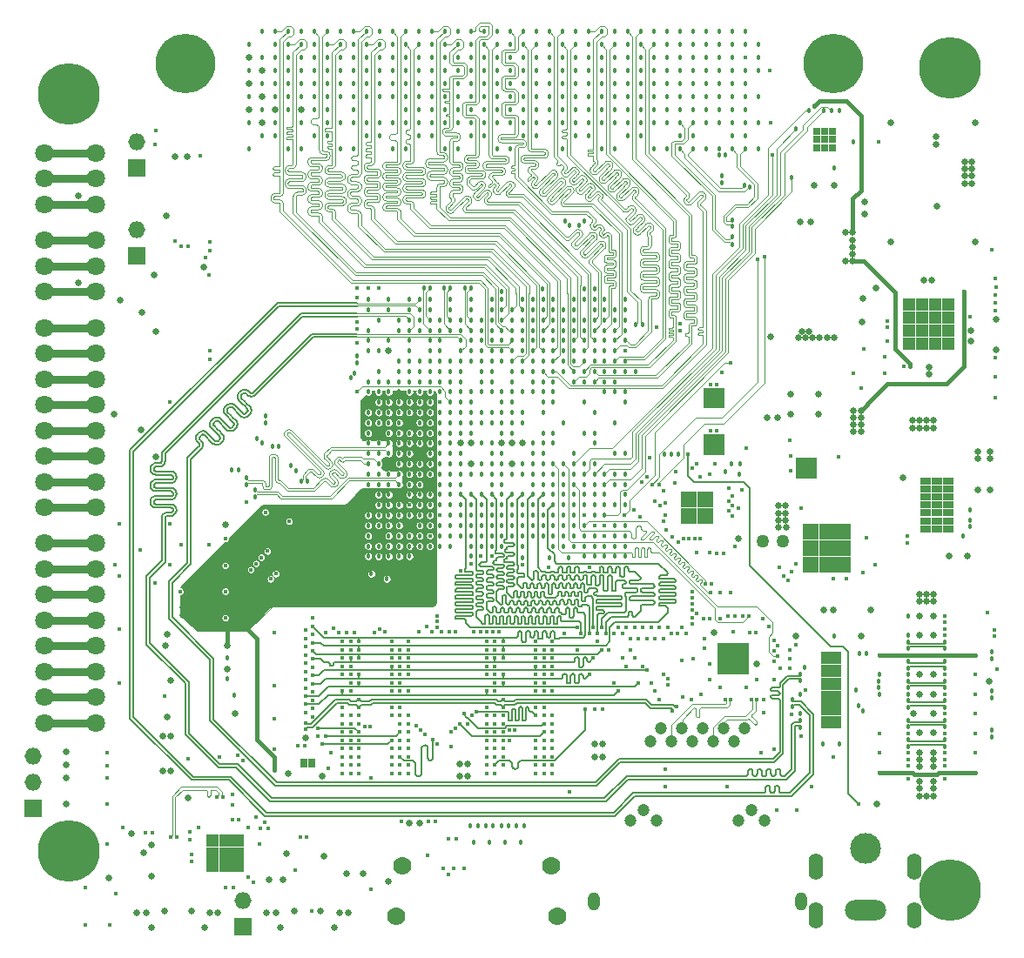
<source format=gbr>
G04 #@! TF.FileFunction,Copper,L3,Inr,Plane*
%FSLAX46Y46*%
G04 Gerber Fmt 4.6, Leading zero omitted, Abs format (unit mm)*
G04 Created by KiCad (PCBNEW (2016-08-02 BZR 7002)-product) date Mon Oct 17 13:50:07 2016*
%MOMM*%
%LPD*%
G01*
G04 APERTURE LIST*
%ADD10C,0.101600*%
%ADD11R,1.600000X1.600000*%
%ADD12C,1.200000*%
%ADD13O,1.200000X1.800000*%
%ADD14C,1.778000*%
%ADD15R,1.651000X1.651000*%
%ADD16O,1.651000X1.651000*%
%ADD17R,0.750000X0.900000*%
%ADD18R,1.080000X0.780000*%
%ADD19R,1.287500X1.287500*%
%ADD20R,1.000000X1.250000*%
%ADD21R,1.250000X1.250000*%
%ADD22R,1.000000X1.000000*%
%ADD23R,1.500000X1.500000*%
%ADD24R,0.800000X0.800000*%
%ADD25C,5.800000*%
%ADD26C,1.800000*%
%ADD27C,3.000000*%
%ADD28O,1.400000X2.600000*%
%ADD29O,4.000000X2.000000*%
%ADD30C,6.000000*%
%ADD31C,0.635000*%
%ADD32C,0.406400*%
%ADD33C,0.457200*%
%ADD34C,1.270000*%
%ADD35C,0.088900*%
%ADD36C,0.381000*%
%ADD37C,0.132080*%
%ADD38C,0.106680*%
%ADD39C,0.762000*%
%ADD40C,0.127000*%
%ADD41C,0.165100*%
%ADD42C,0.147320*%
%ADD43C,0.114300*%
G04 APERTURE END LIST*
D10*
D11*
X95400000Y-78700000D03*
X97000000Y-78700000D03*
X95400000Y-77100000D03*
X97000000Y-77100000D03*
D12*
X91661000Y-100596000D03*
X93693000Y-100596000D03*
X95725000Y-100596000D03*
X97757000Y-100596000D03*
X99789000Y-100596000D03*
X92677000Y-99326000D03*
X94709000Y-99326000D03*
X96741000Y-99326000D03*
X98773000Y-99326000D03*
X100805000Y-99326000D03*
X89723000Y-108346000D03*
X90993000Y-107326000D03*
X92263000Y-108346000D03*
X100203000Y-108346000D03*
X101473000Y-107326000D03*
X102743000Y-108346000D03*
D13*
X86148000Y-116156000D03*
X106318000Y-116156000D03*
D14*
X67500000Y-112700000D03*
X82000000Y-112700000D03*
X82600000Y-117650000D03*
X66900000Y-117650000D03*
D15*
X31600000Y-107140000D03*
D16*
X31600000Y-104600000D03*
X31600000Y-102060000D03*
D15*
X52000000Y-118640000D03*
D16*
X52000000Y-116100000D03*
D15*
X41656000Y-44831000D03*
D16*
X41656000Y-42291000D03*
D15*
X41656000Y-53340000D03*
D16*
X41656000Y-50800000D03*
D17*
X57925000Y-102700000D03*
X58675000Y-102700000D03*
D18*
X120580000Y-79937000D03*
X119500000Y-79937000D03*
X118420000Y-79937000D03*
X120580000Y-79157000D03*
X120580000Y-78377000D03*
X120580000Y-77597000D03*
X120580000Y-76817000D03*
X120580000Y-76037000D03*
X120580000Y-75257000D03*
X119500000Y-75257000D03*
X119500000Y-76037000D03*
X119500000Y-76817000D03*
X119500000Y-77597000D03*
X119500000Y-78377000D03*
X119500000Y-79157000D03*
X118420000Y-79157000D03*
X118420000Y-78377000D03*
X118420000Y-77597000D03*
X118420000Y-76817000D03*
X118420000Y-76037000D03*
X118420000Y-75257000D03*
D19*
X120631250Y-61931250D03*
X119343750Y-61931250D03*
X118056250Y-61931250D03*
X116768750Y-61931250D03*
X120631250Y-60643750D03*
X119343750Y-60643750D03*
X118056250Y-60643750D03*
X116768750Y-60643750D03*
X120631250Y-59356250D03*
X119343750Y-59356250D03*
X118056250Y-59356250D03*
X116768750Y-59356250D03*
X120631250Y-58068750D03*
X119343750Y-58068750D03*
X118056250Y-58068750D03*
X116768750Y-58068750D03*
D20*
X109720000Y-97506000D03*
X109720000Y-96256000D03*
X109720000Y-98756000D03*
X108720000Y-98756000D03*
X108720000Y-97506000D03*
X108720000Y-96256000D03*
X108720000Y-95006000D03*
X108720000Y-93756000D03*
X108720000Y-92506000D03*
X109720000Y-92506000D03*
X109720000Y-93756000D03*
X109720000Y-95006000D03*
D21*
X49050000Y-110250000D03*
X49050000Y-112750000D03*
X51550000Y-110250000D03*
X50300000Y-112750000D03*
X49050000Y-111500000D03*
X50300000Y-111500000D03*
X51550000Y-111500000D03*
X50300000Y-110250000D03*
X51550000Y-112750000D03*
D22*
X98300000Y-66700000D03*
X98300000Y-67700000D03*
X97300000Y-67700000D03*
X97300000Y-66700000D03*
X98300000Y-71200000D03*
X98300000Y-72200000D03*
X97300000Y-72200000D03*
X97300000Y-71200000D03*
X106300000Y-73500000D03*
X107300000Y-73500000D03*
X107300000Y-74500000D03*
X106300000Y-74500000D03*
D11*
X108800000Y-81800000D03*
X110400000Y-81800000D03*
X110400000Y-83400000D03*
X108800000Y-83400000D03*
X107200000Y-83400000D03*
X107200000Y-81800000D03*
X107200000Y-80200000D03*
X108800000Y-80200000D03*
X110400000Y-80200000D03*
D23*
X98945000Y-93333000D03*
X98945000Y-91833000D03*
X100445000Y-91833000D03*
X100445000Y-93333000D03*
D24*
X109385000Y-42837000D03*
X108585000Y-42837000D03*
X107785000Y-42837000D03*
X107785000Y-42037000D03*
X108585000Y-42037000D03*
X109385000Y-42037000D03*
X109385000Y-41237000D03*
X108585000Y-41237000D03*
X107785000Y-41237000D03*
D25*
X46454300Y-34616700D03*
X109455700Y-34616700D03*
D26*
X32719000Y-67865000D03*
X32719000Y-65365000D03*
X32719000Y-62865000D03*
X32719000Y-60365000D03*
X32719000Y-70365000D03*
X32719000Y-72865000D03*
X32719000Y-75365000D03*
X32719000Y-77865000D03*
X37719000Y-60365000D03*
X37719000Y-62865000D03*
X37719000Y-65365000D03*
X37719000Y-67865000D03*
X37719000Y-70365000D03*
X37719000Y-72865000D03*
X37719000Y-75365000D03*
X37719000Y-77865000D03*
X32719000Y-88820000D03*
X32719000Y-86320000D03*
X32719000Y-83820000D03*
X32719000Y-81320000D03*
X32719000Y-91320000D03*
X32719000Y-93820000D03*
X32719000Y-96320000D03*
X32719000Y-98820000D03*
X37719000Y-81320000D03*
X37719000Y-83820000D03*
X37719000Y-86320000D03*
X37719000Y-88820000D03*
X37719000Y-91320000D03*
X37719000Y-93820000D03*
X37719000Y-96320000D03*
X37719000Y-98820000D03*
X32719000Y-56856000D03*
X32719000Y-54356000D03*
X32719000Y-51856000D03*
X37719000Y-51856000D03*
X37719000Y-54356000D03*
X37719000Y-56856000D03*
X32719000Y-48347000D03*
X32719000Y-45847000D03*
X32719000Y-43347000D03*
X37719000Y-43347000D03*
X37719000Y-45847000D03*
X37719000Y-48347000D03*
D27*
X112522000Y-110998000D03*
D28*
X107772000Y-117498000D03*
X107772000Y-112798000D03*
X117272000Y-117498000D03*
X117272000Y-112798000D03*
D29*
X112522000Y-116998000D03*
D30*
X120810000Y-115090000D03*
X35080000Y-111280000D03*
X120810000Y-35080000D03*
X35080000Y-37620000D03*
D31*
X44700000Y-90200000D03*
D32*
X64500000Y-104200000D03*
X99900000Y-81600004D03*
X113500000Y-83400000D03*
X101300002Y-90000000D03*
X48800000Y-52000000D03*
D31*
X119400000Y-41800000D03*
X119400000Y-42500000D03*
X112500000Y-48100000D03*
X112500000Y-49300000D03*
D32*
X112100000Y-66200000D03*
D31*
X112300000Y-57500000D03*
X113600000Y-56500000D03*
X124700000Y-72400000D03*
X124700000Y-73100000D03*
X123500000Y-73100000D03*
X123500000Y-72400000D03*
X112200000Y-59800000D03*
D32*
X112400000Y-62400000D03*
X114400000Y-64800000D03*
X114400000Y-63200000D03*
D31*
X108000000Y-68800000D03*
X105300000Y-66800000D03*
X108000000Y-66800000D03*
D32*
X124800000Y-52800000D03*
X125200000Y-67200000D03*
X125200000Y-57900000D03*
X125200000Y-57200000D03*
X125200000Y-55600000D03*
X125200000Y-65100000D03*
X125200000Y-63300000D03*
D31*
X125300000Y-62500000D03*
X125300000Y-59500000D03*
D32*
X107315000Y-105029000D03*
D31*
X36000000Y-47500000D03*
X36000000Y-56000000D03*
D32*
X43600000Y-41200000D03*
X125349000Y-93599000D03*
X120269000Y-94107000D03*
X123189079Y-94107556D03*
X120269000Y-96012000D03*
X123190000Y-96012000D03*
X123190000Y-97917000D03*
X120269000Y-97917000D03*
X123190000Y-99822000D03*
X120269000Y-99822000D03*
X123190000Y-101727000D03*
X120269000Y-101727000D03*
X116713000Y-101727000D03*
X113919000Y-101727000D03*
X116713000Y-99822000D03*
X113919000Y-99822000D03*
D31*
X117221000Y-97917000D03*
D33*
X116713000Y-96012000D03*
X113919000Y-96012000D03*
X116713000Y-94107000D03*
X113919000Y-94107000D03*
D32*
X125100000Y-89800000D03*
D31*
X45000000Y-94700000D03*
X50500000Y-93600000D03*
D32*
X72800000Y-110100000D03*
D31*
X68199984Y-108600000D03*
D32*
X70699998Y-108400000D03*
X71500000Y-113000000D03*
X36700000Y-118500000D03*
X39100000Y-118500000D03*
D31*
X34800000Y-106700000D03*
X34800000Y-104200000D03*
X34800000Y-102900000D03*
X51300000Y-97900000D03*
D32*
X57100000Y-113100000D03*
X38800000Y-110600000D03*
D31*
X43100000Y-110700000D03*
X39000000Y-113900000D03*
X43100000Y-113700000D03*
D32*
X40300000Y-109000000D03*
X49734776Y-102126117D03*
D31*
X44200000Y-100100000D03*
X45000000Y-100100000D03*
X56300000Y-111500000D03*
X47000000Y-117100000D03*
X50300000Y-79500000D03*
D32*
X43500000Y-85200000D03*
X45900000Y-86000000D03*
X48700000Y-81500000D03*
X42000000Y-82000000D03*
X46000000Y-81500000D03*
X44900000Y-67600000D03*
X44900000Y-79400000D03*
X48700000Y-55200002D03*
X48800000Y-62600000D03*
D31*
X43400006Y-55200000D03*
X46600000Y-43700000D03*
D33*
X94400000Y-72700000D03*
D32*
X109400000Y-102100000D03*
X103700000Y-101400000D03*
X103900000Y-107300000D03*
X99100000Y-105000000D03*
X106300000Y-100100000D03*
D31*
X123200000Y-40400000D03*
X115000000Y-40400000D03*
X123200000Y-52000000D03*
X115000000Y-52000000D03*
X119500000Y-48500000D03*
X113700000Y-106700000D03*
X106200000Y-50100000D03*
X107200000Y-50100000D03*
X105300000Y-68800000D03*
X73900000Y-104000000D03*
X73100000Y-104000000D03*
D32*
X72300000Y-101100000D03*
X87000000Y-97500000D03*
X86200000Y-97500000D03*
D31*
X86200000Y-102100000D03*
X87000000Y-102100000D03*
D32*
X60600000Y-101700000D03*
X55100000Y-95200000D03*
X55100000Y-90000000D03*
X55100000Y-98400000D03*
X59300000Y-100100000D03*
D31*
X55900000Y-114100000D03*
X54600000Y-114100000D03*
D32*
X64500000Y-115000000D03*
D31*
X62100000Y-113500000D03*
X59600000Y-117100000D03*
D33*
X93000000Y-72700000D03*
X93700000Y-72700000D03*
D31*
X105800000Y-90400000D03*
X108500000Y-87800000D03*
X109400000Y-87800000D03*
X112100000Y-90400000D03*
X113100000Y-87800000D03*
D32*
X93800000Y-80700000D03*
X52400000Y-77300000D03*
D33*
X75200000Y-66600000D03*
X79200000Y-77600000D03*
X73200000Y-74600000D03*
D31*
X74200000Y-73600000D03*
X74200000Y-71600000D03*
D33*
X65200000Y-62600000D03*
X66200000Y-61600000D03*
D32*
X62500000Y-98900000D03*
D31*
X78200000Y-73600000D03*
D33*
X77200000Y-74600000D03*
D31*
X78200000Y-71600000D03*
D33*
X71200000Y-61600000D03*
X75200000Y-69600000D03*
X88200000Y-72600000D03*
X76200000Y-69600000D03*
X78200000Y-69600000D03*
X77200000Y-70600000D03*
X80200000Y-71600000D03*
D32*
X106300004Y-77900000D03*
D33*
X79000000Y-110400000D03*
X77500000Y-110400000D03*
X76000000Y-110400000D03*
X74500000Y-110400000D03*
D32*
X100200000Y-77900000D03*
X112300000Y-84200000D03*
X93300000Y-95100000D03*
X104267000Y-93472000D03*
X94742000Y-96266000D03*
X102616000Y-97790000D03*
X95631000Y-96520000D03*
X98425000Y-86106000D03*
D33*
X66200000Y-78600000D03*
X64200000Y-82600000D03*
X67200000Y-81600000D03*
X82200000Y-76600000D03*
X89200000Y-77600000D03*
X86200000Y-78600000D03*
X87200000Y-81600000D03*
X72200000Y-76600000D03*
D32*
X87600006Y-91700000D03*
X70200000Y-80600000D03*
D33*
X73200000Y-79600000D03*
X76200000Y-78600000D03*
X74200000Y-82600000D03*
X77200000Y-81600000D03*
X83200000Y-79600000D03*
X80200000Y-80600000D03*
X83700000Y-82700000D03*
D32*
X75700000Y-97300000D03*
X82100000Y-90900000D03*
X82100000Y-92500000D03*
X82100000Y-94100000D03*
X75700000Y-90900000D03*
X75700000Y-92500000D03*
X75700000Y-94100000D03*
X81300000Y-97300000D03*
X82100000Y-98900000D03*
X82100000Y-100500000D03*
X81300000Y-100500000D03*
X82100000Y-101300000D03*
X80500000Y-102900000D03*
X82100000Y-102900000D03*
X75700000Y-103700000D03*
X75700000Y-102900000D03*
X76500000Y-101300000D03*
X76500000Y-100500000D03*
X75700000Y-99700000D03*
X76500000Y-98900000D03*
X75700000Y-98900000D03*
X61700000Y-97300000D03*
X68100000Y-90900000D03*
X68100000Y-92500000D03*
X68100000Y-94100000D03*
X67300000Y-97300000D03*
X66500000Y-102900000D03*
X68100000Y-101300000D03*
X67300000Y-100500000D03*
X68100000Y-100500000D03*
X68100000Y-98900000D03*
X68100000Y-102900000D03*
X61700000Y-90900000D03*
X61700000Y-92500000D03*
X61700000Y-94100000D03*
X61700000Y-98900000D03*
X61700000Y-99700000D03*
X61700000Y-103700000D03*
X61700000Y-102900000D03*
X62500000Y-100500000D03*
X62500000Y-101300000D03*
D33*
X60198000Y-41656000D03*
X76200000Y-75600000D03*
X85200000Y-75600000D03*
X88200000Y-74600000D03*
X72200000Y-73600000D03*
X76200000Y-73600000D03*
X81200000Y-73600000D03*
X84200000Y-72600000D03*
X77200000Y-72600000D03*
X73200000Y-72600000D03*
X72200000Y-71600000D03*
X76200000Y-71600000D03*
X73200000Y-70600000D03*
X72200000Y-69600000D03*
X74200000Y-69600000D03*
X83200000Y-69600000D03*
X86200000Y-68600000D03*
X79200000Y-68600000D03*
X77200000Y-68600000D03*
X75200000Y-68600000D03*
X73200000Y-68600000D03*
X78200000Y-67600000D03*
X74200000Y-67600000D03*
X67200000Y-59600000D03*
X69200000Y-59600000D03*
X71200000Y-59600000D03*
X65200000Y-59600000D03*
X64200000Y-57600000D03*
X66200000Y-57600000D03*
X68200000Y-57600000D03*
X70200000Y-57600000D03*
X72200000Y-57600000D03*
X89200000Y-67600000D03*
X73200000Y-59600000D03*
X75200000Y-59600000D03*
X74200000Y-57600000D03*
X76199718Y-57600000D03*
X76200000Y-58600000D03*
X76199718Y-59600000D03*
X76199718Y-60600000D03*
X76200000Y-61600000D03*
X74200000Y-61600000D03*
X70200000Y-61600000D03*
X68200000Y-61600000D03*
X64200000Y-61600000D03*
X70200000Y-64600000D03*
X67200000Y-63600000D03*
X69200000Y-63600000D03*
X70200000Y-63600000D03*
X71200000Y-63600000D03*
X72200000Y-63600000D03*
X73200000Y-63600000D03*
X75200000Y-63600000D03*
X73200000Y-66600000D03*
X76200000Y-65600000D03*
X82200000Y-66600000D03*
X77200000Y-66600000D03*
X79200000Y-66600000D03*
X78200000Y-65600000D03*
X85200000Y-65600000D03*
X76200000Y-63600000D03*
X76200000Y-62600000D03*
X81200000Y-63600000D03*
X88200000Y-64600000D03*
X87200000Y-61600000D03*
X84200000Y-62600000D03*
X77200000Y-61600000D03*
X80200000Y-60600000D03*
X83200000Y-59600000D03*
X86200000Y-58600000D03*
X89200000Y-57600000D03*
X79200000Y-57600000D03*
X70200000Y-65600000D03*
X69200000Y-65600000D03*
X68200000Y-65600000D03*
X67200000Y-65600000D03*
X66200000Y-65600000D03*
X65200000Y-65600000D03*
X64200000Y-65600000D03*
X68200000Y-74600000D03*
X69200000Y-77600000D03*
X65200000Y-75600000D03*
X70200000Y-70600000D03*
X64200000Y-72600000D03*
X67200000Y-71600000D03*
X69200000Y-67600000D03*
X66200000Y-68600000D03*
X98298000Y-40386000D03*
X86868000Y-42926000D03*
X88138000Y-42926000D03*
X61468000Y-42926000D03*
X93218000Y-32766000D03*
X53848000Y-31496000D03*
X57658000Y-31496000D03*
X61468000Y-31496000D03*
X65278000Y-31496000D03*
X69088000Y-31496000D03*
X72898000Y-31496000D03*
X76708000Y-31496000D03*
X80518000Y-31496000D03*
X84328000Y-31496000D03*
X88138000Y-31496000D03*
X91948000Y-31496000D03*
X95758000Y-31496000D03*
X52578000Y-42926000D03*
X56388000Y-42926000D03*
X57658000Y-42926000D03*
X62738000Y-42926000D03*
X66548000Y-42926000D03*
X67818000Y-42926000D03*
X71628000Y-42926000D03*
X72898000Y-42926000D03*
X76708000Y-42926000D03*
X77978000Y-42926000D03*
X83058000Y-42926000D03*
X91948000Y-42926000D03*
X93218000Y-42926000D03*
X97028000Y-42926000D03*
X98298000Y-42926000D03*
X102108000Y-42926000D03*
X100838000Y-41656000D03*
X99568000Y-41656000D03*
X95758000Y-41656000D03*
X94488000Y-41656000D03*
X90678000Y-41656000D03*
X89408000Y-41656000D03*
X85598000Y-41656000D03*
X84328000Y-41656000D03*
X80518000Y-41656000D03*
X79248000Y-41656000D03*
X75438000Y-41656000D03*
X74168000Y-41656000D03*
X70358000Y-41656000D03*
X69088000Y-41656000D03*
X65278000Y-41656000D03*
X64008000Y-41656000D03*
X58928000Y-41656000D03*
X55118000Y-41656000D03*
X53848000Y-41656000D03*
X52578000Y-40386000D03*
X55118000Y-40386000D03*
X57658000Y-40386000D03*
X60198000Y-40386000D03*
X61468000Y-40386000D03*
X62738000Y-40386000D03*
X66548000Y-40386000D03*
X67818000Y-40386000D03*
X71628000Y-40386000D03*
X72898000Y-40386000D03*
X76708000Y-40386000D03*
X77978000Y-40386000D03*
X81788000Y-40386000D03*
X83058000Y-40386000D03*
X86868000Y-40386000D03*
X88138000Y-40386000D03*
X91948000Y-40386000D03*
X93218000Y-40386000D03*
X97028000Y-40386000D03*
X102108000Y-40386000D03*
X100838000Y-39116000D03*
X99568000Y-39116000D03*
X95758000Y-39116000D03*
X94488000Y-39116000D03*
X90678000Y-39116000D03*
X86868000Y-39116000D03*
X83058000Y-39116000D03*
X79248000Y-39116000D03*
X75438000Y-39116000D03*
X71628000Y-39116000D03*
X67818000Y-39116000D03*
X58928000Y-39116000D03*
X56388000Y-39116000D03*
X53848000Y-39116000D03*
X52578000Y-37846000D03*
X55118000Y-37846000D03*
X58928000Y-37846000D03*
X62738000Y-37846000D03*
X66548000Y-37846000D03*
X70358000Y-37846000D03*
X74168000Y-37846000D03*
X77978000Y-37846000D03*
X81788000Y-37846000D03*
X85598000Y-37846000D03*
X89408000Y-37846000D03*
X93218000Y-37846000D03*
X97028000Y-37846000D03*
X98298000Y-37846000D03*
X102108000Y-37846000D03*
X100838000Y-36576000D03*
X99568000Y-36576000D03*
X95758000Y-36576000D03*
X84328000Y-36576000D03*
X80518000Y-36576000D03*
X76708000Y-36576000D03*
X72898000Y-36576000D03*
X69088000Y-36576000D03*
X65278000Y-36576000D03*
X61468000Y-36576000D03*
X57658000Y-36576000D03*
X53848000Y-36576000D03*
X52578000Y-35306000D03*
X55118000Y-35306000D03*
X58928000Y-35306000D03*
X62738000Y-35306000D03*
X66548000Y-35306000D03*
X70358000Y-35306000D03*
X74168000Y-35306000D03*
X77978000Y-35306000D03*
X81788000Y-35306000D03*
X85598000Y-35306000D03*
X89408000Y-35306000D03*
X93218000Y-35306000D03*
X88138000Y-36576000D03*
X91948000Y-36576000D03*
X97028000Y-35306000D03*
X98298000Y-35306000D03*
X102108000Y-35306000D03*
X99568000Y-34036000D03*
X95758000Y-34036000D03*
X91948000Y-34036000D03*
X88138000Y-34036000D03*
X84328000Y-34036000D03*
X80518000Y-34036000D03*
X76708000Y-34036000D03*
X72898000Y-34036000D03*
X69088000Y-34036000D03*
X65278000Y-34036000D03*
X61468000Y-34036000D03*
X57658000Y-34036000D03*
X53848000Y-34036000D03*
X52578000Y-32766000D03*
X55118000Y-32766000D03*
X58928000Y-32766000D03*
X62738000Y-32766000D03*
X66548000Y-32766000D03*
X70358000Y-32766000D03*
X74168000Y-32766000D03*
X77978000Y-32766000D03*
X81788000Y-32766000D03*
X85598000Y-32766000D03*
X89408000Y-32766000D03*
X97028000Y-32766000D03*
X98298000Y-32766000D03*
X102108000Y-32766000D03*
X100838000Y-31496000D03*
X99568000Y-31496000D03*
X77200000Y-69600000D03*
D31*
X44600000Y-49500000D03*
X42400000Y-111400000D03*
X112100000Y-68400000D03*
X111400000Y-68400000D03*
X112100000Y-70500000D03*
X112100000Y-69800000D03*
X112100000Y-69100000D03*
X111400000Y-70500000D03*
X111400000Y-69800000D03*
X111400000Y-69100000D03*
D32*
X122100000Y-56800000D03*
D31*
X73900000Y-102800000D03*
X73100000Y-102800000D03*
X86200000Y-100900000D03*
X87000000Y-100900000D03*
D32*
X57400000Y-101000000D03*
D33*
X74200000Y-77600000D03*
X77200000Y-76600000D03*
D32*
X71200000Y-78600000D03*
D33*
X75200000Y-80600000D03*
X81200000Y-78600000D03*
X78200000Y-79600000D03*
X72200000Y-81600000D03*
X79200000Y-82700000D03*
X82200000Y-81600000D03*
D32*
X76500000Y-95700000D03*
X82100000Y-91700000D03*
X82100000Y-93300000D03*
X81300000Y-95700000D03*
X75700000Y-91700000D03*
X75700000Y-93300000D03*
X81300000Y-98100000D03*
X82100000Y-99700000D03*
X81300000Y-101300000D03*
X82100000Y-102100000D03*
X81300000Y-102900000D03*
X82100000Y-103700000D03*
X76500000Y-103700000D03*
X75700000Y-102100000D03*
X75700000Y-101300000D03*
X75700000Y-100500000D03*
X77300000Y-98900000D03*
X75700000Y-98100000D03*
X62500000Y-95700000D03*
X68100000Y-91700000D03*
X68100000Y-93300000D03*
X67300000Y-95700000D03*
X67300000Y-101300000D03*
X68100000Y-99700000D03*
X67300000Y-98100000D03*
X67300000Y-102900000D03*
X68100000Y-102100000D03*
X68100000Y-103700000D03*
X61700000Y-91700000D03*
X61700000Y-93300000D03*
X63300000Y-98900000D03*
X62500000Y-103700000D03*
X61700000Y-102100000D03*
X61700000Y-98100000D03*
X61700000Y-101300000D03*
X61700000Y-100500000D03*
D31*
X58100000Y-100300000D03*
D32*
X60300000Y-103200000D03*
X76500000Y-94100000D03*
X82100000Y-98100000D03*
X68100000Y-98100000D03*
X62500000Y-94100000D03*
D33*
X78200000Y-77600000D03*
X80200000Y-77600000D03*
D31*
X124700000Y-76100000D03*
X123500000Y-76100000D03*
X122500000Y-82600000D03*
X120700000Y-82600000D03*
X119200004Y-105900004D03*
X119200000Y-105200000D03*
X119200000Y-104500000D03*
X119200004Y-103100000D03*
X119200000Y-102400000D03*
X119200000Y-101700000D03*
X119200002Y-99800000D03*
X119200000Y-97900000D03*
X119200000Y-96000000D03*
X119200000Y-94100000D03*
X119200000Y-90300000D03*
X119199996Y-88400000D03*
X119200000Y-87000000D03*
X119200000Y-86300000D03*
X118500000Y-86300000D03*
X117800000Y-86300000D03*
X118500000Y-87000000D03*
X117800000Y-87000000D03*
X118500000Y-105900018D03*
X117800000Y-105900000D03*
X117800000Y-105200000D03*
X117800000Y-104500000D03*
X117800000Y-103100000D03*
X117800000Y-102400000D03*
X117800000Y-101700000D03*
X117800000Y-99800000D03*
X117800000Y-88400000D03*
X117800000Y-90300000D03*
X117800000Y-94100000D03*
X117800000Y-96000000D03*
X118700000Y-64900000D03*
X118700000Y-64200000D03*
X119000000Y-55700000D03*
X118200000Y-55700000D03*
X122800004Y-61700000D03*
X124587000Y-94742006D03*
D32*
X72000000Y-110100000D03*
D31*
X69200004Y-108600000D03*
X44200000Y-103500000D03*
X45000000Y-103500000D03*
D32*
X93100000Y-103300000D03*
D31*
X66200000Y-114200000D03*
D32*
X116586000Y-81280000D03*
D33*
X122700000Y-78100000D03*
D31*
X59700000Y-104000000D03*
X100200000Y-80900000D03*
X122900000Y-46300000D03*
X122900000Y-45600000D03*
X122900000Y-44900000D03*
X122900000Y-44200000D03*
X122200000Y-44200000D03*
X122200000Y-44900000D03*
X122200000Y-45600000D03*
X122200000Y-46300000D03*
D32*
X98600000Y-64700000D03*
X112649000Y-80772000D03*
X124400000Y-88100000D03*
D31*
X46700000Y-106100000D03*
X44500000Y-91300000D03*
X44700000Y-98200000D03*
X48200000Y-54500000D03*
X34800000Y-101600000D03*
X41200000Y-109600000D03*
D32*
X53600000Y-110600000D03*
X44900000Y-83408802D03*
X39600000Y-83400000D03*
D31*
X45400000Y-43700000D03*
D32*
X105900000Y-107300000D03*
X103649802Y-92837000D03*
D33*
X109500000Y-90392800D03*
X106600000Y-93400000D03*
X106200000Y-96000000D03*
X106200000Y-97900000D03*
X108400000Y-100900000D03*
X110000000Y-100900000D03*
D32*
X98100000Y-65895182D03*
X98100000Y-70395180D03*
X50300000Y-114800000D03*
X58000000Y-101000000D03*
D31*
X56400000Y-103700000D03*
D32*
X92200000Y-60300000D03*
X105300000Y-72800000D03*
X96500000Y-80900000D03*
X96000000Y-80900000D03*
X110700000Y-84800000D03*
X94700000Y-92700000D03*
D33*
X109474000Y-44831000D03*
X111378996Y-42291000D03*
X89200000Y-82600000D03*
X88200000Y-79600000D03*
X85200000Y-80600000D03*
X72200000Y-70600000D03*
X72200000Y-68600000D03*
X111633000Y-95631000D03*
X73200000Y-64600000D03*
X72200000Y-64600000D03*
X71200000Y-64600000D03*
X74200000Y-63600000D03*
X62738000Y-39116000D03*
D31*
X57658000Y-39116000D03*
X55118000Y-39116000D03*
X53848000Y-40386000D03*
X52578000Y-39116000D03*
X116205000Y-74930000D03*
X103300000Y-61200000D03*
X103000000Y-69100000D03*
X104000000Y-69100000D03*
D34*
X104500000Y-81100000D03*
X102600000Y-81100002D03*
D31*
X104800000Y-77700000D03*
X104800000Y-78400000D03*
X104800000Y-79100000D03*
X104817400Y-79800000D03*
X104100000Y-79800000D03*
X104100000Y-79100000D03*
X104100000Y-78400000D03*
X104100000Y-77700000D03*
X73200000Y-71600000D03*
X66200000Y-62600000D03*
X79200000Y-71600000D03*
X77200000Y-71600000D03*
D33*
X76200000Y-68600000D03*
X79200000Y-73600000D03*
X80200000Y-66600000D03*
X76200000Y-74600000D03*
X74200000Y-74600000D03*
X73200000Y-73600000D03*
X75200000Y-73600000D03*
X77200000Y-73600000D03*
X76200000Y-72600000D03*
X72200000Y-72600000D03*
X75200000Y-71600000D03*
X74200000Y-70600000D03*
X73200000Y-69600000D03*
X79200000Y-69600000D03*
X78200000Y-68600000D03*
X74200000Y-68600000D03*
X77200000Y-67600000D03*
X73200000Y-67600000D03*
X69200000Y-60600000D03*
X73200000Y-60600000D03*
X75200000Y-60600000D03*
X68200000Y-62600000D03*
X70200000Y-62600000D03*
X74200000Y-62600000D03*
X69200000Y-64600000D03*
X65200000Y-64600000D03*
X67200000Y-64600000D03*
D32*
X96900000Y-90600000D03*
X97400000Y-94600000D03*
X101900000Y-90000000D03*
X99700000Y-89900000D03*
D31*
X117100000Y-69400000D03*
X117800000Y-69400000D03*
X118500000Y-69400000D03*
X117100000Y-70100000D03*
X117800000Y-70100000D03*
X118500000Y-70100000D03*
X119200000Y-69400000D03*
X119200000Y-70100000D03*
D33*
X64200000Y-60600000D03*
D31*
X101981000Y-93091000D03*
D32*
X101981000Y-94615000D03*
D33*
X64200000Y-58600000D03*
X71200000Y-60600000D03*
X67200000Y-60600000D03*
X70200000Y-58600000D03*
X68200000Y-58600000D03*
X66200000Y-58600000D03*
X72200000Y-58600000D03*
X74200000Y-58600000D03*
X64200000Y-62600000D03*
X68200000Y-63600000D03*
D32*
X105400000Y-98000000D03*
X105300000Y-74300000D03*
X101000000Y-72100000D03*
D31*
X110600000Y-51100000D03*
X111300000Y-51100000D03*
X111300000Y-51800000D03*
X111300000Y-52500000D03*
X111300000Y-53200000D03*
X111300000Y-53900000D03*
X110600000Y-53900000D03*
D32*
X116900000Y-64100000D03*
D33*
X75200000Y-74600000D03*
X79200000Y-74600000D03*
X75200000Y-65600000D03*
X76200000Y-64600000D03*
X71200000Y-62600000D03*
D32*
X99400000Y-86100000D03*
X100500006Y-76100000D03*
X99300000Y-78200000D03*
X99300000Y-76000000D03*
X99300000Y-77200000D03*
X94000000Y-75500000D03*
X93100000Y-77400000D03*
X93100000Y-78600000D03*
D31*
X97790000Y-89997898D03*
D33*
X107600000Y-38800000D03*
X87200000Y-76600000D03*
X84200000Y-77600000D03*
X73200000Y-75600000D03*
X77200000Y-75600000D03*
X83200000Y-74600000D03*
X80200000Y-74600000D03*
X86200000Y-73600000D03*
X72200000Y-66600000D03*
X73200000Y-65600000D03*
X74200000Y-66600000D03*
X76200000Y-66600000D03*
X78200000Y-66600000D03*
X78200000Y-70600000D03*
D32*
X55100000Y-103400000D03*
D31*
X48300000Y-87600000D03*
X47600000Y-87600000D03*
X46900000Y-87600000D03*
X46200000Y-87600000D03*
X46200000Y-88300000D03*
X48300000Y-88300000D03*
X47600000Y-88300000D03*
X46900000Y-88300000D03*
X50500000Y-91300000D03*
D33*
X65200000Y-80600000D03*
X68200000Y-79600000D03*
X69200000Y-82600000D03*
X70200000Y-75600000D03*
X64200000Y-77600000D03*
X67200000Y-76600000D03*
X69200000Y-72600000D03*
X66200000Y-73600000D03*
X65200000Y-70600000D03*
X68200000Y-69600000D03*
X67200000Y-66600000D03*
X64200000Y-67600000D03*
D31*
X53848000Y-35306000D03*
X53848000Y-37846000D03*
X52578000Y-36576000D03*
X52578000Y-34036000D03*
D32*
X125200000Y-58700000D03*
X114700000Y-61700000D03*
D31*
X122800000Y-60677697D03*
D33*
X69200000Y-58600000D03*
X105410000Y-97231200D03*
X69200000Y-57600000D03*
X105410000Y-96570800D03*
D31*
X44400000Y-117100000D03*
X107100000Y-60700000D03*
X106400000Y-60700000D03*
X109500004Y-61300000D03*
X108800000Y-61300000D03*
X108100000Y-61300000D03*
X107400000Y-61300000D03*
X106700000Y-61300000D03*
X106000002Y-61300000D03*
D32*
X97500000Y-65895188D03*
X97506444Y-70395183D03*
X89200000Y-62600000D03*
D33*
X85200000Y-67600000D03*
X89200000Y-72600000D03*
X82200000Y-71600000D03*
X85200000Y-70600000D03*
X88200000Y-69600000D03*
X81200000Y-68600000D03*
X87200000Y-66600000D03*
X80200000Y-65600000D03*
X83200000Y-64600000D03*
X79200000Y-62600000D03*
X86200000Y-63600000D03*
X82200000Y-61600000D03*
X85200000Y-60600000D03*
X81200000Y-58600000D03*
X88200000Y-59600000D03*
X84200000Y-57600000D03*
X78200000Y-59600000D03*
X82200000Y-74600000D03*
D31*
X57000000Y-117100000D03*
D32*
X96100000Y-82200000D03*
X96520000Y-96012000D03*
X102616000Y-96520000D03*
X98425000Y-95377000D03*
X100965000Y-95377000D03*
X97409000Y-93091000D03*
D33*
X98298000Y-43561000D03*
X97028000Y-39116000D03*
D32*
X94550000Y-60000000D03*
D33*
X75200000Y-61600000D03*
X98933000Y-43561000D03*
X98298000Y-39116000D03*
X75200000Y-62600000D03*
D32*
X94550000Y-60600000D03*
X68200000Y-77600000D03*
X73500000Y-113000000D03*
D33*
X64200000Y-75600000D03*
X102108000Y-34036000D03*
D32*
X114700000Y-60300000D03*
X105200000Y-71300000D03*
X98100000Y-82300000D03*
X72000000Y-113600000D03*
X43200000Y-109500000D03*
X51500000Y-102000000D03*
X51000000Y-108200000D03*
D33*
X88200000Y-81600000D03*
D32*
X114700000Y-59700000D03*
X109900000Y-72900000D03*
X98800000Y-82300000D03*
X72500000Y-113000002D03*
X42500000Y-109500000D03*
X52000000Y-102500000D03*
X51600000Y-108200000D03*
D33*
X89200000Y-79600000D03*
D32*
X99400000Y-63800000D03*
X89096756Y-78603244D03*
D33*
X60198000Y-39116000D03*
D32*
X103300000Y-40400000D03*
X99600000Y-78700000D03*
X90800000Y-75400000D03*
D33*
X85200000Y-82600000D03*
D32*
X97400000Y-82200000D03*
X58700000Y-117100000D03*
X95758000Y-92583006D03*
X97000000Y-85300000D03*
D33*
X85200000Y-79600000D03*
D31*
X49600000Y-117300000D03*
X48800000Y-117300000D03*
X48300000Y-118700000D03*
X43100000Y-118700000D03*
X41700000Y-117300000D03*
X42600000Y-117300000D03*
X63700000Y-113500000D03*
X55200000Y-117300000D03*
X54300000Y-117300000D03*
X55700000Y-118700000D03*
X60899986Y-118700000D03*
X61400000Y-117300000D03*
X62300000Y-117300000D03*
D32*
X116713000Y-104267000D03*
X123190000Y-103632000D03*
X120269000Y-103632000D03*
X113919000Y-103632000D03*
X116713000Y-103632000D03*
X116713000Y-102997000D03*
X116713000Y-102362000D03*
D33*
X120269000Y-101092000D03*
X116713000Y-101092000D03*
X120269000Y-100457000D03*
X116713000Y-100457000D03*
X112268000Y-97663000D03*
X111887000Y-97155000D03*
X120269000Y-97282000D03*
X116713000Y-97282000D03*
X120269000Y-96647000D03*
X116713000Y-96647000D03*
X113871798Y-95377000D03*
X113871776Y-94742000D03*
X120269000Y-93472000D03*
X116713000Y-93472000D03*
X120269000Y-92837000D03*
X116713000Y-92837000D03*
X112606278Y-92067004D03*
X111945878Y-92067004D03*
X116713000Y-90297000D03*
X116713000Y-88392000D03*
D32*
X120269000Y-102997000D03*
X120269000Y-104267000D03*
X120269000Y-102362000D03*
X120269000Y-90297000D03*
D33*
X120269000Y-90932000D03*
X116713000Y-90932000D03*
D32*
X105800000Y-91200000D03*
X102100000Y-53700000D03*
X120269000Y-89026998D03*
X100838000Y-34036000D03*
X91800000Y-75600000D03*
D33*
X65278000Y-40386000D03*
D32*
X86200000Y-79600000D03*
X120269000Y-88391992D03*
X105200000Y-91700000D03*
X102752255Y-53431700D03*
X120269000Y-89662015D03*
X103251000Y-35306000D03*
X92500000Y-75600000D03*
D33*
X64008000Y-40386000D03*
D32*
X87200000Y-80600000D03*
D33*
X120269000Y-98552000D03*
X116713000Y-98552000D03*
X124841000Y-99491800D03*
X124841000Y-100152200D03*
X120269000Y-99187000D03*
X116713000Y-99187000D03*
X124841000Y-96342200D03*
X120269000Y-94742000D03*
X116713000Y-94742000D03*
X120269000Y-95377000D03*
X116713000Y-95377000D03*
X124841000Y-95681800D03*
X124841000Y-92532200D03*
X124841000Y-91871800D03*
X120269000Y-91567000D03*
X116713000Y-91567000D03*
D32*
X70000000Y-111700000D03*
D33*
X68200000Y-82600000D03*
X79355600Y-108800000D03*
X74144400Y-108800000D03*
X69200000Y-79600000D03*
X74855600Y-108800000D03*
X69200000Y-78600000D03*
X68200000Y-80600000D03*
X75644400Y-108800000D03*
X69200000Y-80600000D03*
X76355600Y-108800000D03*
X68200000Y-81600000D03*
X77144400Y-108800000D03*
X69200000Y-81600000D03*
X77855600Y-108800000D03*
X67200000Y-82600000D03*
X78644400Y-108800000D03*
D32*
X125300000Y-56400000D03*
X122700000Y-59300000D03*
X93200000Y-80000000D03*
X87200000Y-79600000D03*
D33*
X99600000Y-49900000D03*
X100838000Y-42926000D03*
X71600000Y-56500000D03*
X72200000Y-60600000D03*
X100838000Y-37846000D03*
X87200000Y-64600000D03*
X99600000Y-50500000D03*
X72200000Y-56500000D03*
X72200000Y-59600000D03*
X99568000Y-42926000D03*
X99568000Y-37846000D03*
X87200000Y-63600000D03*
X86200000Y-62600000D03*
X98298000Y-36576000D03*
X87200000Y-62600000D03*
X97028000Y-36576000D03*
X99600000Y-51500000D03*
X73600000Y-56500000D03*
X74200000Y-60600000D03*
X95758000Y-40386000D03*
X100800000Y-46500000D03*
X95758000Y-42926000D03*
X69600000Y-56500000D03*
X70200000Y-60600000D03*
X95758000Y-37846000D03*
X81200000Y-67600000D03*
X62900000Y-64800000D03*
X67200000Y-68600000D03*
X95758000Y-35306000D03*
X95758000Y-32766000D03*
X83200000Y-60600000D03*
X99600000Y-52300000D03*
X74200000Y-56500000D03*
X74200000Y-59600000D03*
X94488000Y-40386000D03*
X101318835Y-46707534D03*
X94488000Y-42926000D03*
X70200000Y-56500000D03*
X70200000Y-59600000D03*
X94488000Y-37846000D03*
X82200000Y-67600000D03*
X94488000Y-36576000D03*
X85200000Y-57600000D03*
X62500000Y-65200000D03*
X66200000Y-67600000D03*
X94488000Y-35306000D03*
X94488000Y-34036000D03*
X70200000Y-66600000D03*
X94488000Y-32766000D03*
X84200000Y-60600000D03*
X94488000Y-31496000D03*
X83200000Y-58600000D03*
X63098350Y-63119000D03*
X67200000Y-69600000D03*
X93218000Y-39116000D03*
X93218000Y-36576000D03*
X85200000Y-56600000D03*
X93218000Y-34036000D03*
X69200000Y-66600000D03*
X93218000Y-31496000D03*
X84200000Y-58600000D03*
X63098350Y-63754000D03*
X66200000Y-69600000D03*
X91948000Y-39116000D03*
X91948000Y-37846000D03*
X88200000Y-66600000D03*
X91948000Y-35306000D03*
X68200000Y-67600000D03*
X91948000Y-32766000D03*
X81200000Y-64600000D03*
X90678000Y-40386000D03*
X65200000Y-66600000D03*
X90678000Y-37846000D03*
X89200000Y-66600000D03*
X87200000Y-65600000D03*
X90678000Y-36576000D03*
X90678000Y-35306000D03*
X68200000Y-66600000D03*
X90678000Y-34036000D03*
X70200000Y-68600000D03*
X90678000Y-32766000D03*
X82200000Y-64600000D03*
X90678000Y-31496000D03*
X86200000Y-65600000D03*
X89408000Y-40386000D03*
X66200000Y-66600000D03*
X89408000Y-39116000D03*
X65200000Y-67600000D03*
X88200000Y-65600000D03*
X89408000Y-36576000D03*
X89408000Y-34036000D03*
X70200000Y-67600000D03*
X89408000Y-31496000D03*
X86200000Y-64600000D03*
X88138000Y-39116000D03*
X64200000Y-66600000D03*
X81200000Y-66600000D03*
X88138000Y-37846000D03*
X88138000Y-35306000D03*
X69200000Y-69600000D03*
X84200000Y-65600000D03*
X88138000Y-32766000D03*
X81200000Y-65600000D03*
X86868000Y-37846000D03*
X90200000Y-64600000D03*
X86868000Y-36576000D03*
X86868000Y-35306000D03*
X69200000Y-68600000D03*
X86868000Y-34036000D03*
X71200000Y-69600000D03*
X85200000Y-64600000D03*
X86868000Y-32766000D03*
X86868000Y-31496000D03*
X88200000Y-63600000D03*
X83347780Y-49946780D03*
X85181220Y-49946780D03*
X85598000Y-40386000D03*
X69200000Y-71600000D03*
X85598000Y-39116000D03*
X68200000Y-68600000D03*
X89200000Y-64600000D03*
X85598000Y-36576000D03*
X85598000Y-34036000D03*
X70200000Y-69600000D03*
X89200000Y-63600000D03*
X85598000Y-31496000D03*
X83784220Y-50383220D03*
X84744780Y-50383220D03*
X69200000Y-70600000D03*
X84328000Y-40386000D03*
X84328000Y-39116000D03*
X67200000Y-67600000D03*
X80200000Y-64600000D03*
X84328000Y-37846000D03*
X71200000Y-72600000D03*
X84328000Y-35306000D03*
X88200000Y-62600000D03*
X84328000Y-32766000D03*
X80200000Y-63600000D03*
X83058000Y-37846000D03*
X78200000Y-64600000D03*
X83058000Y-36576000D03*
X71200000Y-71600000D03*
X83058000Y-35306000D03*
X83058000Y-34036000D03*
X70200000Y-73600000D03*
X89200000Y-61600000D03*
X83058000Y-32766000D03*
X90866704Y-60090600D03*
X79200000Y-61600000D03*
X83058000Y-31496000D03*
X81788000Y-39116000D03*
X65200000Y-68600000D03*
X79200000Y-64600000D03*
X81788000Y-36576000D03*
X81788000Y-34036000D03*
X69200000Y-73600000D03*
X90219004Y-60090600D03*
X79200000Y-60600000D03*
X81788000Y-31496000D03*
X80518000Y-40386000D03*
X65200000Y-69600000D03*
X80518000Y-39116000D03*
X64200000Y-68600000D03*
X80518000Y-37846000D03*
X88200000Y-58600000D03*
X80518000Y-35306000D03*
X70200000Y-74600000D03*
X88200000Y-61600000D03*
X80518000Y-32766000D03*
X79248000Y-40386000D03*
X64200000Y-69600000D03*
X79248000Y-37846000D03*
X89200000Y-58600000D03*
X89200000Y-60600000D03*
X79248000Y-36576000D03*
X79248000Y-35306000D03*
X69200000Y-74600000D03*
X79248000Y-34036000D03*
X71200000Y-74600000D03*
X88200000Y-60600000D03*
X79248000Y-32766000D03*
X87200000Y-60600000D03*
X79248000Y-31496000D03*
X54241700Y-68961000D03*
X77978000Y-39116000D03*
X66200000Y-76600000D03*
X89200000Y-59600000D03*
X77978000Y-36576000D03*
X77978000Y-34036000D03*
X71200000Y-75600000D03*
X87200000Y-59600000D03*
X77978000Y-31496000D03*
X54229000Y-69596000D03*
X76708000Y-39116000D03*
X66200000Y-77600000D03*
X76708000Y-37846000D03*
X87200000Y-58600000D03*
X76708000Y-35306000D03*
X64200000Y-71600000D03*
X86200000Y-60600000D03*
X76708000Y-32766000D03*
X67200000Y-79600000D03*
X53900000Y-71600000D03*
X75438000Y-40386000D03*
X75438000Y-37846000D03*
X87200000Y-57600000D03*
X86200000Y-57600000D03*
X75438000Y-36576000D03*
X75438000Y-35306000D03*
X64200000Y-70600000D03*
X75438000Y-34036000D03*
X70200000Y-72600000D03*
X86200000Y-59600000D03*
X75438000Y-32766000D03*
X75438000Y-31496000D03*
X85200000Y-62600000D03*
X67200000Y-80600000D03*
X53385082Y-71114918D03*
X74168000Y-40386000D03*
X74168000Y-39116000D03*
X68200000Y-73600000D03*
X86200000Y-56600000D03*
X74168000Y-36576000D03*
X74168000Y-34036000D03*
X70200000Y-71600000D03*
X74168000Y-31496000D03*
X86200000Y-61600000D03*
X72898000Y-39116000D03*
X68200000Y-72600000D03*
X72898000Y-37846000D03*
X84200000Y-59600000D03*
X72897992Y-35306000D03*
X71200000Y-76600000D03*
X72898000Y-32766000D03*
X84200000Y-61600000D03*
X71628000Y-37846000D03*
X85200000Y-59600000D03*
X83200000Y-62600000D03*
X71628000Y-36576000D03*
X71628000Y-35306000D03*
X70200000Y-76600000D03*
X71628000Y-34036000D03*
X65200000Y-76600000D03*
X71628000Y-32766000D03*
X85200000Y-61600000D03*
X71628000Y-31496000D03*
X84200000Y-64600000D03*
X98552000Y-46228000D03*
X100838000Y-40386000D03*
X70358000Y-40386000D03*
X65200000Y-74600000D03*
X70358000Y-39116000D03*
X67200000Y-77600000D03*
X83200000Y-61600000D03*
X70358000Y-36576000D03*
X70358000Y-34036000D03*
X65200000Y-77600000D03*
X70358000Y-31496000D03*
X85200000Y-63600000D03*
X98552000Y-45593000D03*
X99568000Y-40386000D03*
X69088000Y-40386000D03*
X64200000Y-74600000D03*
X69088000Y-39116000D03*
X67200000Y-78600000D03*
X82200000Y-60600000D03*
X69088000Y-37846000D03*
X51608918Y-74222640D03*
X67200000Y-73600000D03*
X69088000Y-35306000D03*
X82200000Y-63600000D03*
X69088000Y-32766000D03*
X82200000Y-59600000D03*
X67818000Y-37846000D03*
X67818000Y-36576000D03*
X82200000Y-58600000D03*
X50961218Y-74222640D03*
X67200000Y-72600000D03*
X67818000Y-35306000D03*
X69200000Y-75600000D03*
X67818000Y-34036000D03*
X82200000Y-62600000D03*
X67818000Y-32766000D03*
X81200000Y-60600000D03*
X67818000Y-31496000D03*
D32*
X38800000Y-103000000D03*
X47700000Y-108958150D03*
X54100000Y-108500000D03*
X63100000Y-57400000D03*
X65200000Y-56500000D03*
D33*
X71200000Y-68600000D03*
X66548000Y-36576000D03*
X82200000Y-57600000D03*
X68200000Y-75600000D03*
X66548000Y-34036000D03*
X81200000Y-59600000D03*
X66548000Y-31496000D03*
X81185650Y-56600000D03*
X65278000Y-37846000D03*
X69200000Y-76600000D03*
X65278000Y-35306000D03*
X65278000Y-32766000D03*
X80200000Y-62600000D03*
D32*
X46900006Y-110200000D03*
X38800000Y-104200000D03*
X53303244Y-107996756D03*
D33*
X81200000Y-57600000D03*
X64008000Y-37846000D03*
X64008000Y-36576000D03*
X80200000Y-58600000D03*
X68200000Y-76600000D03*
X64008000Y-35306000D03*
X54889004Y-71880404D03*
X65200000Y-72600000D03*
X64008000Y-34036000D03*
X64008000Y-32766000D03*
X81200000Y-62600000D03*
X64008000Y-31496000D03*
X78200000Y-63600000D03*
X62738000Y-36576000D03*
X80200000Y-57600000D03*
X55500000Y-71900000D03*
X65200000Y-71600000D03*
X62738000Y-34036000D03*
X62738000Y-31496000D03*
X79200000Y-63600000D03*
D32*
X46900000Y-109400000D03*
X38800000Y-101700000D03*
X53700000Y-109100000D03*
X63100000Y-56500000D03*
X71200000Y-67600000D03*
D33*
X79200000Y-59600000D03*
X61468000Y-37846000D03*
X66200000Y-74600000D03*
X56642000Y-73787000D03*
X61468000Y-35306000D03*
X78200000Y-58600000D03*
X61468000Y-32766000D03*
X80200000Y-59600000D03*
X60198000Y-37846000D03*
X80200000Y-61600000D03*
X60198000Y-36576000D03*
X57150000Y-74295000D03*
X66200000Y-75600000D03*
X60198000Y-35306000D03*
X58293000Y-75311000D03*
X66200000Y-72600000D03*
X60198000Y-34036000D03*
X79200000Y-58600000D03*
X60198000Y-32766000D03*
X77200000Y-59600000D03*
X60198000Y-31496000D03*
X81200000Y-61600000D03*
X58928000Y-36576000D03*
X57658000Y-75311000D03*
X66200000Y-71600000D03*
X58928000Y-34036000D03*
X77200000Y-58600000D03*
X58928000Y-31496000D03*
X77200000Y-56800000D03*
X57658000Y-37846000D03*
X52324000Y-74987150D03*
X57658000Y-35306000D03*
X65200000Y-73600000D03*
X57658000Y-32766000D03*
X77200000Y-60600000D03*
X77200000Y-57600000D03*
X56388000Y-37846000D03*
X77200000Y-63600000D03*
X56388000Y-36576000D03*
X52324000Y-75634850D03*
X56388000Y-35306000D03*
X64200000Y-73600000D03*
X53213000Y-76130150D03*
X67200000Y-74600000D03*
X56388000Y-34036000D03*
X56388000Y-32766000D03*
X78200000Y-60600000D03*
X56388000Y-31496000D03*
X78200000Y-62600000D03*
X77200000Y-62600000D03*
X55118000Y-36576000D03*
X53213000Y-76777850D03*
X67200000Y-75600000D03*
X55118000Y-34036000D03*
X55118000Y-31496000D03*
X78200000Y-61600000D03*
D32*
X38800000Y-106700000D03*
X54500000Y-109100000D03*
X51100000Y-114800000D03*
X63100000Y-66600000D03*
D33*
X72200000Y-67600000D03*
D31*
X107600000Y-46500000D03*
X109500000Y-46500000D03*
X43600000Y-60700000D03*
X42200000Y-58900000D03*
X42100000Y-70299996D03*
X43600000Y-72900000D03*
D32*
X98933000Y-96520000D03*
X101473000Y-96520000D03*
X99441000Y-96520000D03*
X101981004Y-96520000D03*
X113800000Y-42300000D03*
X105800000Y-83300000D03*
D33*
X84200000Y-79600000D03*
D32*
X111900000Y-106700000D03*
X95300000Y-72700000D03*
D33*
X71200000Y-70600000D03*
D32*
X54200000Y-78300000D03*
D33*
X71200000Y-73600000D03*
D32*
X56500000Y-79200000D03*
D33*
X72200000Y-77600000D03*
X71200000Y-77600000D03*
D32*
X91300000Y-90600000D03*
X58800000Y-94200000D03*
X91300000Y-93700000D03*
X80500000Y-93300000D03*
X66500000Y-93300000D03*
D33*
X80200000Y-78600000D03*
D32*
X58800000Y-91800000D03*
X86900000Y-91700000D03*
X86900000Y-89500000D03*
X77300000Y-92500000D03*
X63300000Y-92500000D03*
D33*
X80200000Y-76600000D03*
D32*
X89700000Y-90600000D03*
X58100000Y-91400000D03*
X89700000Y-91700000D03*
X80500000Y-92500000D03*
X66500000Y-92500000D03*
D33*
X77200000Y-77600000D03*
D32*
X58100000Y-94600000D03*
X90900000Y-93300000D03*
X90900000Y-89500000D03*
X81300000Y-93300000D03*
X67300000Y-93300000D03*
D33*
X79200000Y-78600000D03*
D32*
X58800000Y-92600000D03*
X86100000Y-92500000D03*
X86100000Y-89500000D03*
X76500000Y-92500000D03*
X62500000Y-92500000D03*
D33*
X78200000Y-76600000D03*
D32*
X58100000Y-93000000D03*
X90100000Y-92500000D03*
X90100000Y-89500000D03*
X81300000Y-92500000D03*
X67300000Y-92500000D03*
D33*
X77200000Y-78600000D03*
D32*
X58800000Y-90200000D03*
X86500000Y-90900000D03*
X86500000Y-90100000D03*
X76500000Y-91700000D03*
X62500000Y-91700000D03*
D33*
X79200000Y-76600000D03*
D32*
X58100000Y-90600000D03*
X94700000Y-89500000D03*
X81300000Y-91700000D03*
X67300000Y-91700000D03*
D33*
X81200000Y-77600000D03*
D32*
X58800000Y-88600000D03*
X84900000Y-90100000D03*
X76500000Y-90900000D03*
X62500000Y-90900000D03*
D33*
X74200000Y-76600000D03*
D32*
X58100000Y-92200000D03*
X84500000Y-91700000D03*
X84500000Y-89500000D03*
X80500000Y-91700000D03*
X66500000Y-91700000D03*
D33*
X73200000Y-76600000D03*
D32*
X90500000Y-90600000D03*
X58100000Y-96200000D03*
X90500000Y-94900000D03*
X77300000Y-94900000D03*
X63300000Y-94900000D03*
D33*
X78200000Y-78600000D03*
D32*
X58800000Y-91000000D03*
X77300000Y-91700000D03*
X63300000Y-91700000D03*
D33*
X82200000Y-77600000D03*
D32*
X58800000Y-95000000D03*
X85700000Y-94100000D03*
X85700000Y-90100000D03*
X77300000Y-94100000D03*
X63300000Y-94100000D03*
D33*
X76200000Y-76600000D03*
D32*
X58100000Y-89800000D03*
X87300000Y-90100000D03*
X80500000Y-90900000D03*
X66500000Y-90900000D03*
D33*
X81200000Y-76600000D03*
D32*
X58800000Y-89400000D03*
X77300000Y-90900000D03*
X63300000Y-90900000D03*
D33*
X75200000Y-76600000D03*
D32*
X58800000Y-95800000D03*
X93300000Y-89500000D03*
X93300000Y-94500000D03*
X81300000Y-94100000D03*
X67300000Y-94100000D03*
D33*
X73200000Y-78600000D03*
D32*
X88900000Y-90100000D03*
X58800000Y-93400000D03*
X88900000Y-92500000D03*
X76500000Y-93300000D03*
X62500000Y-93300000D03*
D33*
X74200000Y-78600000D03*
D32*
X58100000Y-93800000D03*
X89300000Y-93300000D03*
X89300000Y-89500000D03*
X80500000Y-94100000D03*
X66500000Y-94100000D03*
D33*
X75200000Y-78600000D03*
D32*
X58800000Y-96600000D03*
X91700000Y-89500000D03*
X91700010Y-94900000D03*
X80500000Y-95700000D03*
X66500000Y-95700000D03*
D33*
X70200000Y-79600000D03*
D32*
X58100000Y-97000000D03*
X88500000Y-95700000D03*
X88500000Y-89500000D03*
X75700000Y-95700000D03*
X61700000Y-95700000D03*
D33*
X73200000Y-77600000D03*
D32*
X58100000Y-97800000D03*
X88100000Y-94900000D03*
X88100000Y-90100000D03*
X81300000Y-94900000D03*
X67300000Y-94900000D03*
D33*
X70200000Y-77600000D03*
D32*
X92100000Y-90600000D03*
X58800000Y-97400000D03*
X92100000Y-95700000D03*
X82100000Y-95700000D03*
X68100000Y-95700000D03*
D33*
X70200000Y-78600000D03*
D32*
X58800000Y-98200000D03*
X92500000Y-89500000D03*
X92500000Y-96500000D03*
X80500000Y-97300000D03*
X66500000Y-97300000D03*
D33*
X72200000Y-79600000D03*
D32*
X92900000Y-90600000D03*
X58100000Y-95400000D03*
X92900000Y-94100000D03*
X80500000Y-94900000D03*
X66500000Y-94900000D03*
D33*
X72200000Y-78600000D03*
D32*
X58100000Y-98807900D03*
X77300000Y-96500000D03*
X94206545Y-97193455D03*
X94293197Y-90100892D03*
X63300000Y-96500000D03*
D33*
X76200000Y-77600000D03*
D32*
X58100000Y-99392100D03*
X77300000Y-97300000D03*
X93793455Y-97606545D03*
X93708997Y-90100892D03*
X63300000Y-97300000D03*
D33*
X75200000Y-77600000D03*
D32*
X95100000Y-90100000D03*
D33*
X82200000Y-78600000D03*
D32*
X76500000Y-94900000D03*
X62500000Y-94900000D03*
X116586000Y-80645000D03*
D33*
X122047000Y-80645006D03*
X122700000Y-79700000D03*
X122700000Y-79100000D03*
D32*
X105200000Y-92600000D03*
X102400000Y-101700000D03*
D33*
X81200000Y-71600000D03*
D32*
X55100000Y-101400000D03*
X83800000Y-105500000D03*
X46700000Y-102299990D03*
X93100000Y-105000000D03*
X111400000Y-64800000D03*
X116300000Y-64100000D03*
X125100000Y-90400000D03*
X106700000Y-95600000D03*
X106700000Y-95600000D03*
X48800000Y-63400002D03*
X63100000Y-61800000D03*
D33*
X72200000Y-65600000D03*
D32*
X52500000Y-109000000D03*
X49500000Y-106000000D03*
X45600000Y-109900000D03*
X50100000Y-106000000D03*
X45000000Y-109900000D03*
X48400000Y-53500000D03*
X63100000Y-59800000D03*
D33*
X75200000Y-64600000D03*
D32*
X36700000Y-114800000D03*
X47000000Y-111600000D03*
X39700000Y-115400000D03*
X47000000Y-112300000D03*
D31*
X40100000Y-57700000D03*
X39500000Y-68800000D03*
D33*
X68200000Y-64600000D03*
D32*
X90600000Y-78800000D03*
D33*
X88200000Y-80600000D03*
D32*
X46000000Y-52400000D03*
X54700000Y-84800000D03*
D33*
X89200000Y-80600000D03*
D32*
X105400000Y-84100000D03*
D33*
X85200000Y-81600000D03*
D32*
X104600000Y-84500000D03*
D33*
X86200000Y-81600000D03*
D32*
X44400000Y-96200000D03*
X45400000Y-51900000D03*
X104200000Y-83700000D03*
D33*
X84200000Y-80600000D03*
D32*
X109400000Y-84800000D03*
D33*
X87200000Y-82600000D03*
D32*
X105000000Y-84900000D03*
D33*
X86200000Y-82600000D03*
X105400000Y-45700000D03*
X87200000Y-78600000D03*
D32*
X96100000Y-88200000D03*
D33*
X89200000Y-75600000D03*
D32*
X97409000Y-88646000D03*
D33*
X83200000Y-78600000D03*
D32*
X97600000Y-85300000D03*
X98425000Y-88646000D03*
D33*
X84200000Y-74600000D03*
D32*
X96901000Y-91567000D03*
X103700000Y-94600000D03*
X105156000Y-93472000D03*
D33*
X82200000Y-65600000D03*
X84200000Y-63600000D03*
X83200000Y-63600000D03*
D32*
X95700000Y-87200000D03*
X99187000Y-88392000D03*
D33*
X84200000Y-76600000D03*
D32*
X95700000Y-86600000D03*
X99822000Y-88392000D03*
D33*
X81200000Y-75600000D03*
D32*
X97500000Y-86100000D03*
X100584000Y-88392000D03*
D33*
X84200000Y-75600000D03*
D32*
X101219000Y-88392000D03*
D33*
X82200000Y-73600000D03*
D32*
X51000000Y-105800000D03*
X52500000Y-113800000D03*
D33*
X89200000Y-81600000D03*
D32*
X51000000Y-106800000D03*
X53000006Y-114300000D03*
D33*
X88200000Y-82600000D03*
X50500000Y-92500000D03*
X72200000Y-75600000D03*
X51200000Y-96100000D03*
X65200000Y-79600000D03*
D32*
X58200000Y-109900000D03*
X94900000Y-80900000D03*
X57600000Y-109900000D03*
X95408003Y-80900000D03*
D33*
X98900000Y-74400000D03*
X89200000Y-74600000D03*
D32*
X96774000Y-88646000D03*
D33*
X89200000Y-76600000D03*
X100399998Y-73600000D03*
X88200000Y-75600000D03*
X100300000Y-74600000D03*
X88200000Y-77600000D03*
X109220000Y-39243000D03*
X87200000Y-74600000D03*
X108458004Y-39243000D03*
X87200000Y-75600000D03*
D32*
X90000000Y-78100000D03*
D33*
X87200000Y-77600000D03*
X105791000Y-41021000D03*
X86200000Y-74600000D03*
D32*
X94100000Y-74400000D03*
D33*
X86200000Y-75600000D03*
D32*
X92900000Y-76200000D03*
D33*
X86200000Y-76600000D03*
D32*
X92600000Y-77700000D03*
D33*
X86200000Y-77600000D03*
D32*
X46700000Y-52400000D03*
X55200000Y-84300000D03*
D33*
X86200000Y-80600000D03*
X99500000Y-73600000D03*
X85200000Y-73600000D03*
D32*
X103500000Y-43500000D03*
D33*
X109982000Y-39243000D03*
X85200000Y-74600000D03*
X85200000Y-76600000D03*
D32*
X99600000Y-76699998D03*
X97400000Y-74600000D03*
X92099992Y-77200000D03*
D33*
X85200000Y-77600000D03*
D32*
X96499988Y-74900000D03*
X92900000Y-79200000D03*
X85200000Y-78600000D03*
D33*
X107061000Y-39243000D03*
X84200000Y-73600000D03*
D32*
X102600000Y-88700000D03*
X95699998Y-89200000D03*
D33*
X84200000Y-78600000D03*
X84200000Y-81600000D03*
D32*
X80500000Y-103700000D03*
X104013000Y-92329000D03*
D33*
X83200000Y-73600000D03*
D32*
X104013000Y-91313000D03*
X95700000Y-86000000D03*
D33*
X83200000Y-75600000D03*
D32*
X103632000Y-91821000D03*
X95700000Y-87800000D03*
D33*
X83200000Y-76600000D03*
D32*
X95700000Y-88600000D03*
X103124000Y-89408000D03*
D33*
X83200000Y-77600000D03*
X83200000Y-80600000D03*
D32*
X80500000Y-101300000D03*
D33*
X83200000Y-81600000D03*
D32*
X77300000Y-102900000D03*
X83300000Y-90100000D03*
X81300000Y-102100000D03*
X103632000Y-90805000D03*
D33*
X82200000Y-75600000D03*
X82200000Y-79600000D03*
D32*
X81300000Y-103700000D03*
D33*
X82200000Y-80600000D03*
D32*
X77300000Y-102100000D03*
D33*
X81787250Y-82700000D03*
D32*
X80500000Y-102100000D03*
X91600000Y-73000000D03*
D33*
X81200000Y-72600000D03*
D32*
X91300000Y-74900000D03*
D33*
X81200000Y-74600000D03*
D32*
X85700000Y-83700000D03*
X85300000Y-97500000D03*
D33*
X81200000Y-79600000D03*
D32*
X76500000Y-102900000D03*
D33*
X81200000Y-80600000D03*
D32*
X77300000Y-101300000D03*
X77900000Y-100500000D03*
X76900000Y-89900000D03*
X76500000Y-102100000D03*
X76300000Y-89900000D03*
X97900000Y-73600000D03*
D33*
X80200000Y-72600000D03*
D32*
X96100000Y-73600000D03*
D33*
X80200000Y-73600000D03*
D32*
X95700000Y-74000000D03*
X99600000Y-77700000D03*
D33*
X80200000Y-75600000D03*
D32*
X81750000Y-83710000D03*
D33*
X80200000Y-79600000D03*
D32*
X80500000Y-100500000D03*
X75700000Y-89900000D03*
X77300000Y-100500000D03*
X75100000Y-89900000D03*
X74699994Y-97700000D03*
X80500000Y-98100000D03*
X74500000Y-89900000D03*
X79200000Y-83400000D03*
D33*
X79200000Y-79600000D03*
D32*
X74300000Y-98100000D03*
X76500000Y-98100000D03*
X78408003Y-99500000D03*
D33*
X79200000Y-80600000D03*
D32*
X77900000Y-99500000D03*
D33*
X79200000Y-81600000D03*
X78200000Y-80600000D03*
D32*
X73900000Y-98900000D03*
X77300000Y-98100000D03*
X72700000Y-89900000D03*
X72700000Y-99300000D03*
X77300000Y-99700000D03*
X72100000Y-89900000D03*
X72300000Y-99700000D03*
X76500000Y-99700000D03*
X73499998Y-97900000D03*
X81300000Y-98900000D03*
D33*
X77200000Y-79600000D03*
D32*
X73100000Y-98900000D03*
X81300000Y-99700000D03*
D33*
X77200000Y-80600000D03*
D32*
X71300000Y-89900000D03*
X66500000Y-103700000D03*
X76268200Y-82600000D03*
D33*
X76200000Y-79600000D03*
D32*
X67300000Y-103700000D03*
X70500000Y-100400000D03*
X70400000Y-89900000D03*
X75158981Y-82600000D03*
D33*
X76200000Y-80600000D03*
D32*
X67300000Y-102100000D03*
X65815901Y-89900000D03*
X70900000Y-88900000D03*
D33*
X76200000Y-81600000D03*
D32*
X63300000Y-102100000D03*
X70900000Y-100900000D03*
X70900000Y-89500008D03*
X66500000Y-101300000D03*
D33*
X73200000Y-61600000D03*
X106180151Y-94050800D03*
X106180151Y-94711200D03*
X73200000Y-62600000D03*
D32*
X69700000Y-99900000D03*
D33*
X75200000Y-79600000D03*
D32*
X63300000Y-103700000D03*
X70900000Y-88391997D03*
X65307900Y-89668150D03*
D33*
X75200000Y-81600000D03*
D32*
X63300000Y-102900000D03*
X69900000Y-89400000D03*
X66500000Y-102100000D03*
X68900000Y-99100000D03*
D33*
X74200000Y-79600000D03*
D32*
X62500000Y-102100000D03*
X69100000Y-89900000D03*
X69300000Y-99500000D03*
X62500000Y-102900000D03*
X74200000Y-83300000D03*
D33*
X74200000Y-80600000D03*
D32*
X64800000Y-90000000D03*
X73200000Y-84000000D03*
D33*
X74200000Y-81600000D03*
D32*
X63300000Y-101300000D03*
D33*
X73200000Y-80600000D03*
D32*
X67300000Y-98900000D03*
X62900000Y-90000000D03*
X63300000Y-98100000D03*
X62100000Y-90000000D03*
X62500000Y-98100000D03*
D33*
X68200000Y-78600000D03*
D32*
X70100000Y-108414250D03*
D33*
X72200000Y-80600000D03*
D32*
X66500000Y-98100000D03*
D33*
X66000000Y-84800000D03*
D32*
X61300000Y-90000000D03*
X63300000Y-100500000D03*
X48798187Y-52816291D03*
X63100000Y-60500000D03*
D33*
X71200000Y-65600000D03*
X65200000Y-81600000D03*
D32*
X54400000Y-82100000D03*
D33*
X71200000Y-79600000D03*
D32*
X59300000Y-99300000D03*
X63300000Y-99700000D03*
X64408003Y-99200000D03*
D33*
X71200000Y-80600000D03*
D32*
X63900000Y-99200000D03*
D33*
X71200000Y-81600000D03*
X64500000Y-84300000D03*
D32*
X60800000Y-89600000D03*
X62500000Y-99700000D03*
D33*
X66200000Y-81600000D03*
D32*
X53800000Y-82700000D03*
X59700000Y-100900000D03*
X66500000Y-100500000D03*
D33*
X70200000Y-81600000D03*
D32*
X60100000Y-90000000D03*
X60100000Y-100100000D03*
X67300000Y-99700000D03*
D33*
X50500000Y-94500000D03*
X72200000Y-74600000D03*
X106180151Y-98550800D03*
X68200000Y-59600000D03*
X68200000Y-60600000D03*
X106180151Y-99211200D03*
X64200000Y-79600000D03*
D32*
X67400000Y-108400000D03*
X50300000Y-88600000D03*
X40000000Y-94900000D03*
D33*
X64200000Y-80600000D03*
X66200000Y-79600000D03*
D32*
X50300000Y-86000000D03*
X40000000Y-89700000D03*
D33*
X65200000Y-82600000D03*
D32*
X53300000Y-83300000D03*
X50300000Y-83500000D03*
X40000000Y-84500000D03*
D33*
X64200000Y-81600000D03*
X66200000Y-80600000D03*
D32*
X50300000Y-80900000D03*
X40000000Y-79400000D03*
D33*
X66200000Y-82600000D03*
D32*
X52796756Y-83896756D03*
D33*
X65200000Y-78600000D03*
D32*
X43500000Y-42500000D03*
D33*
X64200000Y-78600000D03*
D32*
X47900000Y-43600000D03*
X94400000Y-81200000D03*
D31*
X59900000Y-111800000D03*
D32*
X113919000Y-92202000D03*
X116713000Y-92202000D03*
X120269000Y-92202000D03*
X123190000Y-92202000D03*
D33*
X67200000Y-70600000D03*
X100838000Y-35306000D03*
X100838000Y-32766000D03*
X86200000Y-71600000D03*
X66200000Y-70600000D03*
X99568000Y-35306000D03*
X86200000Y-70599986D03*
X99568000Y-32766000D03*
X68200000Y-71600000D03*
X98298000Y-34036000D03*
X81200000Y-70600000D03*
X98298000Y-31496000D03*
X97028000Y-34036000D03*
X68200000Y-70600000D03*
X97028000Y-31496000D03*
X82200000Y-70600000D03*
D32*
X64200000Y-56500000D03*
D33*
X71200000Y-66600000D03*
X78200000Y-74600000D03*
D35*
X77199718Y-61600000D02*
X77200000Y-61600000D01*
D36*
X122100000Y-56800000D02*
X122100000Y-64100000D01*
X122100000Y-64100000D02*
X120400000Y-65800000D01*
X113300000Y-67200000D02*
X112100000Y-68400000D01*
X120400000Y-65800000D02*
X114700000Y-65800000D01*
X114700000Y-65800000D02*
X113300000Y-67200000D01*
X116900000Y-64100000D02*
X116900000Y-63900000D01*
X116900000Y-63900000D02*
X115400000Y-62400000D01*
X115400000Y-62400000D02*
X115400000Y-56900000D01*
X115400000Y-56900000D02*
X112400000Y-53900000D01*
X112400000Y-53900000D02*
X111300000Y-53900000D01*
X107600000Y-38800000D02*
X108100000Y-38300000D01*
X112100000Y-39700000D02*
X112100000Y-47000000D01*
X108100000Y-38300000D02*
X110700000Y-38300000D01*
X110700000Y-38300000D02*
X112100000Y-39700000D01*
X112100000Y-47000000D02*
X111300000Y-47800000D01*
X111300000Y-47800000D02*
X111300000Y-50650988D01*
X111300000Y-50650988D02*
X111300000Y-51100000D01*
X50500000Y-91300000D02*
X50500000Y-89800000D01*
X50500000Y-89800000D02*
X49000000Y-88300000D01*
X49000000Y-88300000D02*
X48300000Y-88300000D01*
X55100000Y-103400000D02*
X55100000Y-102133046D01*
X50400000Y-87600000D02*
X48300000Y-87600000D01*
X55100000Y-102133046D02*
X53400000Y-100433046D01*
X53400000Y-100433046D02*
X53400000Y-90600000D01*
X53400000Y-90600000D02*
X50400000Y-87600000D01*
D37*
X105410000Y-97231200D02*
X105578911Y-97062289D01*
X103269358Y-105075544D02*
X103252717Y-105027988D01*
X106134191Y-97062289D02*
X107153710Y-98081808D01*
X105578911Y-97062289D02*
X106134191Y-97062289D01*
X104349932Y-105624068D02*
X104302376Y-105607427D01*
X55504808Y-58261290D02*
X63100000Y-58261290D01*
X103449932Y-105624068D02*
X103402376Y-105607427D01*
X107153710Y-98081808D02*
X107153710Y-103692192D01*
X102909714Y-104949699D02*
X102874087Y-104985326D01*
X107153710Y-103692192D02*
X105216192Y-105629710D01*
X102847282Y-105027988D02*
X102830641Y-105075544D01*
X103747282Y-105027988D02*
X103730641Y-105075544D01*
X105216192Y-105629710D02*
X104400000Y-105629710D01*
X104400000Y-105629710D02*
X104349932Y-105624068D01*
X104180641Y-105454777D02*
X104175000Y-105404710D01*
X103852376Y-104922894D02*
X103809714Y-104949699D01*
X104152717Y-105027988D02*
X104125912Y-104985326D01*
X104302376Y-105607427D02*
X104259714Y-105580622D01*
X104224087Y-105544995D02*
X104197282Y-105502333D01*
X102740285Y-105580622D02*
X102697623Y-105607427D01*
X102600000Y-105629710D02*
X89976192Y-105629710D01*
X104259714Y-105580622D02*
X104224087Y-105544995D01*
X102825000Y-105404710D02*
X102819358Y-105454777D01*
X104090285Y-104949699D02*
X104047623Y-104922894D01*
X103774087Y-104985326D02*
X103747282Y-105027988D01*
X103730641Y-105075544D02*
X103725000Y-105125612D01*
X103500000Y-105629710D02*
X103449932Y-105624068D01*
X104175000Y-105125612D02*
X104169358Y-105075544D01*
X103297282Y-105502333D02*
X103280641Y-105454777D01*
X104197282Y-105502333D02*
X104180641Y-105454777D01*
X104175000Y-105404710D02*
X104175000Y-105125612D01*
X104125912Y-104985326D02*
X104090285Y-104949699D01*
X103702717Y-105502333D02*
X103675912Y-105544995D01*
X103147623Y-104922894D02*
X103100067Y-104906253D01*
X104169358Y-105075544D02*
X104152717Y-105027988D01*
X103809714Y-104949699D02*
X103774087Y-104985326D01*
X47166808Y-104038710D02*
X41361290Y-98233192D01*
X103252717Y-105027988D02*
X103225912Y-104985326D01*
X103899932Y-104906253D02*
X103852376Y-104922894D01*
X104047623Y-104922894D02*
X104000067Y-104906253D01*
X104000067Y-104906253D02*
X103950000Y-104900612D01*
X103225912Y-104985326D02*
X103190285Y-104949699D01*
X103950000Y-104900612D02*
X103899932Y-104906253D01*
X103725000Y-105404710D02*
X103719358Y-105454777D01*
X103725000Y-105125612D02*
X103725000Y-105404710D01*
X103719358Y-105454777D02*
X103702717Y-105502333D01*
X103675912Y-105544995D02*
X103640285Y-105580622D01*
X103640285Y-105580622D02*
X103597623Y-105607427D01*
X103597623Y-105607427D02*
X103550067Y-105624068D01*
X103550067Y-105624068D02*
X103500000Y-105629710D01*
X103402376Y-105607427D02*
X103359714Y-105580622D01*
X103359714Y-105580622D02*
X103324087Y-105544995D01*
X103324087Y-105544995D02*
X103297282Y-105502333D01*
X103280641Y-105454777D02*
X103275000Y-105404710D01*
X103275000Y-105404710D02*
X103275000Y-105125612D01*
X103275000Y-105125612D02*
X103269358Y-105075544D01*
X103190285Y-104949699D02*
X103147623Y-104922894D01*
X102802717Y-105502333D02*
X102775912Y-105544995D01*
X103100067Y-104906253D02*
X103050000Y-104900612D01*
X103050000Y-104900612D02*
X102999932Y-104906253D01*
X102825000Y-105125612D02*
X102825000Y-105404710D01*
X102999932Y-104906253D02*
X102952376Y-104922894D01*
X102952376Y-104922894D02*
X102909714Y-104949699D01*
X102874087Y-104985326D02*
X102847282Y-105027988D01*
X102830641Y-105075544D02*
X102825000Y-105125612D01*
X102819358Y-105454777D02*
X102802717Y-105502333D01*
X102775912Y-105544995D02*
X102740285Y-105580622D01*
X102697623Y-105607427D02*
X102650067Y-105624068D01*
X102650067Y-105624068D02*
X102600000Y-105629710D01*
X89976192Y-105629710D02*
X88071192Y-107534710D01*
X88071192Y-107534710D02*
X54295808Y-107534710D01*
X54295808Y-107534710D02*
X50799808Y-104038710D01*
X41361290Y-98233192D02*
X41361290Y-72404808D01*
X50799808Y-104038710D02*
X47166808Y-104038710D01*
X41361290Y-72404808D02*
X55504808Y-58261290D01*
D35*
X68824459Y-58224459D02*
X63688883Y-58224459D01*
X69200000Y-58600000D02*
X68824459Y-58224459D01*
X63136831Y-58224459D02*
X63100000Y-58261290D01*
X63688883Y-58224459D02*
X63136831Y-58224459D01*
D37*
X47033192Y-104361290D02*
X50666192Y-104361290D01*
X50666192Y-104361290D02*
X54162192Y-107857290D01*
X41038710Y-98366808D02*
X47033192Y-104361290D01*
X63100000Y-57938710D02*
X55371192Y-57938710D01*
X55371192Y-57938710D02*
X41038710Y-72271192D01*
X41038710Y-72271192D02*
X41038710Y-98366808D01*
X105349808Y-105952290D02*
X107476290Y-103825808D01*
X54162192Y-107857290D02*
X88204808Y-107857290D01*
X105578911Y-96739711D02*
X105410000Y-96570800D01*
X90109808Y-105952290D02*
X105349808Y-105952290D01*
X88204808Y-107857290D02*
X90109808Y-105952290D01*
X107476290Y-103825808D02*
X107476290Y-97948192D01*
X107476290Y-97948192D02*
X106267809Y-96739711D01*
X106267809Y-96739711D02*
X105578911Y-96739711D01*
D35*
X68824459Y-57975541D02*
X63688881Y-57975541D01*
X69200000Y-57600000D02*
X68824459Y-57975541D01*
X63136831Y-57975541D02*
X63100000Y-57938710D01*
X63688881Y-57975541D02*
X63136831Y-57975541D01*
D38*
X89096756Y-78603244D02*
X89641859Y-78058141D01*
X89641859Y-78058141D02*
X89641859Y-77158141D01*
X89641859Y-77158141D02*
X92100000Y-74700000D01*
X92100000Y-74700000D02*
X92100000Y-70569950D01*
X92100000Y-70569950D02*
X98869950Y-63800000D01*
X98869950Y-63800000D02*
X99112632Y-63800000D01*
X99112632Y-63800000D02*
X99400000Y-63800000D01*
X85200000Y-79600000D02*
X85600000Y-79200000D01*
X85600000Y-79200000D02*
X91300000Y-79200000D01*
X91300000Y-79200000D02*
X97000000Y-84900000D01*
X97000000Y-84900000D02*
X97000000Y-85300000D01*
D39*
X37719000Y-48347000D02*
X32719000Y-48347000D01*
X37719000Y-56856000D02*
X32719000Y-56856000D01*
D36*
X120269000Y-103632000D02*
X123190000Y-103632000D01*
X116713000Y-103632000D02*
X117132000Y-103632000D01*
X117132000Y-103632000D02*
X117300000Y-103800000D01*
X117300000Y-103800000D02*
X119500000Y-103800000D01*
X119500000Y-103800000D02*
X119668000Y-103632000D01*
X119668000Y-103632000D02*
X120269000Y-103632000D01*
X113919000Y-103632000D02*
X116713000Y-103632000D01*
D37*
X116713000Y-101092000D02*
X116869211Y-100935789D01*
X116869211Y-100935789D02*
X120112789Y-100935789D01*
X120112789Y-100935789D02*
X120269000Y-101092000D01*
X116713000Y-100457000D02*
X116869211Y-100613211D01*
X116869211Y-100613211D02*
X120112789Y-100613211D01*
X120112789Y-100613211D02*
X120269000Y-100457000D01*
X116713000Y-97282000D02*
X116869211Y-97125789D01*
X116869211Y-97125789D02*
X120112789Y-97125789D01*
X120112789Y-97125789D02*
X120269000Y-97282000D01*
X116713000Y-96647000D02*
X116869211Y-96803211D01*
X120112789Y-96803211D02*
X120269000Y-96647000D01*
X116869211Y-96803211D02*
X120112789Y-96803211D01*
X116713000Y-93472000D02*
X116869211Y-93315789D01*
X116869211Y-93315789D02*
X120112789Y-93315789D01*
X120112789Y-93315789D02*
X120269000Y-93472000D01*
X120112789Y-92993211D02*
X120269000Y-92837000D01*
X116869211Y-92993211D02*
X120112789Y-92993211D01*
X116713000Y-92837000D02*
X116869211Y-92993211D01*
X116713000Y-90932000D02*
X116869211Y-91088211D01*
X116869211Y-91088211D02*
X120112789Y-91088211D01*
X120112789Y-91088211D02*
X120269000Y-90932000D01*
D38*
X91800000Y-75600000D02*
X92500000Y-74900000D01*
X92500000Y-74900000D02*
X92500000Y-72632358D01*
X92500000Y-72632358D02*
X96032358Y-69100000D01*
X96032358Y-69100000D02*
X98600000Y-69100000D01*
X98600000Y-69100000D02*
X102100000Y-65600000D01*
X102100000Y-65600000D02*
X102100000Y-53700000D01*
X92500000Y-75600000D02*
X92500000Y-75400000D01*
X92500000Y-75400000D02*
X94900000Y-73000000D01*
X94900000Y-73000000D02*
X94900000Y-71700000D01*
X94900000Y-71700000D02*
X96900000Y-69700000D01*
X98800000Y-69700000D02*
X102752255Y-65747745D01*
X96900000Y-69700000D02*
X98800000Y-69700000D01*
X102752255Y-65747745D02*
X102752255Y-53431700D01*
D37*
X116713000Y-98552000D02*
X116869211Y-98708211D01*
X116869211Y-98708211D02*
X120112789Y-98708211D01*
X120112789Y-98708211D02*
X120269000Y-98552000D01*
X116713000Y-99187000D02*
X116869211Y-99030789D01*
X116869211Y-99030789D02*
X120112789Y-99030789D01*
X120112789Y-99030789D02*
X120269000Y-99187000D01*
X116713000Y-94742000D02*
X116869211Y-94898211D01*
X116869211Y-94898211D02*
X120112789Y-94898211D01*
X120112789Y-94898211D02*
X120269000Y-94742000D01*
X116713000Y-95377000D02*
X116869211Y-95220789D01*
X116869211Y-95220789D02*
X120112789Y-95220789D01*
X120112789Y-95220789D02*
X120269000Y-95377000D01*
X116713000Y-91567000D02*
X116869211Y-91410789D01*
X116869211Y-91410789D02*
X120112789Y-91410789D01*
X120112789Y-91410789D02*
X120269000Y-91567000D01*
D35*
X100838000Y-42926000D02*
X100342699Y-43421301D01*
X100342699Y-43421301D02*
X100342699Y-44645135D01*
X101157864Y-48639700D02*
X99957864Y-48639700D01*
X100342699Y-44645135D02*
X102039700Y-46342136D01*
X99039700Y-49932294D02*
X99100000Y-49992594D01*
X102039700Y-46342136D02*
X102039700Y-47757864D01*
X102039700Y-47757864D02*
X101157864Y-48639700D01*
X99957864Y-48639700D02*
X99039700Y-49557864D01*
X99507406Y-49992594D02*
X99600000Y-49900000D01*
X99039700Y-49557864D02*
X99039700Y-49932294D01*
X99100000Y-49992594D02*
X99507406Y-49992594D01*
X71576438Y-57122338D02*
X71576438Y-56523562D01*
X71576438Y-56523562D02*
X71600000Y-56500000D01*
X71576438Y-57122338D02*
X71576438Y-59976438D01*
X71576438Y-59976438D02*
X72200000Y-60600000D01*
X99568000Y-42926000D02*
X100063301Y-43421301D01*
X100063301Y-43421301D02*
X100063301Y-44760865D01*
X100063301Y-44760865D02*
X101760300Y-46457864D01*
X101760300Y-46457864D02*
X101760300Y-47642136D01*
X101760300Y-47642136D02*
X101042136Y-48360300D01*
X99000000Y-50300000D02*
X99400000Y-50300000D01*
X101042136Y-48360300D02*
X99842136Y-48360300D01*
X99400000Y-50300000D02*
X99600000Y-50500000D01*
X99842136Y-48360300D02*
X98760300Y-49442136D01*
X98760300Y-49442136D02*
X98760300Y-50060300D01*
X98760300Y-50060300D02*
X99000000Y-50300000D01*
X71825349Y-57225451D02*
X71825349Y-56874651D01*
X71825349Y-56874651D02*
X72200000Y-56500000D01*
X71825349Y-57225451D02*
X71825349Y-59225349D01*
X71825349Y-59225349D02*
X72200000Y-59600000D01*
X93992699Y-43503135D02*
X97929700Y-47440136D01*
X93992699Y-42489836D02*
X93992699Y-43503135D01*
X94051835Y-42430700D02*
X93992699Y-42489836D01*
X94851790Y-42430700D02*
X94051835Y-42430700D01*
X95262699Y-42019791D02*
X94851790Y-42430700D01*
X95262699Y-40881301D02*
X95262699Y-42019791D01*
X95758000Y-40386000D02*
X95262699Y-40881301D01*
X98947864Y-51760300D02*
X99339700Y-51760300D01*
X99339700Y-51760300D02*
X99600000Y-51500000D01*
X97929700Y-47440136D02*
X97929700Y-50742136D01*
X97929700Y-50742136D02*
X98947864Y-51760300D01*
X73576438Y-58317065D02*
X73576438Y-56523562D01*
X73576438Y-56523562D02*
X73600000Y-56500000D01*
X73576438Y-58317065D02*
X73576438Y-59976438D01*
X73576438Y-59976438D02*
X74200000Y-60600000D01*
X100518917Y-46791052D02*
X98388616Y-46791052D01*
X98388616Y-46791052D02*
X95262699Y-43665135D01*
X100800000Y-46500000D02*
X100800000Y-46509969D01*
X100800000Y-46509969D02*
X100518917Y-46791052D01*
X95758000Y-42926000D02*
X95262699Y-43421301D01*
X95262699Y-43421301D02*
X95262699Y-43665135D01*
X70200000Y-60600000D02*
X69575540Y-59975540D01*
X69575540Y-59975540D02*
X69575540Y-56524460D01*
X69575540Y-56524460D02*
X69600000Y-56500000D01*
X93713299Y-43618863D02*
X97650300Y-47555864D01*
X93713299Y-42374108D02*
X93713299Y-43618863D01*
X94983301Y-41904061D02*
X94736062Y-42151300D01*
X94736062Y-42151300D02*
X93936107Y-42151300D01*
X94983301Y-40881301D02*
X94983301Y-41904061D01*
X93936107Y-42151300D02*
X93713299Y-42374108D01*
X94488000Y-40386000D02*
X94983301Y-40881301D01*
X98832136Y-52039700D02*
X99339700Y-52039700D01*
X99339700Y-52039700D02*
X99600000Y-52300000D01*
X97650300Y-50857864D02*
X98832136Y-52039700D01*
X97650300Y-47555864D02*
X97650300Y-50857864D01*
X73825349Y-58420167D02*
X73825349Y-56874651D01*
X73825349Y-56874651D02*
X74200000Y-56500000D01*
X73825349Y-58420167D02*
X73825349Y-59225349D01*
X73825349Y-59225349D02*
X74200000Y-59600000D01*
X101318835Y-46707534D02*
X101192466Y-46707534D01*
X101192466Y-46707534D02*
X100829548Y-47070452D01*
X100829548Y-47070452D02*
X98272888Y-47070452D01*
X94983301Y-43421301D02*
X94488000Y-42926000D01*
X98272888Y-47070452D02*
X94983301Y-43780865D01*
X94983301Y-43780865D02*
X94983301Y-43421301D01*
X70200000Y-59600000D02*
X69824460Y-59224460D01*
X69824460Y-59224460D02*
X69824460Y-56875540D01*
X69824460Y-56875540D02*
X70200000Y-56500000D01*
X81200000Y-64600000D02*
X81700000Y-65100000D01*
X82600000Y-65100000D02*
X83723562Y-66223562D01*
X95385209Y-47360133D02*
X95349490Y-47285962D01*
X97003650Y-47512488D02*
X96983006Y-47422042D01*
X97040700Y-62033864D02*
X97040700Y-48964136D01*
X81700000Y-65100000D02*
X82600000Y-65100000D01*
X95157208Y-47971158D02*
X95151689Y-47946974D01*
X96884912Y-47851821D02*
X96942754Y-47779289D01*
X84600000Y-66224460D02*
X89684760Y-66224460D01*
X83723562Y-66223562D02*
X84599102Y-66223562D01*
X96942754Y-47338457D02*
X96884912Y-47265926D01*
X92834864Y-66239700D02*
X97040700Y-62033864D01*
X95167973Y-47993510D02*
X95157208Y-47971158D01*
X97040700Y-48964136D02*
X96519999Y-48443436D01*
X84599102Y-66223562D02*
X84600000Y-66224460D01*
X89684760Y-66224460D02*
X89700000Y-66239700D01*
X89700000Y-66239700D02*
X92834864Y-66239700D01*
X96519999Y-48443436D02*
X96497618Y-48415371D01*
X91452699Y-43376135D02*
X91452699Y-33261301D01*
X96497618Y-48415371D02*
X96482043Y-48383030D01*
X96482043Y-48383030D02*
X96474055Y-48348034D01*
X96474055Y-48348034D02*
X96474055Y-48312137D01*
X96983006Y-47695705D02*
X97003650Y-47605259D01*
X96692864Y-47131900D02*
X96602418Y-47111256D01*
X95349491Y-47677148D02*
X95385210Y-47602977D01*
X96776448Y-47172152D02*
X96692864Y-47131900D01*
X96474055Y-48312137D02*
X96482043Y-48277141D01*
X96482043Y-48277141D02*
X96497618Y-48244800D01*
X96497618Y-48244800D02*
X96519999Y-48216735D01*
X96519999Y-48216735D02*
X96884912Y-47851821D01*
X96942754Y-47779289D02*
X96983006Y-47695705D01*
X97003650Y-47605259D02*
X97003650Y-47512488D01*
X91452699Y-33261301D02*
X91948000Y-32766000D01*
X95151689Y-47922166D02*
X95157208Y-47897980D01*
X96983006Y-47422042D02*
X96942754Y-47338457D01*
X96335616Y-47172152D02*
X96263084Y-47229994D01*
X96419200Y-47131900D02*
X96335616Y-47172152D01*
X96602418Y-47111256D02*
X96509646Y-47111256D01*
X96884912Y-47265926D02*
X96848980Y-47229994D01*
X95344210Y-48114686D02*
X95319402Y-48114686D01*
X96848980Y-47229994D02*
X96776448Y-47172152D01*
X96509646Y-47111256D02*
X96419200Y-47131900D01*
X95349490Y-47285962D02*
X95298163Y-47221600D01*
X95157208Y-47897980D02*
X95167973Y-47875630D01*
X95272867Y-48098404D02*
X95253472Y-48082937D01*
X96263084Y-47229994D02*
X96245119Y-47247960D01*
X96245119Y-47247960D02*
X95410142Y-48082937D01*
X95410142Y-48082937D02*
X95390745Y-48098403D01*
X95390745Y-48098403D02*
X95368396Y-48109167D01*
X95368396Y-48109167D02*
X95344210Y-48114686D01*
X95319402Y-48114686D02*
X95295218Y-48109167D01*
X95295218Y-48109167D02*
X95272867Y-48098404D01*
X95403529Y-47440394D02*
X95385209Y-47360133D01*
X95253472Y-48082937D02*
X95183440Y-48012905D01*
X95183440Y-48012905D02*
X95167973Y-47993510D01*
X95151689Y-47946974D02*
X95151689Y-47922166D01*
X95167973Y-47875630D02*
X95183440Y-47856235D01*
X95183440Y-47856235D02*
X95298162Y-47741510D01*
X95298162Y-47741510D02*
X95349491Y-47677148D01*
X95385210Y-47602977D02*
X95403528Y-47522716D01*
X95403528Y-47522716D02*
X95403529Y-47440394D01*
X95298163Y-47221600D02*
X91452699Y-43376135D01*
X96636300Y-60839000D02*
X96664116Y-60835865D01*
X82200000Y-64600000D02*
X82500000Y-64600000D01*
X95084657Y-47559889D02*
X95100124Y-47540494D01*
X96758166Y-60741815D02*
X96761300Y-60714000D01*
X96246628Y-48109669D02*
X96304470Y-48037138D01*
X96358536Y-61085865D02*
X96332116Y-61076621D01*
X82500000Y-64600000D02*
X83874651Y-65974651D01*
X95100125Y-47422616D02*
X95084658Y-47403221D01*
X96734029Y-61136063D02*
X96714237Y-61116271D01*
X92719136Y-65960300D02*
X96761300Y-61918136D01*
X96304470Y-48037138D02*
X96669383Y-47672224D01*
X96386351Y-60339000D02*
X96636300Y-60339000D01*
X94918606Y-48130160D02*
X94882887Y-48055989D01*
X96264486Y-60491815D02*
X96261351Y-60464000D01*
X83874651Y-65974651D02*
X84668357Y-65974651D01*
X96332116Y-60851378D02*
X96358536Y-60842134D01*
X96690536Y-60326621D02*
X96714237Y-60311728D01*
X96641318Y-47423142D02*
X96608976Y-47407567D01*
X96758166Y-60686184D02*
X96748922Y-60659764D01*
X96758166Y-61186184D02*
X96748922Y-61159764D01*
X96332116Y-61076621D02*
X96308415Y-61061728D01*
X84668357Y-65974651D02*
X84669246Y-65975540D01*
X95453227Y-48383487D02*
X95372968Y-48401806D01*
X96288623Y-60386063D02*
X96308415Y-60366271D01*
X96664116Y-61092134D02*
X96636300Y-61089000D01*
X89700000Y-65975540D02*
X89715240Y-65960300D01*
X96246628Y-48550501D02*
X96206376Y-48466917D01*
X96714237Y-61116271D02*
X96690536Y-61101378D01*
X96734029Y-60291936D02*
X96748922Y-60268235D01*
X96748922Y-60768235D02*
X96758166Y-60741815D01*
X95100124Y-47540494D02*
X95110887Y-47518143D01*
X84669246Y-65975540D02*
X89700000Y-65975540D01*
X96288623Y-61041936D02*
X96273730Y-61018235D01*
X94882887Y-47813147D02*
X94918606Y-47738976D01*
X94969933Y-47674613D02*
X94985877Y-47658672D01*
X89715240Y-65960300D02*
X92719136Y-65960300D01*
X96288623Y-60886063D02*
X96308415Y-60866271D01*
X96386351Y-61089000D02*
X96358536Y-61085865D01*
X95372968Y-48401806D02*
X95290644Y-48401806D01*
X96761300Y-61918136D02*
X96761300Y-61214000D01*
X96664116Y-60592134D02*
X96636300Y-60589000D01*
X96761300Y-61214000D02*
X96758166Y-61186184D01*
X96332116Y-60576621D02*
X96308415Y-60561728D01*
X96690536Y-60601378D02*
X96664116Y-60592134D01*
X96308415Y-61061728D02*
X96288623Y-61041936D01*
X96273730Y-60909764D02*
X96288623Y-60886063D01*
X96748922Y-61159764D02*
X96734029Y-61136063D01*
X96690536Y-61101378D02*
X96664116Y-61092134D01*
X96264486Y-60936184D02*
X96273730Y-60909764D01*
X95116409Y-47469152D02*
X95110887Y-47444965D01*
X96636300Y-60339000D02*
X96664116Y-60335865D01*
X96636300Y-61089000D02*
X96386351Y-61089000D01*
X96273730Y-61018235D02*
X96264486Y-60991815D01*
X96748922Y-60268235D02*
X96758166Y-60241815D01*
X96264486Y-60991815D02*
X96261351Y-60964000D01*
X96261351Y-60964000D02*
X96264486Y-60936184D01*
X96470746Y-47423142D02*
X96442681Y-47445523D01*
X96714237Y-60616271D02*
X96690536Y-60601378D01*
X96308415Y-60366271D02*
X96332116Y-60351378D01*
X96308415Y-60866271D02*
X96332116Y-60851378D01*
X96358536Y-60842134D02*
X96386351Y-60839000D01*
X96386351Y-60839000D02*
X96636300Y-60839000D01*
X96261351Y-60464000D02*
X96264486Y-60436184D01*
X96664116Y-60835865D02*
X96690536Y-60826621D01*
X96761300Y-60714000D02*
X96758166Y-60686184D01*
X96690536Y-60826621D02*
X96714237Y-60811728D01*
X96714237Y-60811728D02*
X96734029Y-60791936D01*
X96734029Y-60791936D02*
X96748922Y-60768235D01*
X96185733Y-48283700D02*
X96206376Y-48193254D01*
X96748922Y-60659764D02*
X96734029Y-60636063D01*
X96734029Y-60636063D02*
X96714237Y-60616271D01*
X95527397Y-48347768D02*
X95453227Y-48383487D01*
X95084658Y-47403221D02*
X91173301Y-43491865D01*
X96636300Y-60589000D02*
X96386351Y-60589000D01*
X96386351Y-60589000D02*
X96358536Y-60585865D01*
X96715327Y-47576821D02*
X96715327Y-47540925D01*
X95110887Y-47518143D02*
X95116408Y-47493958D01*
X96358536Y-60585865D02*
X96332116Y-60576621D01*
X96308415Y-60561728D02*
X96288623Y-60541936D01*
X96288623Y-60541936D02*
X96273730Y-60518235D01*
X94882887Y-48055989D02*
X94864568Y-47975730D01*
X96273730Y-60518235D02*
X96264486Y-60491815D01*
X96264486Y-60436184D02*
X96273730Y-60409764D01*
X96273730Y-60409764D02*
X96288623Y-60386063D01*
X96332116Y-60351378D02*
X96358536Y-60342134D01*
X96358536Y-60342134D02*
X96386351Y-60339000D01*
X96664116Y-60335865D02*
X96690536Y-60326621D01*
X96206376Y-48466917D02*
X96185733Y-48376471D01*
X95290644Y-48401806D02*
X95210385Y-48383487D01*
X96714237Y-60311728D02*
X96734029Y-60291936D01*
X96758166Y-60241815D02*
X96761300Y-60214000D01*
X96761300Y-60214000D02*
X96761300Y-49079864D01*
X96691764Y-47473587D02*
X96669383Y-47445523D01*
X96761300Y-49079864D02*
X96304470Y-48623033D01*
X95210385Y-48383487D02*
X95136215Y-48347770D01*
X96304470Y-48623033D02*
X96246628Y-48550501D01*
X96185733Y-48376471D02*
X96185733Y-48283700D01*
X96206376Y-48193254D02*
X96246628Y-48109669D01*
X96669383Y-47672224D02*
X96691764Y-47644159D01*
X96691764Y-47644159D02*
X96707339Y-47611818D01*
X95591761Y-48296441D02*
X95527397Y-48347768D01*
X96707339Y-47611818D02*
X96715327Y-47576821D01*
X94969933Y-48194523D02*
X94918606Y-48130160D01*
X96715327Y-47540925D02*
X96707339Y-47505929D01*
X96707339Y-47505929D02*
X96691764Y-47473587D01*
X96669383Y-47445523D02*
X96641318Y-47423142D01*
X96608976Y-47407567D02*
X96573980Y-47399579D01*
X96573980Y-47399579D02*
X96538084Y-47399579D01*
X96538084Y-47399579D02*
X96503087Y-47407567D01*
X96503087Y-47407567D02*
X96470746Y-47423142D01*
X96442681Y-47445523D02*
X95591761Y-48296441D01*
X95136215Y-48347770D02*
X95071851Y-48296441D01*
X95071851Y-48296441D02*
X94969933Y-48194523D01*
X94918606Y-47738976D02*
X94969933Y-47674613D01*
X94864568Y-47975730D02*
X94864568Y-47893406D01*
X94864568Y-47893406D02*
X94882887Y-47813147D01*
X91173301Y-43491865D02*
X91173301Y-33261301D01*
X94985877Y-47658672D02*
X95084657Y-47559889D01*
X95116408Y-47493958D02*
X95116409Y-47469152D01*
X95110887Y-47444965D02*
X95100125Y-47422616D01*
X91173301Y-33261301D02*
X90678000Y-32766000D01*
X95192676Y-59283300D02*
X95185573Y-59282499D01*
X95898586Y-54490654D02*
X95833313Y-54483300D01*
X95167718Y-58974719D02*
X95172773Y-58969664D01*
X86200000Y-65600000D02*
X86575541Y-65224459D01*
X86575541Y-65224459D02*
X90484759Y-65224459D01*
X95650664Y-60178096D02*
X95655719Y-60173041D01*
X95163915Y-58065227D02*
X95161554Y-58058480D01*
X95833313Y-55683300D02*
X95192676Y-55683300D01*
X96016203Y-60102080D02*
X96062650Y-60055633D01*
X95172773Y-54169664D02*
X95178826Y-54165861D01*
X96126647Y-57176633D02*
X96119292Y-57111360D01*
X95643700Y-60198000D02*
X95644500Y-60190896D01*
X90484759Y-65224459D02*
X90500000Y-65239700D01*
X95192676Y-54162700D02*
X95833313Y-54162700D01*
X95161554Y-55387519D02*
X95163915Y-55380772D01*
X95192676Y-57762700D02*
X95833313Y-57762700D01*
X95668519Y-60166877D02*
X95675623Y-60166077D01*
X96119292Y-58734639D02*
X96126647Y-58669366D01*
X95178826Y-59280138D02*
X95172773Y-59276335D01*
X95643700Y-61906864D02*
X95643700Y-60198000D01*
X96062650Y-58193743D02*
X96016203Y-58147296D01*
X96126647Y-54776633D02*
X96119292Y-54711360D01*
X90500000Y-65239700D02*
X92310864Y-65239700D01*
X95646861Y-60184149D02*
X95650664Y-60178096D01*
X95163915Y-56580772D02*
X95167718Y-56574719D01*
X92310864Y-65239700D02*
X95643700Y-61906864D01*
X95644500Y-60190896D02*
X95646861Y-60184149D01*
X95161554Y-55658480D02*
X95160753Y-55651377D01*
X95960586Y-58112349D02*
X95898586Y-58090654D01*
X95655719Y-60173041D02*
X95661772Y-60169238D01*
X95172773Y-58969664D02*
X95178826Y-58965861D01*
X95675623Y-60166077D02*
X95833313Y-60166077D01*
X95675623Y-53283300D02*
X95668519Y-53282499D01*
X96097597Y-58796639D02*
X96119292Y-58734639D01*
X95160753Y-56594623D02*
X95161554Y-56587519D01*
X95178826Y-54165861D02*
X95185573Y-54163500D01*
X96062650Y-60055633D02*
X96097597Y-60000016D01*
X95833313Y-60166077D02*
X95898586Y-60158722D01*
X95172773Y-58076335D02*
X95167718Y-58071280D01*
X95163915Y-58980772D02*
X95167718Y-58974719D01*
X95661772Y-60169238D02*
X95668519Y-60166877D01*
X95163915Y-56865227D02*
X95161554Y-56858480D01*
X95504000Y-59283300D02*
X95192676Y-59283300D01*
X96062650Y-56452256D02*
X96097597Y-56396639D01*
X96062650Y-59397120D02*
X96016203Y-59350673D01*
X95898586Y-60158722D02*
X95960586Y-60137027D01*
X96016203Y-58147296D02*
X95960586Y-58112349D01*
X96119292Y-59938016D02*
X96126647Y-59872743D01*
X96126647Y-59872743D02*
X96126647Y-59580010D01*
X95960586Y-60137027D02*
X96016203Y-60102080D01*
X96126647Y-55069366D02*
X96126647Y-54776633D01*
X96126647Y-59580010D02*
X96119292Y-59514737D01*
X95172773Y-56876335D02*
X95167718Y-56871280D01*
X95655719Y-53276335D02*
X95650664Y-53271280D01*
X96119292Y-54711360D02*
X96097597Y-54649360D01*
X96097597Y-58249360D02*
X96062650Y-58193743D01*
X96097597Y-60000016D02*
X96119292Y-59938016D01*
X96119292Y-59514737D02*
X96097597Y-59452737D01*
X96097597Y-59452737D02*
X96062650Y-59397120D01*
X96016203Y-59350673D02*
X95960586Y-59315726D01*
X95898586Y-54155345D02*
X95960586Y-54133650D01*
X95960586Y-59315726D02*
X95898586Y-59294031D01*
X95161554Y-58987519D02*
X95163915Y-58980772D01*
X96119292Y-56334639D02*
X96126647Y-56269366D01*
X95192676Y-55683300D02*
X95185573Y-55682499D01*
X95898586Y-59294031D02*
X95833313Y-59286677D01*
X95960586Y-55712349D02*
X95898586Y-55690654D01*
X95185573Y-59282499D02*
X95178826Y-59280138D01*
X96126647Y-56269366D02*
X96126647Y-55976633D01*
X95833313Y-59286677D02*
X95504000Y-59286677D01*
X95504000Y-59286677D02*
X95504000Y-59283300D01*
X95172773Y-59276335D02*
X95167718Y-59271280D01*
X95167718Y-59271280D02*
X95163915Y-59265227D01*
X95160753Y-58994623D02*
X95161554Y-58987519D01*
X96016203Y-53347296D02*
X95960586Y-53312349D01*
X95163915Y-59265227D02*
X95161554Y-59258480D01*
X95161554Y-59258480D02*
X95160753Y-59251377D01*
X96062650Y-54593743D02*
X96016203Y-54547296D01*
X95160753Y-59251377D02*
X95160753Y-58994623D01*
X95178826Y-58080138D02*
X95172773Y-58076335D01*
X95178826Y-58965861D02*
X95185573Y-58963500D01*
X95185573Y-58963500D02*
X95192676Y-58962700D01*
X96016203Y-58898703D02*
X96062650Y-58852256D01*
X96097597Y-56396639D02*
X96119292Y-56334639D01*
X96097597Y-55849360D02*
X96062650Y-55793743D01*
X96126647Y-58669366D02*
X96126647Y-58376633D01*
X96062650Y-55793743D02*
X96016203Y-55747296D01*
X95192676Y-58962700D02*
X95833313Y-58962700D01*
X95833313Y-58962700D02*
X95898586Y-58955345D01*
X95185573Y-57763500D02*
X95192676Y-57762700D01*
X95960586Y-54512349D02*
X95898586Y-54490654D01*
X95898586Y-58955345D02*
X95960586Y-58933650D01*
X95960586Y-56912349D02*
X95898586Y-56890654D01*
X95960586Y-58933650D02*
X96016203Y-58898703D01*
X90182699Y-31991301D02*
X90678000Y-31496000D01*
X96062650Y-58852256D02*
X96097597Y-58796639D01*
X95167718Y-56871280D02*
X95163915Y-56865227D01*
X96126647Y-58376633D02*
X96119292Y-58311360D01*
X95161554Y-58058480D02*
X95160753Y-58051377D01*
X96097597Y-57049360D02*
X96062650Y-56993743D01*
X96119292Y-58311360D02*
X96097597Y-58249360D01*
X95898586Y-58090654D02*
X95833313Y-58083300D01*
X95833313Y-58083300D02*
X95192676Y-58083300D01*
X95192676Y-58083300D02*
X95185573Y-58082499D01*
X95192676Y-56562700D02*
X95833313Y-56562700D01*
X95185573Y-58082499D02*
X95178826Y-58080138D01*
X96016203Y-57698703D02*
X96062650Y-57652256D01*
X95167718Y-58071280D02*
X95163915Y-58065227D01*
X95167718Y-54174719D02*
X95172773Y-54169664D01*
X95160753Y-58051377D02*
X95160753Y-57794623D01*
X95167718Y-57774719D02*
X95172773Y-57769664D01*
X95160753Y-57794623D02*
X95161554Y-57787519D01*
X95161554Y-57787519D02*
X95163915Y-57780772D01*
X95163915Y-57780772D02*
X95167718Y-57774719D01*
X95172773Y-57769664D02*
X95178826Y-57765861D01*
X95668519Y-53282499D02*
X95661772Y-53280138D01*
X95178826Y-57765861D02*
X95185573Y-57763500D01*
X95185573Y-54163500D02*
X95192676Y-54162700D01*
X95833313Y-57762700D02*
X95898586Y-57755345D01*
X95160753Y-54194623D02*
X95161554Y-54187519D01*
X95898586Y-57755345D02*
X95960586Y-57733650D01*
X95172773Y-56569664D02*
X95178826Y-56565861D01*
X95960586Y-57733650D02*
X96016203Y-57698703D01*
X96062650Y-57652256D02*
X96097597Y-57596639D01*
X95185573Y-54482499D02*
X95178826Y-54480138D01*
X95167718Y-54471280D02*
X95163915Y-54465227D01*
X95172773Y-55676335D02*
X95167718Y-55671280D01*
X96097597Y-57596639D02*
X96119292Y-57534639D01*
X95167718Y-56574719D02*
X95172773Y-56569664D01*
X96119292Y-57534639D02*
X96126647Y-57469366D01*
X95833313Y-55362700D02*
X95898586Y-55355345D01*
X96126647Y-57469366D02*
X96126647Y-57176633D01*
X96119292Y-57111360D02*
X96097597Y-57049360D01*
X96062650Y-56993743D02*
X96016203Y-56947296D01*
X96016203Y-56947296D02*
X95960586Y-56912349D01*
X95898586Y-56890654D02*
X95833313Y-56883300D01*
X95185573Y-56882499D02*
X95178826Y-56880138D01*
X95161554Y-56858480D02*
X95160753Y-56851377D01*
X95833313Y-56883300D02*
X95192676Y-56883300D01*
X95192676Y-56883300D02*
X95185573Y-56882499D01*
X95178826Y-56880138D02*
X95172773Y-56876335D01*
X95160753Y-56851377D02*
X95160753Y-56594623D01*
X95643700Y-53251377D02*
X95643700Y-49345136D01*
X95161554Y-56587519D02*
X95163915Y-56580772D01*
X95178826Y-56565861D02*
X95185573Y-56563500D01*
X95185573Y-56563500D02*
X95192676Y-56562700D01*
X95833313Y-56562700D02*
X95898586Y-56555345D01*
X95898586Y-56555345D02*
X95960586Y-56533650D01*
X95960586Y-56533650D02*
X96016203Y-56498703D01*
X95185573Y-55363500D02*
X95192676Y-55362700D01*
X96016203Y-56498703D02*
X96062650Y-56452256D01*
X96126647Y-55976633D02*
X96119292Y-55911360D01*
X96119292Y-53934639D02*
X96126647Y-53869366D01*
X95960586Y-55333650D02*
X96016203Y-55298703D01*
X96119292Y-55911360D02*
X96097597Y-55849360D01*
X96016203Y-55747296D02*
X95960586Y-55712349D01*
X95898586Y-55690654D02*
X95833313Y-55683300D01*
X95650664Y-53271280D02*
X95646861Y-53265227D01*
X95160753Y-55394623D02*
X95161554Y-55387519D01*
X95185573Y-55682499D02*
X95178826Y-55680138D01*
X95178826Y-55680138D02*
X95172773Y-55676335D01*
X95167718Y-55671280D02*
X95163915Y-55665227D01*
X95163915Y-55665227D02*
X95161554Y-55658480D01*
X96097597Y-53449360D02*
X96062650Y-53393743D01*
X95160753Y-55651377D02*
X95160753Y-55394623D01*
X95163915Y-55380772D02*
X95167718Y-55374719D01*
X95167718Y-55374719D02*
X95172773Y-55369664D01*
X95172773Y-55369664D02*
X95178826Y-55365861D01*
X95178826Y-55365861D02*
X95185573Y-55363500D01*
X95960586Y-54133650D02*
X96016203Y-54098703D01*
X95192676Y-55362700D02*
X95833313Y-55362700D01*
X95898586Y-55355345D02*
X95960586Y-55333650D01*
X96016203Y-55298703D02*
X96062650Y-55252256D01*
X95646861Y-53265227D02*
X95644500Y-53258480D01*
X96062650Y-55252256D02*
X96097597Y-55196639D01*
X96097597Y-55196639D02*
X96119292Y-55134639D01*
X95161554Y-54458480D02*
X95160753Y-54451377D01*
X96119292Y-55134639D02*
X96126647Y-55069366D01*
X96097597Y-54649360D02*
X96062650Y-54593743D01*
X96016203Y-54547296D02*
X95960586Y-54512349D01*
X95833313Y-54483300D02*
X95192676Y-54483300D01*
X95192676Y-54483300D02*
X95185573Y-54482499D01*
X95178826Y-54480138D02*
X95172773Y-54476335D01*
X95833313Y-54162700D02*
X95898586Y-54155345D01*
X95172773Y-54476335D02*
X95167718Y-54471280D01*
X95163915Y-54465227D02*
X95161554Y-54458480D01*
X95160753Y-54451377D02*
X95160753Y-54194623D01*
X95161554Y-54187519D02*
X95163915Y-54180772D01*
X95163915Y-54180772D02*
X95167718Y-54174719D01*
X96016203Y-54098703D02*
X96062650Y-54052256D01*
X96062650Y-54052256D02*
X96097597Y-53996639D01*
X96097597Y-53996639D02*
X96119292Y-53934639D01*
X96126647Y-53869366D02*
X96126647Y-53576633D01*
X96126647Y-53576633D02*
X96119292Y-53511360D01*
X96119292Y-53511360D02*
X96097597Y-53449360D01*
X96062650Y-53393743D02*
X96016203Y-53347296D01*
X95960586Y-53312349D02*
X95898586Y-53290654D01*
X95898586Y-53290654D02*
X95833313Y-53283300D01*
X95833313Y-53283300D02*
X95675623Y-53283300D01*
X95661772Y-53280138D02*
X95655719Y-53276335D01*
X95644500Y-53258480D02*
X95643700Y-53251377D01*
X95643700Y-49345136D02*
X90182699Y-43884135D01*
X90182699Y-43884135D02*
X90182699Y-31991301D01*
X95331575Y-61247476D02*
X95307824Y-61223725D01*
X95847247Y-59598000D02*
X95846446Y-59590896D01*
X95047414Y-53912349D02*
X95109414Y-53890654D01*
X86200000Y-64600000D02*
X86575541Y-64975541D01*
X94991797Y-54698703D02*
X94945350Y-54652256D01*
X95840282Y-59578096D02*
X95835227Y-59573041D01*
X94991797Y-55147296D02*
X95047414Y-55112349D01*
X95393349Y-53396639D02*
X95371654Y-53334639D01*
X86575541Y-64975541D02*
X90484759Y-64975541D01*
X95846446Y-55058480D02*
X95847247Y-55051377D01*
X95364300Y-53269366D02*
X95364300Y-49460864D01*
X95657633Y-59886677D02*
X95815324Y-59886677D01*
X95835227Y-56276335D02*
X95840282Y-56271280D01*
X95174687Y-54762700D02*
X95109414Y-54755345D01*
X95364300Y-61341000D02*
X95360540Y-61307621D01*
X95279383Y-61205854D02*
X95247679Y-61194760D01*
X95822427Y-57482499D02*
X95829174Y-57480138D01*
X90484759Y-64975541D02*
X90500000Y-64960300D01*
X94910403Y-58196639D02*
X94888708Y-58134639D01*
X95840282Y-57471280D02*
X95844085Y-57465227D01*
X95371654Y-60114737D02*
X95393349Y-60052737D01*
X90500000Y-64960300D02*
X92195136Y-64960300D01*
X95119702Y-60894760D02*
X95153080Y-60891000D01*
X95247679Y-61194760D02*
X95214300Y-61191000D01*
X95109414Y-58355345D02*
X95047414Y-58333650D01*
X94991797Y-58747296D02*
X95047414Y-58712349D01*
X95829174Y-59883515D02*
X95835227Y-59879712D01*
X95829174Y-53565861D02*
X95822427Y-53563500D01*
X95364300Y-61791136D02*
X95364300Y-61341000D01*
X95846446Y-57187519D02*
X95844085Y-57180772D01*
X94888708Y-57711360D02*
X94910403Y-57649360D01*
X95331575Y-60834523D02*
X95349446Y-60806082D01*
X95474743Y-53498703D02*
X95428296Y-53452256D01*
X92195136Y-64960300D02*
X95364300Y-61791136D01*
X95214300Y-61191000D02*
X95153080Y-61191000D01*
X94881353Y-57776633D02*
X94888708Y-57711360D01*
X95174687Y-59562700D02*
X95109414Y-59555345D01*
X95840282Y-57174719D02*
X95835227Y-57169664D01*
X95087998Y-61176145D02*
X95059557Y-61158274D01*
X89903301Y-43999865D02*
X89903301Y-31991301D01*
X95174687Y-57162700D02*
X95109414Y-57155345D01*
X95844085Y-58380772D02*
X95840282Y-58374719D01*
X95840282Y-58671280D02*
X95844085Y-58665227D01*
X95835227Y-58676335D02*
X95840282Y-58671280D01*
X95047414Y-58333650D02*
X94991797Y-58298703D01*
X95844085Y-57465227D02*
X95846446Y-57458480D01*
X95844085Y-58665227D02*
X95846446Y-58658480D01*
X95846446Y-59861857D02*
X95847247Y-59854754D01*
X94910403Y-56996639D02*
X94888708Y-56934639D01*
X95835227Y-58369664D02*
X95829174Y-58365861D01*
X95119702Y-61187239D02*
X95087998Y-61176145D01*
X95815324Y-59566077D02*
X95504000Y-59566077D01*
X95174687Y-58362700D02*
X95109414Y-58355345D01*
X95360540Y-61307621D02*
X95349446Y-61275917D01*
X95840282Y-59874657D02*
X95844085Y-59868604D01*
X95349446Y-61275917D02*
X95331575Y-61247476D01*
X95307824Y-61223725D02*
X95279383Y-61205854D01*
X94945350Y-56393743D02*
X94991797Y-56347296D01*
X94888708Y-54534639D02*
X94881353Y-54469366D01*
X95829174Y-53880138D02*
X95835227Y-53876335D01*
X95829174Y-59569238D02*
X95822427Y-59566877D01*
X95035806Y-61134523D02*
X95017935Y-61106082D01*
X95214300Y-60891000D02*
X95247679Y-60887239D01*
X95047414Y-55933650D02*
X94991797Y-55898703D01*
X95153080Y-61191000D02*
X95119702Y-61187239D01*
X95822427Y-53563500D02*
X95815324Y-53562700D01*
X95247679Y-60887239D02*
X95279383Y-60876145D01*
X95059557Y-61158274D02*
X95035806Y-61134523D01*
X95109414Y-59555345D02*
X95047414Y-59533650D01*
X94881353Y-56576633D02*
X94888708Y-56511360D01*
X95017935Y-61106082D02*
X95006841Y-61074378D01*
X94945350Y-58252256D02*
X94910403Y-58196639D01*
X95035806Y-60947476D02*
X95059557Y-60923725D01*
X95006841Y-61074378D02*
X95003080Y-61041000D01*
X95474743Y-59950673D02*
X95530360Y-59915726D01*
X95047414Y-57512349D02*
X95109414Y-57490654D01*
X95846446Y-58658480D02*
X95847247Y-58651377D01*
X95003080Y-61041000D02*
X95006841Y-61007621D01*
X95592360Y-59894031D02*
X95657633Y-59886677D01*
X95006841Y-61007621D02*
X95017935Y-60975917D01*
X95815324Y-59886677D02*
X95822427Y-59885876D01*
X94910403Y-54596639D02*
X94888708Y-54534639D01*
X95017935Y-60975917D02*
X95035806Y-60947476D01*
X95829174Y-58680138D02*
X95835227Y-58676335D01*
X95109414Y-57155345D02*
X95047414Y-57133650D01*
X95364300Y-60180010D02*
X95371654Y-60114737D01*
X95047414Y-56312349D02*
X95109414Y-56290654D01*
X94888708Y-54111360D02*
X94910403Y-54049360D01*
X95059557Y-60923725D02*
X95087998Y-60905854D01*
X94945350Y-59452256D02*
X94910403Y-59396639D01*
X95087998Y-60905854D02*
X95119702Y-60894760D01*
X94945350Y-58793743D02*
X94991797Y-58747296D01*
X95153080Y-60891000D02*
X95214300Y-60891000D01*
X94991797Y-55898703D02*
X94945350Y-55852256D01*
X95279383Y-60876145D02*
X95307824Y-60858274D01*
X94881353Y-55376633D02*
X94888708Y-55311360D01*
X95815324Y-55083300D02*
X95822427Y-55082499D01*
X95307824Y-60858274D02*
X95331575Y-60834523D01*
X95349446Y-60806082D02*
X95360540Y-60774378D01*
X95360540Y-60774378D02*
X95364300Y-60741000D01*
X95844085Y-59584149D02*
X95840282Y-59578096D01*
X94910403Y-59396639D02*
X94888708Y-59334639D01*
X95364300Y-60741000D02*
X95364300Y-60180010D01*
X95393349Y-60052737D02*
X95428296Y-59997120D01*
X95847247Y-57194623D02*
X95846446Y-57187519D01*
X95504000Y-59566077D02*
X95504000Y-59562700D01*
X95428296Y-59997120D02*
X95474743Y-59950673D01*
X95530360Y-59915726D02*
X95592360Y-59894031D01*
X95822427Y-59885876D02*
X95829174Y-59883515D01*
X94888708Y-58134639D02*
X94881353Y-58069366D01*
X95835227Y-59879712D02*
X95840282Y-59874657D01*
X95844085Y-59868604D02*
X95846446Y-59861857D01*
X95847247Y-59854754D02*
X95847247Y-59598000D01*
X95846446Y-59590896D02*
X95844085Y-59584149D01*
X95174687Y-57483300D02*
X95815324Y-57483300D01*
X95847247Y-58651377D02*
X95847247Y-58394623D01*
X94881353Y-59269366D02*
X94881353Y-58976633D01*
X95174687Y-55962700D02*
X95109414Y-55955345D01*
X95847247Y-57451377D02*
X95847247Y-57194623D01*
X95835227Y-59573041D02*
X95829174Y-59569238D01*
X95822427Y-59566877D02*
X95815324Y-59566077D01*
X95840282Y-56271280D02*
X95844085Y-56265227D01*
X95847247Y-56251377D02*
X95847247Y-55994623D01*
X95844085Y-53865227D02*
X95846446Y-53858480D01*
X95504000Y-59562700D02*
X95174687Y-59562700D01*
X95829174Y-55965861D02*
X95822427Y-55963500D01*
X94910403Y-58849360D02*
X94945350Y-58793743D01*
X95047414Y-59533650D02*
X94991797Y-59498703D01*
X94991797Y-59498703D02*
X94945350Y-59452256D01*
X94888708Y-59334639D02*
X94881353Y-59269366D01*
X95844085Y-57180772D02*
X95840282Y-57174719D01*
X94881353Y-58976633D02*
X94888708Y-58911360D01*
X94991797Y-58298703D02*
X94945350Y-58252256D01*
X95815324Y-58683300D02*
X95822427Y-58682499D01*
X94881353Y-58069366D02*
X94881353Y-57776633D01*
X94888708Y-58911360D02*
X94910403Y-58849360D01*
X95047414Y-58712349D02*
X95109414Y-58690654D01*
X95109414Y-58690654D02*
X95174687Y-58683300D01*
X94991797Y-53947296D02*
X95047414Y-53912349D01*
X95174687Y-58683300D02*
X95815324Y-58683300D01*
X95846446Y-56258480D02*
X95847247Y-56251377D01*
X95822427Y-58682499D02*
X95829174Y-58680138D01*
X95847247Y-58394623D02*
X95846446Y-58387519D01*
X95846446Y-58387519D02*
X95844085Y-58380772D01*
X95840282Y-58374719D02*
X95835227Y-58369664D01*
X95840282Y-54774719D02*
X95835227Y-54769664D01*
X95822427Y-58363500D02*
X95815324Y-58362700D01*
X95829174Y-58365861D02*
X95822427Y-58363500D01*
X95815324Y-58362700D02*
X95174687Y-58362700D01*
X94910403Y-57649360D02*
X94945350Y-57593743D01*
X94888708Y-56511360D02*
X94910403Y-56449360D01*
X94945350Y-57593743D02*
X94991797Y-57547296D01*
X95815324Y-55962700D02*
X95174687Y-55962700D01*
X94991797Y-57547296D02*
X95047414Y-57512349D01*
X95109414Y-57490654D02*
X95174687Y-57483300D01*
X95815324Y-57483300D02*
X95822427Y-57482499D01*
X95047414Y-54733650D02*
X94991797Y-54698703D01*
X95829174Y-57480138D02*
X95835227Y-57476335D01*
X94991797Y-56347296D02*
X95047414Y-56312349D01*
X95835227Y-57476335D02*
X95840282Y-57471280D01*
X95846446Y-57458480D02*
X95847247Y-57451377D01*
X95371654Y-53334639D02*
X95364300Y-53269366D01*
X95835227Y-57169664D02*
X95829174Y-57165861D01*
X95829174Y-57165861D02*
X95822427Y-57163500D01*
X95815324Y-53562700D02*
X95657633Y-53562700D01*
X95815324Y-57162700D02*
X95174687Y-57162700D01*
X95822427Y-57163500D02*
X95815324Y-57162700D01*
X95047414Y-57133650D02*
X94991797Y-57098703D01*
X95174687Y-55083300D02*
X95815324Y-55083300D01*
X94991797Y-57098703D02*
X94945350Y-57052256D01*
X94945350Y-57052256D02*
X94910403Y-56996639D01*
X94888708Y-56934639D02*
X94881353Y-56869366D01*
X94881353Y-56869366D02*
X94881353Y-56576633D01*
X94910403Y-56449360D02*
X94945350Y-56393743D01*
X95109414Y-56290654D02*
X95174687Y-56283300D01*
X95174687Y-56283300D02*
X95815324Y-56283300D01*
X95815324Y-56283300D02*
X95822427Y-56282499D01*
X95835227Y-53876335D02*
X95840282Y-53871280D01*
X95846446Y-53587519D02*
X95844085Y-53580772D01*
X95822427Y-56282499D02*
X95829174Y-56280138D01*
X95829174Y-56280138D02*
X95835227Y-56276335D01*
X95174687Y-53883300D02*
X95815324Y-53883300D01*
X95428296Y-53452256D02*
X95393349Y-53396639D01*
X95844085Y-56265227D02*
X95846446Y-56258480D01*
X95847247Y-53594623D02*
X95846446Y-53587519D01*
X95847247Y-55994623D02*
X95846446Y-55987519D01*
X95846446Y-55987519D02*
X95844085Y-55980772D01*
X95822427Y-54763500D02*
X95815324Y-54762700D01*
X95844085Y-55980772D02*
X95840282Y-55974719D01*
X95840282Y-55974719D02*
X95835227Y-55969664D01*
X95109414Y-55090654D02*
X95174687Y-55083300D01*
X95835227Y-55969664D02*
X95829174Y-55965861D01*
X95109414Y-54755345D02*
X95047414Y-54733650D01*
X95822427Y-55963500D02*
X95815324Y-55962700D01*
X95109414Y-55955345D02*
X95047414Y-55933650D01*
X95815324Y-53883300D02*
X95822427Y-53882499D01*
X94945350Y-55852256D02*
X94910403Y-55796639D01*
X94910403Y-55796639D02*
X94888708Y-55734639D01*
X94888708Y-55734639D02*
X94881353Y-55669366D01*
X94881353Y-55669366D02*
X94881353Y-55376633D01*
X94888708Y-55311360D02*
X94910403Y-55249360D01*
X94910403Y-55249360D02*
X94945350Y-55193743D01*
X94945350Y-55193743D02*
X94991797Y-55147296D01*
X95047414Y-55112349D02*
X95109414Y-55090654D01*
X95822427Y-55082499D02*
X95829174Y-55080138D01*
X95829174Y-55080138D02*
X95835227Y-55076335D01*
X95835227Y-55076335D02*
X95840282Y-55071280D01*
X95840282Y-55071280D02*
X95844085Y-55065227D01*
X95844085Y-55065227D02*
X95846446Y-55058480D01*
X95847247Y-55051377D02*
X95847247Y-54794623D01*
X95847247Y-54794623D02*
X95846446Y-54787519D01*
X95846446Y-54787519D02*
X95844085Y-54780772D01*
X95815324Y-54762700D02*
X95174687Y-54762700D01*
X95844085Y-54780772D02*
X95840282Y-54774719D01*
X95835227Y-54769664D02*
X95829174Y-54765861D01*
X95829174Y-54765861D02*
X95822427Y-54763500D01*
X94945350Y-53993743D02*
X94991797Y-53947296D01*
X94945350Y-54652256D02*
X94910403Y-54596639D01*
X94881353Y-54469366D02*
X94881353Y-54176633D01*
X94881353Y-54176633D02*
X94888708Y-54111360D01*
X94910403Y-54049360D02*
X94945350Y-53993743D01*
X95109414Y-53890654D02*
X95174687Y-53883300D01*
X95822427Y-53882499D02*
X95829174Y-53880138D01*
X95840282Y-53574719D02*
X95835227Y-53569664D01*
X95840282Y-53871280D02*
X95844085Y-53865227D01*
X95846446Y-53858480D02*
X95847247Y-53851377D01*
X95847247Y-53851377D02*
X95847247Y-53594623D01*
X95844085Y-53580772D02*
X95840282Y-53574719D01*
X95835227Y-53569664D02*
X95829174Y-53565861D01*
X95657633Y-53562700D02*
X95592360Y-53555345D01*
X95592360Y-53555345D02*
X95530360Y-53533650D01*
X95530360Y-53533650D02*
X95474743Y-53498703D01*
X95364300Y-49460864D02*
X89903301Y-43999865D01*
X89903301Y-31991301D02*
X89408000Y-31496000D01*
X88138000Y-32766000D02*
X87642699Y-33261301D01*
X94387460Y-51933923D02*
X94437094Y-51965110D01*
X94387460Y-55533923D02*
X94437094Y-55565110D01*
X87642699Y-33261301D02*
X87642699Y-43376135D01*
X94273881Y-55187400D02*
X93702173Y-55187400D01*
X94509730Y-56239206D02*
X94478543Y-56288840D01*
X93702173Y-52787400D02*
X93702173Y-53111148D01*
X94387460Y-52761476D02*
X94332131Y-52780836D01*
X94273881Y-53108000D02*
X94332131Y-53114563D01*
X87642699Y-43376135D02*
X94119700Y-49853136D01*
X94273881Y-52787400D02*
X93702173Y-52787400D01*
X93980000Y-53111148D02*
X93980000Y-53108000D01*
X94509730Y-53839206D02*
X94478543Y-53888840D01*
X94119700Y-49853136D02*
X94119700Y-51324053D01*
X94021140Y-59168258D02*
X94062589Y-59209707D01*
X94509730Y-52639206D02*
X94478543Y-52688840D01*
X94273881Y-54308000D02*
X94332131Y-54314563D01*
X94478543Y-52006559D02*
X94509730Y-52056193D01*
X94093776Y-51437632D02*
X94062589Y-51487266D01*
X94119700Y-51324053D02*
X94113136Y-51382303D01*
X94535653Y-52169772D02*
X94535653Y-52525627D01*
X94093776Y-59259341D02*
X94113136Y-59314670D01*
X94437094Y-53165110D02*
X94478543Y-53206559D01*
X94113136Y-51382303D02*
X94093776Y-51437632D01*
X94437094Y-57965110D02*
X94478543Y-58006559D01*
X94529090Y-57383877D02*
X94509730Y-57439206D01*
X94062589Y-51487266D02*
X94021140Y-51528715D01*
X94021140Y-51528715D02*
X93971506Y-51559902D01*
X93971506Y-51559902D02*
X93916177Y-51579262D01*
X94529090Y-54983877D02*
X94509730Y-55039206D01*
X93980000Y-51909574D02*
X93980000Y-51908000D01*
X93916177Y-51579262D02*
X93857927Y-51585826D01*
X94535653Y-56969772D02*
X94535653Y-57325627D01*
X94437094Y-54365110D02*
X94478543Y-54406559D01*
X94509730Y-53256193D02*
X94529090Y-53311522D01*
X94332131Y-52780836D02*
X94273881Y-52787400D01*
X93702173Y-56387400D02*
X93702173Y-56711148D01*
X93857927Y-51585826D02*
X93702173Y-51585826D01*
X94387460Y-57561476D02*
X94332131Y-57580836D01*
X93702173Y-51909574D02*
X93980000Y-51909574D01*
X93980000Y-54308000D02*
X94273881Y-54308000D01*
X93702173Y-51585826D02*
X93702173Y-51909574D01*
X93980000Y-57908000D02*
X94273881Y-57908000D01*
X94535653Y-54925627D02*
X94529090Y-54983877D01*
X93980000Y-51908000D02*
X94273881Y-51908000D01*
X94273881Y-51908000D02*
X94332131Y-51914563D01*
X94529090Y-58111522D02*
X94535653Y-58169772D01*
X94332131Y-51914563D02*
X94387460Y-51933923D01*
X94529090Y-52583877D02*
X94509730Y-52639206D01*
X94387460Y-53961476D02*
X94332131Y-53980836D01*
X94387460Y-53133923D02*
X94437094Y-53165110D01*
X94535653Y-52525627D02*
X94529090Y-52583877D01*
X93702173Y-53111148D02*
X93980000Y-53111148D01*
X94437094Y-51965110D02*
X94478543Y-52006559D01*
X94332131Y-55514563D02*
X94387460Y-55533923D01*
X94509730Y-52056193D02*
X94529090Y-52111522D01*
X94478543Y-55088840D02*
X94437094Y-55130289D01*
X94529090Y-52111522D02*
X94535653Y-52169772D01*
X94535653Y-53369772D02*
X94535653Y-53725627D01*
X94478543Y-52688840D02*
X94437094Y-52730289D01*
X93971506Y-59137071D02*
X94021140Y-59168258D01*
X94332131Y-53980836D02*
X94273881Y-53987400D01*
X94437094Y-52730289D02*
X94387460Y-52761476D01*
X94387460Y-56361476D02*
X94332131Y-56380836D01*
X85700000Y-64800000D02*
X85400000Y-65100000D01*
X93702173Y-54311148D02*
X93980000Y-54311148D01*
X93980000Y-53108000D02*
X94273881Y-53108000D01*
X94332131Y-53114563D02*
X94387460Y-53133923D01*
X94273881Y-53987400D02*
X93702173Y-53987400D01*
X93980000Y-55508000D02*
X94273881Y-55508000D01*
X94509730Y-58639206D02*
X94478543Y-58688840D01*
X94478543Y-53206559D02*
X94509730Y-53256193D01*
X94529090Y-53311522D02*
X94535653Y-53369772D01*
X94535653Y-53725627D02*
X94529090Y-53783877D01*
X94529090Y-53783877D02*
X94509730Y-53839206D01*
X94437094Y-56330289D02*
X94387460Y-56361476D01*
X94273881Y-56708000D02*
X94332131Y-56714563D01*
X94478543Y-53888840D02*
X94437094Y-53930289D01*
X94437094Y-53930289D02*
X94387460Y-53961476D01*
X93702173Y-53987400D02*
X93702173Y-54311148D01*
X94509730Y-55039206D02*
X94478543Y-55088840D01*
X94332131Y-56380836D02*
X94273881Y-56387400D01*
X93980000Y-54311148D02*
X93980000Y-54308000D01*
X94332131Y-54314563D02*
X94387460Y-54333923D01*
X94529090Y-58583877D02*
X94509730Y-58639206D01*
X94387460Y-54333923D02*
X94437094Y-54365110D01*
X93980000Y-57911148D02*
X93980000Y-57908000D01*
X94387460Y-56733923D02*
X94437094Y-56765110D01*
X94529090Y-54511522D02*
X94535653Y-54569772D01*
X94478543Y-54406559D02*
X94509730Y-54456193D01*
X94509730Y-54456193D02*
X94529090Y-54511522D01*
X94529090Y-55711522D02*
X94535653Y-55769772D01*
X94387460Y-55161476D02*
X94332131Y-55180836D01*
X94535653Y-54569772D02*
X94535653Y-54925627D01*
X94437094Y-55130289D02*
X94387460Y-55161476D01*
X94535653Y-55769772D02*
X94535653Y-56125627D01*
X94332131Y-55180836D02*
X94273881Y-55187400D01*
X94387460Y-58761476D02*
X94332131Y-58780836D01*
X93702173Y-55187400D02*
X93702173Y-55511148D01*
X93702173Y-55511148D02*
X93980000Y-55511148D01*
X93980000Y-55511148D02*
X93980000Y-55508000D01*
X94509730Y-57439206D02*
X94478543Y-57488840D01*
X94437094Y-58730289D02*
X94387460Y-58761476D01*
X94509730Y-56856193D02*
X94529090Y-56911522D01*
X94273881Y-55508000D02*
X94332131Y-55514563D01*
X94437094Y-55565110D02*
X94478543Y-55606559D01*
X94478543Y-58006559D02*
X94509730Y-58056193D01*
X94529090Y-56183877D02*
X94509730Y-56239206D01*
X94478543Y-55606559D02*
X94509730Y-55656193D01*
X94509730Y-55656193D02*
X94529090Y-55711522D01*
X94535653Y-56125627D02*
X94529090Y-56183877D01*
X94478543Y-58688840D02*
X94437094Y-58730289D01*
X94478543Y-56288840D02*
X94437094Y-56330289D01*
X94273881Y-56387400D02*
X93702173Y-56387400D01*
X93702173Y-56711148D02*
X93980000Y-56711148D01*
X93980000Y-56711148D02*
X93980000Y-56708000D01*
X94273881Y-58787400D02*
X93702173Y-58787400D01*
X93980000Y-56708000D02*
X94273881Y-56708000D01*
X94332131Y-56714563D02*
X94387460Y-56733923D01*
X94437094Y-57530289D02*
X94387460Y-57561476D01*
X94437094Y-56765110D02*
X94478543Y-56806559D01*
X94478543Y-56806559D02*
X94509730Y-56856193D01*
X85927566Y-64224460D02*
X85700000Y-64452026D01*
X94529090Y-56911522D02*
X94535653Y-56969772D01*
X94535653Y-57325627D02*
X94529090Y-57383877D01*
X94478543Y-57488840D02*
X94437094Y-57530289D01*
X94332131Y-57580836D02*
X94273881Y-57587400D01*
X94273881Y-57587400D02*
X93702173Y-57587400D01*
X94273881Y-57908000D02*
X94332131Y-57914563D01*
X93702173Y-57587400D02*
X93702173Y-57911148D01*
X93702173Y-57911148D02*
X93980000Y-57911148D01*
X94387460Y-57933923D02*
X94437094Y-57965110D01*
X94332131Y-57914563D02*
X94387460Y-57933923D01*
X94509730Y-58056193D02*
X94529090Y-58111522D01*
X94535653Y-58169772D02*
X94535653Y-58525627D01*
X94535653Y-58525627D02*
X94529090Y-58583877D01*
X94119700Y-61652864D02*
X91532864Y-64239700D01*
X94332131Y-58780836D02*
X94273881Y-58787400D01*
X93702173Y-58787400D02*
X93702173Y-59111148D01*
X93702173Y-59111148D02*
X93857927Y-59111148D01*
X93857927Y-59111148D02*
X93916177Y-59117711D01*
X94119700Y-59372920D02*
X94119700Y-61652864D01*
X93916177Y-59117711D02*
X93971506Y-59137071D01*
X94062589Y-59209707D02*
X94093776Y-59259341D01*
X94113136Y-59314670D02*
X94119700Y-59372920D01*
X91532864Y-64239700D02*
X90500000Y-64239700D01*
X90500000Y-64239700D02*
X90484760Y-64224460D01*
X90484760Y-64224460D02*
X85927566Y-64224460D01*
X85700000Y-64452026D02*
X85700000Y-64800000D01*
X85400000Y-65100000D02*
X84700000Y-65100000D01*
X84700000Y-65100000D02*
X84200000Y-65600000D01*
X93424347Y-59125627D02*
X93424347Y-58769772D01*
X93840300Y-60274200D02*
X93840300Y-59904162D01*
X85200000Y-64600000D02*
X85824460Y-63975540D01*
X93484868Y-60727503D02*
X93503658Y-60720928D01*
X94257827Y-56987400D02*
X93686119Y-56987400D01*
X93820905Y-60329628D02*
X93831497Y-60312772D01*
X91417136Y-63960300D02*
X93840300Y-61537136D01*
X93840300Y-60985400D02*
X93838072Y-60965617D01*
X85824460Y-63975540D02*
X90484760Y-63975540D01*
X90484760Y-63975540D02*
X90500000Y-63960300D01*
X93831497Y-60591227D02*
X93820905Y-60574371D01*
X93572540Y-56961476D02*
X93522906Y-56930289D01*
X93838072Y-60293982D02*
X93840300Y-60274200D01*
X90500000Y-63960300D02*
X91417136Y-63960300D01*
X93806829Y-61054904D02*
X93820905Y-61040828D01*
X93840300Y-61537136D02*
X93840300Y-61341000D01*
X93840300Y-61341000D02*
X93838072Y-61321217D01*
X93771183Y-61254328D02*
X93751400Y-61252100D01*
X93789973Y-61260903D02*
X93771183Y-61254328D01*
X93686119Y-58508000D02*
X93980000Y-58508000D01*
X93838072Y-61321217D02*
X93831497Y-61302427D01*
X93806829Y-61271495D02*
X93789973Y-61260903D01*
X93771183Y-60716471D02*
X93789973Y-60709896D01*
X93686119Y-54908000D02*
X93980000Y-54908000D01*
X93453936Y-61218628D02*
X93443344Y-61201772D01*
X93450270Y-55639206D02*
X93430910Y-55583877D01*
X93523440Y-61252100D02*
X93503658Y-61249871D01*
X93436769Y-60471782D02*
X93434540Y-60452000D01*
X93522906Y-58565110D02*
X93572540Y-58533923D01*
X93838072Y-60965617D02*
X93831497Y-60946827D01*
X93424347Y-55525627D02*
X93424347Y-55169772D01*
X93831497Y-61302427D02*
X93820905Y-61285571D01*
X93468012Y-61232704D02*
X93453936Y-61218628D01*
X93820905Y-61285571D02*
X93806829Y-61271495D01*
X93820905Y-60574371D02*
X93806829Y-60560295D01*
X93751400Y-60718700D02*
X93771183Y-60716471D01*
X93751400Y-61252100D02*
X93523440Y-61252100D01*
X93450270Y-56839206D02*
X93430910Y-56783877D01*
X93450270Y-58656193D02*
X93481457Y-58606559D01*
X93453936Y-60863028D02*
X93443344Y-60846172D01*
X93484868Y-61083103D02*
X93503658Y-61076528D01*
X93771183Y-60360871D02*
X93789973Y-60354296D01*
X93503658Y-61076528D02*
X93523440Y-61074300D01*
X93503658Y-61249871D02*
X93484868Y-61243296D01*
X93484868Y-61243296D02*
X93468012Y-61232704D01*
X93838072Y-60610017D02*
X93831497Y-60591227D01*
X93771183Y-61072071D02*
X93789973Y-61065496D01*
X93453936Y-61107771D02*
X93468012Y-61093695D01*
X93434540Y-61163200D02*
X93436769Y-61143417D01*
X93430910Y-56311522D02*
X93450270Y-56256193D01*
X93443344Y-61201772D02*
X93436769Y-61182982D01*
X93840300Y-60629800D02*
X93838072Y-60610017D01*
X93521332Y-51365110D02*
X93570966Y-51333923D01*
X93980000Y-58511148D02*
X94257827Y-58511148D01*
X93820905Y-60929971D02*
X93806829Y-60915895D01*
X93627869Y-53714563D02*
X93686119Y-53708000D01*
X93468012Y-60738095D02*
X93484868Y-60727503D01*
X93436769Y-61182982D02*
X93434540Y-61163200D01*
X93980000Y-57308000D02*
X93980000Y-57311148D01*
X93436769Y-61143417D02*
X93443344Y-61124627D01*
X93831497Y-60668372D02*
X93838072Y-60649582D01*
X93468012Y-61093695D02*
X93484868Y-61083103D01*
X93443344Y-61124627D02*
X93453936Y-61107771D01*
X93523440Y-61074300D02*
X93751400Y-61074300D01*
X93771183Y-60898728D02*
X93751400Y-60896500D01*
X93468012Y-60877104D02*
X93453936Y-60863028D01*
X93503658Y-60365328D02*
X93523440Y-60363100D01*
X93751400Y-60540900D02*
X93523440Y-60540900D01*
X93751400Y-61074300D02*
X93771183Y-61072071D01*
X93789973Y-61065496D02*
X93806829Y-61054904D01*
X93820905Y-61040828D02*
X93831497Y-61023972D01*
X93484868Y-60887696D02*
X93468012Y-60877104D01*
X93831497Y-61023972D02*
X93838072Y-61005182D01*
X93481457Y-55006559D02*
X93522906Y-54965110D01*
X93686119Y-54587400D02*
X93627869Y-54580836D01*
X93838072Y-61005182D02*
X93840300Y-60985400D01*
X93443344Y-60413427D02*
X93453936Y-60396571D01*
X93484868Y-60532096D02*
X93468012Y-60521504D01*
X93831497Y-60946827D02*
X93820905Y-60929971D01*
X93806829Y-60915895D02*
X93789973Y-60905303D01*
X93522906Y-53765110D02*
X93572540Y-53733923D01*
X93627869Y-58180836D02*
X93572540Y-58161476D01*
X93789973Y-60905303D02*
X93771183Y-60898728D01*
X93429336Y-51511522D02*
X93448696Y-51456193D01*
X93840300Y-59904162D02*
X93841052Y-59657348D01*
X93751400Y-60896500D02*
X93523440Y-60896500D01*
X93806829Y-60699304D02*
X93820905Y-60685228D01*
X93841052Y-59657348D02*
X93841874Y-59387400D01*
X93523440Y-60896500D02*
X93503658Y-60894271D01*
X93481457Y-52606559D02*
X93522906Y-52565110D01*
X93572540Y-58161476D02*
X93522906Y-58130289D01*
X93503658Y-60894271D02*
X93484868Y-60887696D01*
X93436769Y-60787817D02*
X93443344Y-60769027D01*
X93443344Y-60846172D02*
X93436769Y-60827382D01*
X93522906Y-54530289D02*
X93481457Y-54488840D01*
X93443344Y-60490572D02*
X93436769Y-60471782D01*
X93436769Y-60827382D02*
X93434540Y-60807600D01*
X93841874Y-59387400D02*
X93686119Y-59387400D01*
X93434540Y-60807600D02*
X93436769Y-60787817D01*
X93468012Y-60382495D02*
X93484868Y-60371903D01*
X93443344Y-60769027D02*
X93453936Y-60752171D01*
X93453936Y-60752171D02*
X93468012Y-60738095D01*
X93523440Y-60540900D02*
X93503658Y-60538671D01*
X93503658Y-60720928D02*
X93523440Y-60718700D01*
X93503658Y-60538671D02*
X93484868Y-60532096D01*
X93523440Y-60718700D02*
X93751400Y-60718700D01*
X93481457Y-54488840D02*
X93450270Y-54439206D01*
X93789973Y-60709896D02*
X93806829Y-60699304D01*
X93686119Y-56987400D02*
X93627869Y-56980836D01*
X93481457Y-58606559D02*
X93522906Y-58565110D01*
X93820905Y-60685228D02*
X93831497Y-60668372D01*
X93838072Y-60649582D02*
X93840300Y-60629800D01*
X93522906Y-57365110D02*
X93572540Y-57333923D01*
X93424347Y-57925627D02*
X93424347Y-57569772D01*
X93806829Y-60560295D02*
X93789973Y-60549703D01*
X93789973Y-60549703D02*
X93771183Y-60543128D01*
X93771183Y-60543128D02*
X93751400Y-60540900D01*
X93450270Y-55056193D02*
X93481457Y-55006559D01*
X93468012Y-60521504D02*
X93453936Y-60507428D01*
X93453936Y-60507428D02*
X93443344Y-60490572D01*
X93434540Y-60452000D02*
X93436769Y-60432217D01*
X93522906Y-52565110D02*
X93572540Y-52533923D01*
X93572540Y-52533923D02*
X93627869Y-52514563D01*
X93436769Y-60432217D02*
X93443344Y-60413427D01*
X93980000Y-53711148D02*
X94257827Y-53711148D01*
X93453936Y-60396571D02*
X93468012Y-60382495D01*
X93484868Y-60371903D02*
X93503658Y-60365328D01*
X94257827Y-54587400D02*
X93686119Y-54587400D01*
X93523440Y-60363100D02*
X93751400Y-60363100D01*
X93627869Y-59380836D02*
X93572540Y-59361476D01*
X93686119Y-59387400D02*
X93627869Y-59380836D01*
X93751400Y-60363100D02*
X93771183Y-60360871D01*
X93481457Y-57406559D02*
X93522906Y-57365110D01*
X93789973Y-60354296D02*
X93806829Y-60343704D01*
X93980000Y-56108000D02*
X93980000Y-56111148D01*
X93806829Y-60343704D02*
X93820905Y-60329628D01*
X93450270Y-57456193D02*
X93481457Y-57406559D01*
X93450270Y-53856193D02*
X93481457Y-53806559D01*
X93831497Y-60312772D02*
X93838072Y-60293982D01*
X93572540Y-59361476D02*
X93522906Y-59330289D01*
X93522906Y-56165110D02*
X93572540Y-56133923D01*
X93522906Y-59330289D02*
X93481457Y-59288840D01*
X93481457Y-59288840D02*
X93450270Y-59239206D01*
X93626295Y-51314563D02*
X93684545Y-51308000D01*
X93450270Y-59239206D02*
X93430910Y-59183877D01*
X93422773Y-51569772D02*
X93429336Y-51511522D01*
X93430910Y-59183877D02*
X93424347Y-59125627D01*
X94257827Y-58187400D02*
X93686119Y-58187400D01*
X93424347Y-58769772D02*
X93430910Y-58711522D01*
X93430910Y-58711522D02*
X93450270Y-58656193D01*
X93450270Y-56256193D02*
X93481457Y-56206559D01*
X93627869Y-58514563D02*
X93686119Y-58508000D01*
X93572540Y-58533923D02*
X93627869Y-58514563D01*
X93430910Y-57511522D02*
X93450270Y-57456193D01*
X93980000Y-58508000D02*
X93980000Y-58511148D01*
X93572540Y-55761476D02*
X93522906Y-55730289D01*
X93424347Y-53969772D02*
X93430910Y-53911522D01*
X94257827Y-58511148D02*
X94257827Y-58187400D01*
X93686119Y-58187400D02*
X93627869Y-58180836D01*
X93522906Y-58130289D02*
X93481457Y-58088840D01*
X93481457Y-58088840D02*
X93450270Y-58039206D01*
X93430910Y-56783877D02*
X93424347Y-56725627D01*
X93450270Y-58039206D02*
X93430910Y-57983877D01*
X93430910Y-57983877D02*
X93424347Y-57925627D01*
X93424347Y-57569772D02*
X93430910Y-57511522D01*
X94257827Y-53387400D02*
X93686119Y-53387400D01*
X93572540Y-57333923D02*
X93627869Y-57314563D01*
X93627869Y-57314563D02*
X93686119Y-57308000D01*
X94257827Y-53711148D02*
X94257827Y-53387400D01*
X93686119Y-57308000D02*
X93980000Y-57308000D01*
X93522906Y-53330289D02*
X93481457Y-53288840D01*
X93980000Y-57311148D02*
X94257827Y-57311148D01*
X94257827Y-57311148D02*
X94257827Y-56987400D01*
X93627869Y-56980836D02*
X93572540Y-56961476D01*
X93522906Y-56930289D02*
X93481457Y-56888840D01*
X93686119Y-53387400D02*
X93627869Y-53380836D01*
X93481457Y-56888840D02*
X93450270Y-56839206D01*
X93424347Y-56725627D02*
X93424347Y-56369772D01*
X93424347Y-56369772D02*
X93430910Y-56311522D01*
X93481457Y-56206559D02*
X93522906Y-56165110D01*
X93572540Y-56133923D02*
X93627869Y-56114563D01*
X93430910Y-54383877D02*
X93424347Y-54325627D01*
X93627869Y-56114563D02*
X93686119Y-56108000D01*
X93686119Y-56108000D02*
X93980000Y-56108000D01*
X93980000Y-56111148D02*
X94257827Y-56111148D01*
X93686119Y-52508000D02*
X93980000Y-52508000D01*
X94257827Y-56111148D02*
X94257827Y-55787400D01*
X94257827Y-55787400D02*
X93686119Y-55787400D01*
X93686119Y-55787400D02*
X93627869Y-55780836D01*
X93572540Y-54561476D02*
X93522906Y-54530289D01*
X93627869Y-55780836D02*
X93572540Y-55761476D01*
X93430910Y-53183877D02*
X93424347Y-53125627D01*
X93479883Y-51406559D02*
X93521332Y-51365110D01*
X93684545Y-51308000D02*
X93840300Y-51308000D01*
X93522906Y-55730289D02*
X93481457Y-55688840D01*
X93481457Y-55688840D02*
X93450270Y-55639206D01*
X93450270Y-53239206D02*
X93430910Y-53183877D01*
X94257827Y-52187400D02*
X93684545Y-52187400D01*
X93430910Y-55583877D02*
X93424347Y-55525627D01*
X93424347Y-55169772D02*
X93430910Y-55111522D01*
X93980000Y-54908000D02*
X93980000Y-54911148D01*
X93430910Y-55111522D02*
X93450270Y-55056193D01*
X93570966Y-52161476D02*
X93521332Y-52130289D01*
X93522906Y-54965110D02*
X93572540Y-54933923D01*
X93572540Y-54933923D02*
X93627869Y-54914563D01*
X93840300Y-49968864D02*
X87363301Y-43491865D01*
X93627869Y-54914563D02*
X93686119Y-54908000D01*
X93627869Y-53380836D02*
X93572540Y-53361476D01*
X93980000Y-54911148D02*
X94257827Y-54911148D01*
X94257827Y-54911148D02*
X94257827Y-54587400D01*
X93430910Y-53911522D02*
X93450270Y-53856193D01*
X93627869Y-54580836D02*
X93572540Y-54561476D01*
X93450270Y-54439206D02*
X93430910Y-54383877D01*
X93424347Y-54325627D02*
X93424347Y-53969772D01*
X93481457Y-53806559D02*
X93522906Y-53765110D01*
X93572540Y-53733923D02*
X93627869Y-53714563D01*
X93686119Y-53708000D02*
X93980000Y-53708000D01*
X93424347Y-52769772D02*
X93430910Y-52711522D01*
X93980000Y-53708000D02*
X93980000Y-53711148D01*
X93572540Y-53361476D02*
X93522906Y-53330289D01*
X93430910Y-52711522D02*
X93450270Y-52656193D01*
X93481457Y-53288840D02*
X93450270Y-53239206D01*
X93424347Y-53125627D02*
X93424347Y-52769772D01*
X93450270Y-52656193D02*
X93481457Y-52606559D01*
X87363301Y-43491865D02*
X87363301Y-33261301D01*
X93627869Y-52514563D02*
X93686119Y-52508000D01*
X93980000Y-52508000D02*
X93980000Y-52511148D01*
X93980000Y-52511148D02*
X94257827Y-52511148D01*
X94257827Y-52511148D02*
X94257827Y-52187400D01*
X93684545Y-52187400D02*
X93626295Y-52180836D01*
X93626295Y-52180836D02*
X93570966Y-52161476D01*
X93521332Y-52130289D02*
X93479883Y-52088840D01*
X93479883Y-52088840D02*
X93448696Y-52039206D01*
X93448696Y-52039206D02*
X93429336Y-51983877D01*
X93429336Y-51983877D02*
X93422773Y-51925627D01*
X93422773Y-51925627D02*
X93422773Y-51569772D01*
X93448696Y-51456193D02*
X93479883Y-51406559D01*
X93570966Y-51333923D02*
X93626295Y-51314563D01*
X93840300Y-51308000D02*
X93840300Y-49968864D01*
X87363301Y-33261301D02*
X86868000Y-32766000D01*
X85600065Y-43402507D02*
X85578929Y-43409903D01*
X86071484Y-42962348D02*
X86055649Y-42978183D01*
X85559969Y-43421816D02*
X85544134Y-43437651D01*
X87985530Y-45983095D02*
X87578656Y-46389969D01*
X87137007Y-45134572D02*
X86730133Y-45541446D01*
X87639796Y-44455531D02*
X87655371Y-44487872D01*
X85532221Y-43143388D02*
X85544134Y-43162348D01*
X86868000Y-31496000D02*
X86093301Y-32270699D01*
X86430905Y-45372592D02*
X86503437Y-45314750D01*
X85532221Y-43056611D02*
X85524825Y-43077747D01*
X90162986Y-47199736D02*
X89975526Y-47387193D01*
X88239239Y-45275990D02*
X88267304Y-45253609D01*
X90102579Y-46935080D02*
X90134922Y-46950656D01*
X86093301Y-32270699D02*
X86093301Y-42900000D01*
X85881609Y-45278819D02*
X85917540Y-45314750D01*
X85993301Y-43200000D02*
X86015553Y-43202507D01*
X86503437Y-45314750D02*
X86521403Y-45296785D01*
X86093301Y-42900000D02*
X86090793Y-42922252D01*
X85522318Y-43100000D02*
X85524825Y-43122252D01*
X86015553Y-42997492D02*
X85993301Y-43000000D01*
X89360405Y-46219914D02*
X89360405Y-46255810D01*
X85559969Y-43178183D02*
X85578929Y-43190096D01*
X86090793Y-42922252D02*
X86083397Y-42943388D01*
X86015553Y-43202507D02*
X86036689Y-43209903D01*
X86036689Y-42990096D02*
X86015553Y-42997492D01*
X87520814Y-46903334D02*
X87578656Y-46975866D01*
X87522015Y-44381525D02*
X87557010Y-44389511D01*
X86055649Y-43378183D02*
X86036689Y-43390096D01*
X85993301Y-43000000D02*
X85622318Y-43000000D01*
X85783514Y-44849039D02*
X85762871Y-44939484D01*
X86083397Y-42943388D02*
X86071484Y-42962348D01*
X86164103Y-45433488D02*
X86256875Y-45433488D01*
X86036689Y-43209903D02*
X86055649Y-43221816D01*
X86213090Y-44338993D02*
X86197515Y-44371334D01*
X85522318Y-43500000D02*
X85524825Y-43522252D01*
X87480561Y-46819749D02*
X87520814Y-46903334D01*
X86055649Y-42978183D02*
X86036689Y-42990096D01*
X86093301Y-43700000D02*
X86093301Y-44090865D01*
X89996691Y-46935080D02*
X90031688Y-46927094D01*
X85622318Y-43000000D02*
X85600065Y-43002507D01*
X87012627Y-46282012D02*
X87105399Y-46282012D01*
X87390716Y-44427467D02*
X87418781Y-44405086D01*
X85600065Y-43002507D02*
X85578929Y-43009903D01*
X90134922Y-46950656D02*
X90162985Y-46973036D01*
X85578929Y-43590096D02*
X85600065Y-43597492D01*
X87687119Y-47069639D02*
X87770704Y-47109892D01*
X86347321Y-45412845D02*
X86430905Y-45372592D01*
X86055649Y-43621816D02*
X86071484Y-43637651D01*
X89975527Y-47973091D02*
X92799233Y-50796797D01*
X86090793Y-43277747D02*
X86093301Y-43300000D01*
X87459918Y-46636531D02*
X87459918Y-46729303D01*
X85578929Y-43009903D02*
X85559969Y-43021816D01*
X86071484Y-43237651D02*
X86083397Y-43256611D01*
X85559969Y-43021816D02*
X85544134Y-43037651D01*
X85578929Y-43190096D02*
X85600065Y-43197492D01*
X88370538Y-45230048D02*
X88405533Y-45238034D01*
X86055649Y-43221816D02*
X86071484Y-43237651D01*
X90200940Y-47033441D02*
X90208928Y-47068437D01*
X89856788Y-47633755D02*
X89856788Y-47726527D01*
X88299645Y-45238034D02*
X88334642Y-45230048D01*
X85544134Y-43037651D02*
X85532221Y-43056611D01*
X89352417Y-46290806D02*
X89336843Y-46323149D01*
X85524825Y-43077747D02*
X85522318Y-43100000D01*
X85524825Y-43122252D02*
X85532221Y-43143388D01*
X89066973Y-47842355D02*
X89936285Y-46973036D01*
X89877432Y-47816973D02*
X89917685Y-47900559D01*
X85544134Y-43162348D02*
X85559969Y-43178183D01*
X85600065Y-43197492D02*
X85622318Y-43200000D01*
X88465939Y-45275990D02*
X88488319Y-45304054D01*
X86093301Y-44090865D02*
X86175134Y-44172699D01*
X90200940Y-47139329D02*
X90185366Y-47171672D01*
X87105399Y-46282012D02*
X87195845Y-46261369D01*
X85622318Y-43200000D02*
X85993301Y-43200000D01*
X86083397Y-43256611D02*
X86090793Y-43277747D01*
X86632038Y-45697562D02*
X86611395Y-45788008D01*
X86093301Y-43300000D02*
X86090793Y-43322252D01*
X86073657Y-45412845D02*
X86164103Y-45433488D01*
X86090793Y-43322252D02*
X86083397Y-43343388D01*
X88463110Y-47860320D02*
X88535642Y-47918162D01*
X86090793Y-43677747D02*
X86093301Y-43700000D01*
X86083397Y-43343388D02*
X86071484Y-43362348D01*
X88619227Y-47958415D02*
X88709673Y-47979058D01*
X85544134Y-43437651D02*
X85532221Y-43456611D01*
X86071484Y-43362348D02*
X86055649Y-43378183D01*
X86036689Y-43390096D02*
X86015553Y-43397492D01*
X86015553Y-43397492D02*
X85993301Y-43400000D01*
X85993301Y-43400000D02*
X85622318Y-43400000D01*
X89917685Y-47900559D02*
X89975527Y-47973091D01*
X86838596Y-46221116D02*
X86922181Y-46261369D01*
X88329084Y-47394608D02*
X88308441Y-47485054D01*
X85762871Y-44939484D02*
X85762871Y-45032256D01*
X85622318Y-43400000D02*
X85600065Y-43402507D01*
X88267304Y-45253609D02*
X88299645Y-45238034D01*
X85578929Y-43409903D02*
X85559969Y-43421816D01*
X85532221Y-43456611D02*
X85524825Y-43477747D01*
X88535642Y-47918162D02*
X88619227Y-47958415D01*
X86611395Y-45880780D02*
X86632038Y-45971226D01*
X85524825Y-43477747D02*
X85522318Y-43500000D01*
X86766064Y-46163274D02*
X86838596Y-46221116D01*
X92799233Y-50796797D02*
X92799233Y-61308203D01*
X86071484Y-43637651D02*
X86083397Y-43656611D01*
X89336842Y-46152577D02*
X89352417Y-46184918D01*
X87663359Y-44522868D02*
X87663359Y-44558764D01*
X85524825Y-43522252D02*
X85532221Y-43543388D01*
X88427179Y-47824389D02*
X88463110Y-47860320D01*
X85532221Y-43543388D02*
X85544134Y-43562348D01*
X85544134Y-43562348D02*
X85559969Y-43578183D01*
X85559969Y-43578183D02*
X85578929Y-43590096D01*
X85600065Y-43597492D02*
X85622318Y-43600000D01*
X86672291Y-46054811D02*
X86730133Y-46127343D01*
X85622318Y-43600000D02*
X85993301Y-43600000D01*
X85993301Y-43600000D02*
X86015553Y-43602507D01*
X86015553Y-43602507D02*
X86036689Y-43609903D01*
X88709673Y-47979058D02*
X88802445Y-47979058D01*
X85762871Y-45032256D02*
X85783514Y-45122702D01*
X86256875Y-45433488D02*
X86347321Y-45412845D01*
X86036689Y-43609903D02*
X86055649Y-43621816D01*
X88218450Y-46993832D02*
X89087762Y-46124513D01*
X86083397Y-43656611D02*
X86090793Y-43677747D01*
X86632038Y-45971226D02*
X86672291Y-46054811D01*
X85823767Y-44765454D02*
X85783514Y-44849039D01*
X86175134Y-44172699D02*
X86197515Y-44200763D01*
X89917684Y-47459725D02*
X89877433Y-47543311D01*
X86197515Y-44200763D02*
X86213090Y-44233104D01*
X88044368Y-47109892D02*
X88127952Y-47069639D01*
X88334642Y-45230048D02*
X88370538Y-45230048D01*
X86213090Y-44233104D02*
X86221078Y-44268101D01*
X89964350Y-46950655D02*
X89996691Y-46935080D01*
X86221078Y-44268101D02*
X86221078Y-44303997D01*
X86221078Y-44303997D02*
X86213090Y-44338993D01*
X87589353Y-44405087D02*
X87617416Y-44427467D01*
X85881609Y-44692922D02*
X85823767Y-44765454D01*
X86197515Y-44371334D02*
X86175134Y-44399398D01*
X86175134Y-44399398D02*
X85881609Y-44692922D01*
X87617416Y-44427467D02*
X87639796Y-44455531D01*
X87557010Y-44389511D02*
X87589353Y-44405087D01*
X85783514Y-45122702D02*
X85823767Y-45206287D01*
X86730133Y-46127343D02*
X86766064Y-46163274D01*
X85823767Y-45206287D02*
X85881609Y-45278819D01*
X85917540Y-45314750D02*
X85990072Y-45372592D01*
X88405533Y-45238034D02*
X88437876Y-45253610D01*
X86730133Y-45541446D02*
X86672291Y-45613978D01*
X85990072Y-45372592D02*
X86073657Y-45412845D01*
X86521403Y-45296785D02*
X87390716Y-44427467D01*
X87418781Y-44405086D02*
X87451122Y-44389511D01*
X88639700Y-63160300D02*
X88200000Y-63600000D01*
X87451122Y-44389511D02*
X87486119Y-44381525D01*
X87486119Y-44381525D02*
X87522015Y-44381525D01*
X87655371Y-44487872D02*
X87663359Y-44522868D01*
X87663359Y-44558764D02*
X87655371Y-44593760D01*
X87770704Y-47109892D02*
X87861150Y-47130535D01*
X87655371Y-44593760D02*
X87639797Y-44626103D01*
X88308441Y-47485054D02*
X88308441Y-47577826D01*
X87639797Y-44626103D02*
X87617417Y-44654167D01*
X88488319Y-45304054D02*
X88503894Y-45336395D01*
X87617417Y-44654167D02*
X87137007Y-45134572D01*
X88488320Y-45474626D02*
X88465940Y-45502690D01*
X86672291Y-45613978D02*
X86632038Y-45697562D01*
X86611395Y-45788008D02*
X86611395Y-45880780D01*
X86922181Y-46261369D02*
X87012627Y-46282012D01*
X87195845Y-46261369D02*
X87279429Y-46221116D01*
X87279429Y-46221116D02*
X87351961Y-46163274D01*
X89352417Y-46184918D02*
X89360405Y-46219914D01*
X90067584Y-46927094D02*
X90102579Y-46935080D01*
X87351961Y-46163274D02*
X87369927Y-46145309D01*
X87369927Y-46145309D02*
X88239239Y-45275990D01*
X87953922Y-47130535D02*
X88044368Y-47109892D01*
X88437876Y-45253610D02*
X88465939Y-45275990D01*
X89219061Y-46078571D02*
X89254056Y-46086557D01*
X88503894Y-45336395D02*
X88511882Y-45371391D01*
X88511882Y-45371391D02*
X88511882Y-45407287D01*
X88511882Y-45407287D02*
X88503894Y-45442283D01*
X88503894Y-45442283D02*
X88488320Y-45474626D01*
X88465940Y-45502690D02*
X87985530Y-45983095D01*
X87578656Y-46389969D02*
X87520814Y-46462501D01*
X87520814Y-46462501D02*
X87480561Y-46546085D01*
X87480561Y-46546085D02*
X87459918Y-46636531D01*
X89336843Y-46323149D02*
X89314463Y-46351213D01*
X87459918Y-46729303D02*
X87480561Y-46819749D01*
X89360405Y-46255810D02*
X89352417Y-46290806D01*
X87578656Y-46975866D02*
X87614587Y-47011797D01*
X87614587Y-47011797D02*
X87687119Y-47069639D01*
X87861150Y-47130535D02*
X87953922Y-47130535D01*
X88127952Y-47069639D02*
X88200484Y-47011797D01*
X88200484Y-47011797D02*
X88218450Y-46993832D01*
X89087762Y-46124513D02*
X89115827Y-46102132D01*
X89115827Y-46102132D02*
X89148168Y-46086557D01*
X89148168Y-46086557D02*
X89183165Y-46078571D01*
X89183165Y-46078571D02*
X89219061Y-46078571D01*
X89254056Y-46086557D02*
X89286399Y-46102133D01*
X89286399Y-46102133D02*
X89314462Y-46124513D01*
X89314462Y-46124513D02*
X89336842Y-46152577D01*
X90185365Y-47001100D02*
X90200940Y-47033441D01*
X89314463Y-46351213D02*
X88834053Y-46831618D01*
X88834053Y-46831618D02*
X88427179Y-47238492D01*
X88427179Y-47238492D02*
X88369337Y-47311024D01*
X88369337Y-47311024D02*
X88329084Y-47394608D01*
X88308441Y-47577826D02*
X88329084Y-47668272D01*
X88802445Y-47979058D02*
X88892891Y-47958415D01*
X88329084Y-47668272D02*
X88369337Y-47751857D01*
X88369337Y-47751857D02*
X88427179Y-47824389D01*
X88892891Y-47958415D02*
X88976475Y-47918162D01*
X88976475Y-47918162D02*
X89049007Y-47860320D01*
X92799233Y-61308203D02*
X90947136Y-63160300D01*
X89049007Y-47860320D02*
X89066973Y-47842355D01*
X89936285Y-46973036D02*
X89964350Y-46950655D01*
X90031688Y-46927094D02*
X90067584Y-46927094D01*
X90162985Y-46973036D02*
X90185365Y-47001100D01*
X90208928Y-47068437D02*
X90208928Y-47104333D01*
X90208928Y-47104333D02*
X90200940Y-47139329D01*
X90185366Y-47171672D02*
X90162986Y-47199736D01*
X89975526Y-47387193D02*
X89917684Y-47459725D01*
X89877433Y-47543311D02*
X89856788Y-47633755D01*
X89856788Y-47726527D02*
X89877432Y-47816973D01*
X90947136Y-63160300D02*
X88639700Y-63160300D01*
X87748243Y-46664969D02*
X87748243Y-46700865D01*
X87756230Y-46629973D02*
X87748243Y-46664969D01*
X87748243Y-46700865D02*
X87756230Y-46735861D01*
X86741000Y-30988000D02*
X87122000Y-30988000D01*
X88809002Y-47682745D02*
X88841344Y-47667170D01*
X91062864Y-63439700D02*
X89360300Y-63439700D01*
X86372699Y-32500000D02*
X86372699Y-43975134D01*
X87122000Y-30988000D02*
X87376000Y-31242000D01*
X87111956Y-45985699D02*
X87144298Y-45970124D01*
X88132175Y-45002620D02*
X88215758Y-44962366D01*
X89648730Y-46284249D02*
X89628088Y-46374696D01*
X86973727Y-45970124D02*
X87006068Y-45985699D01*
X87771805Y-46768203D02*
X87794186Y-46796267D01*
X88739311Y-45609756D02*
X88681469Y-45682288D01*
X88908166Y-45908985D02*
X88980698Y-45851143D01*
X87457682Y-44093201D02*
X87550452Y-44093199D01*
X90153101Y-47733086D02*
X90168676Y-47765427D01*
X86157545Y-45137176D02*
X86192541Y-45145164D01*
X87756230Y-46735861D02*
X87771805Y-46768203D01*
X86899720Y-45816446D02*
X86899720Y-45852342D01*
X89064281Y-45810889D02*
X89154728Y-45790247D01*
X86390664Y-43993100D02*
X86448507Y-44065632D01*
X87144298Y-45970124D02*
X87172362Y-45947744D01*
X90360551Y-47397301D02*
X90191057Y-47566792D01*
X86051197Y-45003819D02*
X86059184Y-45038815D01*
X89494062Y-45908984D02*
X89529993Y-45944915D01*
X87925483Y-46842210D02*
X87960479Y-46834222D01*
X88800207Y-45342954D02*
X88800207Y-45435726D01*
X90270053Y-46699665D02*
X90342585Y-46757507D01*
X88681470Y-45096392D02*
X88739312Y-45168924D01*
X88703114Y-47682745D02*
X88738110Y-47690733D01*
X89756689Y-46757508D02*
X89829221Y-46699666D01*
X86192541Y-45145164D02*
X86228437Y-45145164D01*
X87367235Y-44113843D02*
X87457682Y-44093201D01*
X88800207Y-45435726D02*
X88779565Y-45526173D01*
X87794186Y-46569567D02*
X87771805Y-46597632D01*
X86945663Y-45721044D02*
X86923282Y-45749109D01*
X89912804Y-46659412D02*
X90003251Y-46638770D01*
X89529992Y-46530811D02*
X89512028Y-46548778D01*
X90191057Y-47566792D02*
X90168676Y-47594857D01*
X88306205Y-44941724D02*
X88398975Y-44941722D01*
X87951684Y-44494431D02*
X87951684Y-44587203D01*
X86923282Y-45919680D02*
X86945663Y-45947744D01*
X86868699Y-32004000D02*
X86372699Y-32500000D01*
X86372699Y-43975134D02*
X86390664Y-43993100D01*
X90145115Y-47662195D02*
X90145115Y-47698091D01*
X86448507Y-44065632D02*
X86488759Y-44149217D01*
X85598000Y-31496000D02*
X86233000Y-31496000D01*
X86295775Y-45121601D02*
X86323839Y-45099221D01*
X88398975Y-44941722D02*
X88489422Y-44962366D01*
X87076960Y-45993687D02*
X87111956Y-45985699D01*
X86074759Y-44900586D02*
X86059184Y-44932927D01*
X87992821Y-46818647D02*
X88020885Y-46796267D01*
X87794186Y-46796267D02*
X87822250Y-46818647D01*
X88681469Y-45682288D02*
X88663505Y-45700255D01*
X86059184Y-45038815D02*
X86074759Y-45071157D01*
X86051197Y-44967923D02*
X86051197Y-45003819D01*
X86372699Y-44596963D02*
X86097140Y-44872521D01*
X86390664Y-44578997D02*
X86372699Y-44596963D01*
X87283652Y-44154097D02*
X87367235Y-44113843D01*
X87122000Y-32004000D02*
X86868699Y-32004000D01*
X90436357Y-47306802D02*
X90378515Y-47379334D01*
X90342585Y-46757507D02*
X90378516Y-46793438D01*
X86488759Y-44422880D02*
X86448507Y-44506465D01*
X86074759Y-45071157D02*
X86097140Y-45099221D01*
X86228437Y-45145164D02*
X86263433Y-45137176D01*
X87854591Y-46834222D02*
X87889587Y-46842210D01*
X86323839Y-45099221D02*
X87211120Y-44211939D01*
X86263433Y-45137176D02*
X86295775Y-45121601D01*
X93078633Y-50681069D02*
X93078633Y-61423931D01*
X89628088Y-46101032D02*
X89648730Y-46191477D01*
X90378516Y-46793438D02*
X90436358Y-46865970D01*
X86509403Y-44239663D02*
X86509403Y-44332434D01*
X88489422Y-44962366D02*
X88573007Y-45002619D01*
X87832946Y-44833765D02*
X87814982Y-44851732D01*
X86907707Y-45781450D02*
X86899720Y-45816446D01*
X88663505Y-45700255D02*
X87794186Y-46569567D01*
X86233000Y-31496000D02*
X86741000Y-30988000D01*
X87376000Y-31242000D02*
X87376000Y-31750000D01*
X90497253Y-47132772D02*
X90476611Y-47223219D01*
X87376000Y-31750000D02*
X87122000Y-32004000D01*
X87640899Y-44113843D02*
X87724484Y-44154096D01*
X86488759Y-44149217D02*
X86509403Y-44239663D01*
X86509403Y-44332434D02*
X86488759Y-44422880D01*
X88604753Y-47584384D02*
X88620328Y-47616726D01*
X86097140Y-45099221D02*
X86125204Y-45121601D01*
X86448507Y-44506465D02*
X86390664Y-44578997D01*
X88869408Y-47644790D02*
X89756689Y-46757508D01*
X86097140Y-44872521D02*
X86074759Y-44900586D01*
X86059184Y-44932927D02*
X86051197Y-44967923D01*
X86125204Y-45121601D02*
X86157545Y-45137176D01*
X87211120Y-44211939D02*
X87283652Y-44154097D01*
X87771805Y-46597632D02*
X87756230Y-46629973D01*
X87550452Y-44093199D02*
X87640899Y-44113843D01*
X87724484Y-44154096D02*
X87797016Y-44211938D01*
X87797016Y-44211938D02*
X87832947Y-44247869D01*
X87832947Y-44247869D02*
X87890789Y-44320401D01*
X87890789Y-44320401D02*
X87931042Y-44403986D01*
X87931042Y-44403986D02*
X87951684Y-44494431D01*
X87951684Y-44587203D02*
X87931042Y-44677650D01*
X87931042Y-44677650D02*
X87890788Y-44761233D01*
X88596766Y-47513492D02*
X88596766Y-47549388D01*
X90153101Y-47627198D02*
X90145115Y-47662195D01*
X87890788Y-44761233D02*
X87832946Y-44833765D01*
X87041064Y-45993687D02*
X87076960Y-45993687D01*
X87814982Y-44851732D02*
X86945663Y-45721044D01*
X86923282Y-45749109D02*
X86907707Y-45781450D01*
X86899720Y-45852342D02*
X86907707Y-45887338D01*
X89529993Y-45944915D02*
X89587835Y-46017447D01*
X88573007Y-45002619D02*
X88645539Y-45060461D01*
X86907707Y-45887338D02*
X86923282Y-45919680D01*
X86945663Y-45947744D02*
X86973727Y-45970124D01*
X87006068Y-45985699D02*
X87041064Y-45993687D01*
X87172362Y-45947744D02*
X88059643Y-45060462D01*
X88059643Y-45060462D02*
X88132175Y-45002620D01*
X88215758Y-44962366D02*
X88306205Y-44941724D01*
X88645539Y-45060461D02*
X88681470Y-45096392D01*
X88739312Y-45168924D02*
X88779565Y-45252509D01*
X88779565Y-45252509D02*
X88800207Y-45342954D01*
X88779565Y-45526173D02*
X88739311Y-45609756D01*
X87822250Y-46818647D02*
X87854591Y-46834222D01*
X87889587Y-46842210D02*
X87925483Y-46842210D01*
X87960479Y-46834222D02*
X87992821Y-46818647D01*
X88020885Y-46796267D02*
X88908166Y-45908985D01*
X88980698Y-45851143D02*
X89064281Y-45810889D01*
X90096021Y-46638768D02*
X90186468Y-46659412D01*
X89154728Y-45790247D02*
X89247498Y-45790245D01*
X89247498Y-45790245D02*
X89337945Y-45810889D01*
X89337945Y-45810889D02*
X89421530Y-45851142D01*
X89421530Y-45851142D02*
X89494062Y-45908984D01*
X89587835Y-46017447D02*
X89628088Y-46101032D01*
X89648730Y-46191477D02*
X89648730Y-46284249D01*
X89628088Y-46374696D02*
X89587834Y-46458279D01*
X89587834Y-46458279D02*
X89529992Y-46530811D01*
X89512028Y-46548778D02*
X88642709Y-47418090D01*
X88642709Y-47418090D02*
X88620328Y-47446155D01*
X88620328Y-47446155D02*
X88604753Y-47478496D01*
X88604753Y-47478496D02*
X88596766Y-47513492D01*
X88596766Y-47549388D02*
X88604753Y-47584384D01*
X88620328Y-47616726D02*
X88642709Y-47644790D01*
X88642709Y-47644790D02*
X88670773Y-47667170D01*
X88670773Y-47667170D02*
X88703114Y-47682745D01*
X88738110Y-47690733D02*
X88774006Y-47690733D01*
X88774006Y-47690733D02*
X88809002Y-47682745D01*
X88841344Y-47667170D02*
X88869408Y-47644790D01*
X89829221Y-46699666D02*
X89912804Y-46659412D01*
X90003251Y-46638770D02*
X90096021Y-46638768D01*
X90186468Y-46659412D02*
X90270053Y-46699665D01*
X90436358Y-46865970D02*
X90476611Y-46949555D01*
X90378515Y-47379334D02*
X90360551Y-47397301D01*
X90476611Y-46949555D02*
X90497253Y-47040000D01*
X90497253Y-47040000D02*
X90497253Y-47132772D01*
X90476611Y-47223219D02*
X90436357Y-47306802D01*
X90168676Y-47594857D02*
X90153101Y-47627198D01*
X90145115Y-47698091D02*
X90153101Y-47733086D01*
X90168676Y-47765427D02*
X90191057Y-47793492D01*
X90191057Y-47793492D02*
X90703240Y-48305676D01*
X90703240Y-48305676D02*
X93078633Y-50681069D01*
X93078633Y-61423931D02*
X91062864Y-63439700D01*
X89360300Y-63439700D02*
X89200000Y-63600000D01*
X88200000Y-62600000D02*
X88700000Y-62100000D01*
X92524729Y-53575596D02*
X92535117Y-53483407D01*
X90107283Y-49192057D02*
X90165126Y-49119525D01*
X92535117Y-57032592D02*
X92524729Y-56940403D01*
X90969032Y-56602425D02*
X90938638Y-56583327D01*
X91695881Y-50209446D02*
X91612296Y-50169194D01*
X92524729Y-55975596D02*
X92535117Y-55883407D01*
X90938638Y-55383327D02*
X90913256Y-55357945D01*
X92494089Y-54863162D02*
X92524729Y-54775596D01*
X92213013Y-56287312D02*
X92300579Y-56256672D01*
X88700000Y-62100000D02*
X89400000Y-62100000D01*
X90969032Y-54202425D02*
X90938638Y-54183327D01*
X89305972Y-48749708D02*
X89277908Y-48772088D01*
X90580548Y-49300019D02*
X90490101Y-49320663D01*
X89400000Y-62100000D02*
X89539700Y-62239700D01*
X91767054Y-57532672D02*
X91797448Y-57513574D01*
X92213013Y-56628687D02*
X92120824Y-56618300D01*
X91038583Y-52697700D02*
X91292408Y-52697700D01*
X90882303Y-56493670D02*
X90878283Y-56458000D01*
X90919883Y-49418758D02*
X90847351Y-49360915D01*
X92379131Y-57407314D02*
X92444731Y-57341714D01*
X89739756Y-50012335D02*
X89738738Y-50012566D01*
X89539700Y-62239700D02*
X90230864Y-62239700D01*
X91616315Y-52541714D02*
X91665673Y-52463162D01*
X92213013Y-57487312D02*
X92300579Y-57456672D01*
X92444731Y-56141714D02*
X92494089Y-56063162D01*
X92494089Y-56852837D02*
X92444731Y-56774285D01*
X91722574Y-57588448D02*
X91741672Y-57558054D01*
X91255047Y-50209446D02*
X91182514Y-50267289D01*
X92120824Y-55097700D02*
X92213013Y-55087312D01*
X92524729Y-54775596D02*
X92535117Y-54683407D01*
X90230864Y-62239700D02*
X91706700Y-60763864D01*
X90969032Y-53913574D02*
X91002913Y-53901719D01*
X89557986Y-48512384D02*
X89485453Y-48570227D01*
X90323536Y-51002447D02*
X90292332Y-50987420D01*
X90882303Y-56422329D02*
X90894158Y-56388448D01*
X92300579Y-57456672D02*
X92379131Y-57407314D01*
X92524729Y-54540403D02*
X92494089Y-54452837D01*
X90847351Y-49360915D02*
X90763766Y-49320663D01*
X90938638Y-56332672D02*
X90969032Y-56313574D01*
X89174675Y-48795651D02*
X89139679Y-48787663D01*
X92379131Y-55508685D02*
X92300579Y-55459327D01*
X92120824Y-57497700D02*
X92213013Y-57487312D01*
X91867000Y-57497700D02*
X92120824Y-57497700D01*
X90357299Y-51010153D02*
X90323536Y-51002447D01*
X91706700Y-60763864D02*
X91706700Y-57658000D01*
X90969032Y-55402425D02*
X90938638Y-55383327D01*
X90673320Y-49300019D02*
X90580548Y-49300019D01*
X90220657Y-50797408D02*
X90235683Y-50766205D01*
X90969032Y-55113574D02*
X91002913Y-55101719D01*
X92535117Y-57083407D02*
X92535117Y-57032592D01*
X91706700Y-57658000D02*
X91710719Y-57622329D01*
X92379131Y-56207314D02*
X92444731Y-56141714D01*
X91710719Y-57622329D02*
X91722574Y-57588448D01*
X92379131Y-56708685D02*
X92300579Y-56659327D01*
X91002913Y-55414280D02*
X90969032Y-55402425D01*
X91741672Y-57558054D02*
X91767054Y-57532672D01*
X92535117Y-53483407D02*
X92535117Y-53432592D01*
X91797448Y-57513574D02*
X91831329Y-57501719D01*
X89079274Y-48749708D02*
X83832699Y-43503135D01*
X92535117Y-55832592D02*
X92524729Y-55740403D01*
X91831329Y-57501719D02*
X91867000Y-57497700D01*
X92444731Y-56774285D02*
X92379131Y-56708685D01*
X92444731Y-57341714D02*
X92494089Y-57263162D01*
X89514811Y-49791119D02*
X89514162Y-49790305D01*
X92494089Y-57263162D02*
X92524729Y-57175596D01*
X90913256Y-56358054D02*
X90938638Y-56332672D01*
X90564203Y-50432202D02*
X90564201Y-50432201D01*
X91586909Y-51234893D02*
X91578921Y-51199897D01*
X92535117Y-54683407D02*
X92535117Y-54632592D01*
X89736678Y-50012334D02*
X89735739Y-50011881D01*
X92524729Y-57175596D02*
X92535117Y-57083407D01*
X92213013Y-53887312D02*
X92300579Y-53856672D01*
X91038583Y-56618300D02*
X91002913Y-56614280D01*
X92524729Y-56940403D02*
X92494089Y-56852837D01*
X92300579Y-56659327D02*
X92213013Y-56628687D01*
X92120824Y-56618300D02*
X91038583Y-56618300D01*
X89513710Y-49789365D02*
X89513477Y-49788348D01*
X91002913Y-56614280D02*
X90969032Y-56602425D01*
X92535117Y-54632592D02*
X92524729Y-54540403D01*
X90938638Y-56583327D02*
X90913256Y-56557945D01*
X91038583Y-55418300D02*
X91002913Y-55414280D01*
X90913256Y-56557945D02*
X90894158Y-56527551D01*
X91665673Y-52463162D02*
X91696313Y-52375596D01*
X92494089Y-53663162D02*
X92524729Y-53575596D01*
X90265255Y-50965827D02*
X90257276Y-50957848D01*
X90894158Y-56527551D02*
X90882303Y-56493670D01*
X90333984Y-49418758D02*
X90316019Y-49436724D01*
X90878283Y-56458000D02*
X90882303Y-56422329D01*
X89998820Y-48512384D02*
X89915235Y-48472132D01*
X90878283Y-54058000D02*
X90882303Y-54022329D01*
X92120824Y-55418300D02*
X91038583Y-55418300D01*
X83832699Y-33261301D02*
X84328000Y-32766000D01*
X92535117Y-55883407D02*
X92535117Y-55832592D01*
X89107338Y-48772088D02*
X89079274Y-48749708D01*
X91164549Y-50285255D02*
X90483975Y-50965827D01*
X90894158Y-56388448D02*
X90913256Y-56358054D01*
X89277908Y-48772088D02*
X89245567Y-48787663D01*
X90969032Y-56313574D02*
X91002913Y-56301719D01*
X90882303Y-54022329D02*
X90894158Y-53988448D01*
X92444731Y-54941714D02*
X92494089Y-54863162D01*
X91002913Y-56301719D02*
X91038583Y-56297700D01*
X91038583Y-56297700D02*
X92120824Y-56297700D01*
X92120824Y-53018300D02*
X91038583Y-53018300D01*
X92120824Y-56297700D02*
X92213013Y-56287312D01*
X92444731Y-55574285D02*
X92379131Y-55508685D01*
X92494089Y-56063162D02*
X92524729Y-55975596D01*
X92300579Y-56256672D02*
X92379131Y-56207314D01*
X92379131Y-54308685D02*
X92300579Y-54259327D01*
X92524729Y-55740403D02*
X92494089Y-55652837D01*
X89732017Y-48451488D02*
X89641570Y-48472132D01*
X92494089Y-55652837D02*
X92444731Y-55574285D01*
X92379131Y-55007314D02*
X92444731Y-54941714D01*
X92300579Y-55459327D02*
X92213013Y-55428687D01*
X92213013Y-55428687D02*
X92120824Y-55418300D01*
X90107283Y-48606159D02*
X90071352Y-48570227D01*
X91002913Y-54214280D02*
X90969032Y-54202425D01*
X90913256Y-55357945D02*
X90894158Y-55327551D01*
X92524729Y-53340403D02*
X92494089Y-53252837D01*
X92213013Y-53028687D02*
X92120824Y-53018300D01*
X90894158Y-55327551D02*
X90882303Y-55293670D01*
X89513477Y-49788348D02*
X89513476Y-49787304D01*
X90882303Y-55293670D02*
X90878283Y-55258000D01*
X91002913Y-53014280D02*
X90969032Y-53002425D01*
X89514162Y-49785349D02*
X89514812Y-49784533D01*
X90878283Y-55258000D02*
X90882303Y-55222329D01*
X90882303Y-55222329D02*
X90894158Y-55188448D01*
X90938638Y-53932672D02*
X90969032Y-53913574D01*
X91862187Y-50816586D02*
X91902439Y-50733002D01*
X90894158Y-55188448D02*
X90913256Y-55158054D01*
X90913256Y-55158054D02*
X90938638Y-55132672D01*
X90938638Y-55132672D02*
X90969032Y-55113574D01*
X89514162Y-49790305D02*
X89513710Y-49789365D01*
X91002913Y-55101719D02*
X91038583Y-55097700D01*
X91038583Y-55097700D02*
X92120824Y-55097700D01*
X83832699Y-43503135D02*
X83832699Y-33261301D01*
X92213013Y-55087312D02*
X92300579Y-55056672D01*
X91038583Y-54218300D02*
X91002913Y-54214280D01*
X90212950Y-50831172D02*
X90220657Y-50797408D01*
X92300579Y-55056672D02*
X92379131Y-55007314D01*
X92494089Y-54452837D02*
X92444731Y-54374285D01*
X92300579Y-53059327D02*
X92213013Y-53028687D01*
X92444731Y-54374285D02*
X92379131Y-54308685D01*
X91602484Y-51096665D02*
X91624864Y-51068600D01*
X92300579Y-54259327D02*
X92213013Y-54228687D01*
X92213013Y-54228687D02*
X92120824Y-54218300D01*
X92120824Y-54218300D02*
X91038583Y-54218300D01*
X89738738Y-50012566D02*
X89737696Y-50012567D01*
X90938638Y-54183327D02*
X90913256Y-54157945D01*
X90913256Y-54157945D02*
X90894158Y-54127551D01*
X89737696Y-50012567D02*
X89736678Y-50012334D01*
X89616888Y-49682454D02*
X90107283Y-49192057D01*
X90894158Y-54127551D02*
X90882303Y-54093670D01*
X90882303Y-54093670D02*
X90878283Y-54058000D01*
X90763766Y-49320663D02*
X90673320Y-49300019D01*
X90894158Y-53988448D02*
X90913256Y-53958054D01*
X90913256Y-53958054D02*
X90938638Y-53932672D01*
X91002913Y-53901719D02*
X91038583Y-53897700D01*
X91038583Y-53897700D02*
X92120824Y-53897700D01*
X92120824Y-53897700D02*
X92213013Y-53887312D01*
X92300579Y-53856672D02*
X92379131Y-53807314D01*
X89513709Y-49786287D02*
X89514162Y-49785349D01*
X90456898Y-50987420D02*
X90425696Y-51002447D01*
X92379131Y-53807314D02*
X92444731Y-53741714D01*
X92444731Y-53741714D02*
X92494089Y-53663162D01*
X91013657Y-49527222D02*
X90955814Y-49454690D01*
X92535117Y-53432592D02*
X92524729Y-53340403D01*
X92494089Y-53252837D02*
X92444731Y-53174285D01*
X92444731Y-53174285D02*
X92379131Y-53108685D01*
X89210571Y-48795651D02*
X89174675Y-48795651D01*
X90212950Y-50865804D02*
X90212950Y-50831172D01*
X92379131Y-53108685D02*
X92300579Y-53059327D01*
X91038583Y-53018300D02*
X91002913Y-53014280D01*
X90205378Y-48762276D02*
X90165126Y-48678691D01*
X90235683Y-50930771D02*
X90220656Y-50899568D01*
X90969032Y-53002425D02*
X90938638Y-52983327D01*
X90938638Y-52983327D02*
X90913256Y-52957945D01*
X90913256Y-52957945D02*
X90894158Y-52927551D01*
X90205378Y-49035940D02*
X90226022Y-48945494D01*
X90894158Y-52927551D02*
X90882303Y-52893670D01*
X90882303Y-52893670D02*
X90878283Y-52858000D01*
X90878283Y-52858000D02*
X90882303Y-52822329D01*
X91612296Y-50169194D02*
X91521850Y-50148550D01*
X90882303Y-52822329D02*
X90894158Y-52788448D01*
X90969032Y-52713574D02*
X91002913Y-52701719D01*
X90894158Y-52788448D02*
X90913256Y-52758054D01*
X90292332Y-50987420D02*
X90265255Y-50965827D01*
X90937849Y-50058554D02*
X90955814Y-50040588D01*
X90913256Y-52758054D02*
X90938638Y-52732672D01*
X90938638Y-52732672D02*
X90969032Y-52713574D01*
X91706700Y-52283407D02*
X91706700Y-51377136D01*
X91002913Y-52701719D02*
X91038583Y-52697700D01*
X91292408Y-52697700D02*
X91384597Y-52687312D01*
X91384597Y-52687312D02*
X91472163Y-52656672D01*
X91472163Y-52656672D02*
X91550715Y-52607314D01*
X91550715Y-52607314D02*
X91616315Y-52541714D01*
X91696313Y-52375596D02*
X91706700Y-52283407D01*
X91706700Y-51377136D02*
X91624864Y-51295299D01*
X91624864Y-51295299D02*
X91602484Y-51267234D01*
X91602484Y-51267234D02*
X91586909Y-51234893D01*
X91578921Y-51199897D02*
X91578921Y-51164002D01*
X91578921Y-51164002D02*
X91586909Y-51129006D01*
X91586909Y-51129006D02*
X91602484Y-51096665D01*
X90490101Y-49320663D02*
X90406517Y-49360915D01*
X91624864Y-51068600D02*
X91804344Y-50889119D01*
X91804344Y-50889119D02*
X91862187Y-50816586D01*
X89514812Y-49784533D02*
X89616888Y-49682454D01*
X91902439Y-50733002D02*
X91923083Y-50642556D01*
X91923083Y-50642556D02*
X91923083Y-50549783D01*
X91923083Y-50549783D02*
X91902439Y-50459337D01*
X91902439Y-50459337D02*
X91862187Y-50375752D01*
X91862187Y-50375752D02*
X91804344Y-50303220D01*
X90391931Y-51010153D02*
X90357299Y-51010153D01*
X91804344Y-50303220D02*
X91768413Y-50267289D01*
X91768413Y-50267289D02*
X91695881Y-50209446D01*
X91521850Y-50148550D02*
X91429078Y-50148550D01*
X91053909Y-49610807D02*
X91013657Y-49527222D01*
X91429078Y-50148550D02*
X91338631Y-50169194D01*
X91338631Y-50169194D02*
X91255047Y-50209446D01*
X91182514Y-50267289D02*
X91164549Y-50285255D01*
X90483975Y-50965827D02*
X90456898Y-50987420D01*
X89513476Y-49787304D02*
X89513709Y-49786287D01*
X90425696Y-51002447D02*
X90391931Y-51010153D01*
X90257276Y-50957848D02*
X90235683Y-50930771D01*
X90220656Y-50899568D02*
X90212950Y-50865804D01*
X90235683Y-50766205D02*
X90257276Y-50739128D01*
X90257276Y-50739128D02*
X90564203Y-50432202D01*
X90564201Y-50432201D02*
X90937849Y-50058554D01*
X90955814Y-50040588D02*
X91013657Y-49968056D01*
X91013657Y-49968056D02*
X91053909Y-49884471D01*
X91053909Y-49884471D02*
X91074553Y-49794025D01*
X91074553Y-49794025D02*
X91074553Y-49701253D01*
X91074553Y-49701253D02*
X91053909Y-49610807D01*
X90955814Y-49454690D02*
X90919883Y-49418758D01*
X90406517Y-49360915D02*
X90333984Y-49418758D01*
X90316019Y-49436724D02*
X89741511Y-50011231D01*
X89734923Y-50011231D02*
X89514811Y-49791119D01*
X89741511Y-50011231D02*
X89740695Y-50011881D01*
X89740695Y-50011881D02*
X89739756Y-50012335D01*
X89735739Y-50011881D02*
X89734923Y-50011231D01*
X90165126Y-49119525D02*
X90205378Y-49035940D01*
X90226022Y-48945494D02*
X90226022Y-48852722D01*
X90226022Y-48852722D02*
X90205378Y-48762276D01*
X90165126Y-48678691D02*
X90107283Y-48606159D01*
X90071352Y-48570227D02*
X89998820Y-48512384D01*
X89915235Y-48472132D02*
X89824789Y-48451488D01*
X89824789Y-48451488D02*
X89732017Y-48451488D01*
X89641570Y-48472132D02*
X89557986Y-48512384D01*
X89485453Y-48570227D02*
X89467488Y-48588193D01*
X89467488Y-48588193D02*
X89305972Y-48749708D01*
X89245567Y-48787663D02*
X89210571Y-48795651D01*
X89139679Y-48787663D02*
X89107338Y-48772088D01*
X83059583Y-41887523D02*
X83083334Y-41911274D01*
X83553301Y-43618865D02*
X88899673Y-48965239D01*
X83058000Y-32766000D02*
X83553301Y-33261301D01*
X91468327Y-57452837D02*
X91437687Y-57540403D01*
X83553301Y-33261301D02*
X83553301Y-40894000D01*
X90609271Y-55140403D02*
X90598883Y-55232592D01*
X83111775Y-41058854D02*
X83083334Y-41076725D01*
X92131087Y-53301719D02*
X92164968Y-53313574D01*
X90833421Y-54859327D02*
X90754869Y-54908685D01*
X89929707Y-48846164D02*
X89937695Y-48881160D01*
X83143479Y-41340239D02*
X83176858Y-41344000D01*
X90833421Y-56856672D02*
X90920987Y-56887312D01*
X92239842Y-53527551D02*
X92220744Y-53557945D01*
X89924760Y-50802696D02*
X89924760Y-50894278D01*
X83553301Y-40894000D02*
X83549540Y-40927378D01*
X83549540Y-40927378D02*
X83538446Y-40959082D01*
X83059583Y-41100476D02*
X83041712Y-41128917D01*
X91013176Y-56018300D02*
X90920987Y-56028687D01*
X83538446Y-40959082D02*
X83520575Y-40987523D01*
X90754869Y-53207314D02*
X90833421Y-53256672D01*
X92164968Y-53602425D02*
X92131087Y-53614280D01*
X83520575Y-40987523D02*
X83496824Y-41011274D01*
X83403301Y-41944000D02*
X83436679Y-41947760D01*
X90598883Y-56432592D02*
X90598883Y-56483407D01*
X92195362Y-55983327D02*
X92164968Y-56002425D01*
X92195362Y-54783327D02*
X92164968Y-54802425D01*
X83496824Y-41011274D02*
X83468383Y-41029145D01*
X83083334Y-41076725D02*
X83059583Y-41100476D01*
X83468383Y-41029145D02*
X83436679Y-41040239D01*
X83468383Y-41958854D02*
X83496824Y-41976725D01*
X83030618Y-41227378D02*
X83041712Y-41259082D01*
X91427300Y-52258000D02*
X91423281Y-52293670D01*
X83520575Y-42000476D02*
X83538446Y-42028917D01*
X92164968Y-54802425D02*
X92131087Y-54814280D01*
X88972205Y-49023082D02*
X89055790Y-49063334D01*
X83436679Y-41040239D02*
X83403301Y-41044000D01*
X83403301Y-41044000D02*
X83176858Y-41044000D01*
X92239842Y-55788448D02*
X92251697Y-55822329D01*
X83083334Y-41311274D02*
X83111775Y-41329145D01*
X91423281Y-52293670D02*
X91411426Y-52327551D01*
X83083334Y-41676725D02*
X83059583Y-41700476D01*
X90754869Y-53708685D02*
X90689269Y-53774285D01*
X90833421Y-52459327D02*
X90754869Y-52508685D01*
X83059583Y-41700476D02*
X83041712Y-41728917D01*
X83059583Y-41287523D02*
X83083334Y-41311274D01*
X90920987Y-52428687D02*
X90833421Y-52459327D01*
X83143479Y-41047760D02*
X83111775Y-41058854D01*
X83520575Y-41400476D02*
X83538446Y-41428917D01*
X91290594Y-51228336D02*
X91311238Y-51318782D01*
X89228932Y-49757858D02*
X89228932Y-49817792D01*
X92131087Y-54814280D02*
X92095417Y-54818300D01*
X89826613Y-50283774D02*
X89880612Y-50257770D01*
X83026858Y-41194000D02*
X83030618Y-41227378D01*
X91626769Y-50649114D02*
X91611194Y-50681455D01*
X83520575Y-41587523D02*
X83496824Y-41611274D01*
X83176858Y-41044000D02*
X83143479Y-41047760D01*
X83496824Y-41976725D02*
X83520575Y-42000476D01*
X90598883Y-56483407D02*
X90609271Y-56575596D01*
X83041712Y-41128917D02*
X83030618Y-41160621D01*
X83030618Y-41160621D02*
X83026858Y-41194000D01*
X90608985Y-49588347D02*
X90644881Y-49588347D01*
X89924760Y-50894278D02*
X89945140Y-50983565D01*
X83041712Y-41259082D02*
X83059583Y-41287523D01*
X91409333Y-51474899D02*
X91427299Y-51492864D01*
X83111775Y-41329145D02*
X83143479Y-41340239D01*
X83403301Y-41344000D02*
X83436679Y-41347760D01*
X92131087Y-56014280D02*
X92095417Y-56018300D01*
X83176858Y-41344000D02*
X83403301Y-41344000D01*
X92239842Y-55927551D02*
X92220744Y-55957945D01*
X89929707Y-48952052D02*
X89914133Y-48984393D01*
X91013176Y-55697700D02*
X92095417Y-55697700D01*
X91493412Y-50436878D02*
X91528408Y-50444865D01*
X83538446Y-42028917D02*
X83549540Y-42060621D01*
X91013176Y-53618300D02*
X90920987Y-53628687D01*
X83496824Y-41376725D02*
X83520575Y-41400476D01*
X91427300Y-57632592D02*
X91427300Y-60648136D01*
X90762664Y-49662354D02*
X90778238Y-49694695D01*
X90786226Y-49729691D02*
X90786226Y-49765587D01*
X90328824Y-51298342D02*
X90420406Y-51298342D01*
X89228932Y-49817792D02*
X89242268Y-49876222D01*
X90157026Y-51238228D02*
X90239538Y-51277964D01*
X83436679Y-41347760D02*
X83468383Y-41358854D01*
X83468383Y-41358854D02*
X83496824Y-41376725D01*
X83538446Y-41428917D02*
X83549540Y-41460621D01*
X90689269Y-53774285D02*
X90639911Y-53852837D01*
X83549540Y-41460621D02*
X83553301Y-41494000D01*
X90786226Y-49765587D02*
X90778238Y-49800583D01*
X90644881Y-49588347D02*
X90679877Y-49596334D01*
X83041712Y-41859082D02*
X83059583Y-41887523D01*
X83553301Y-41494000D02*
X83549540Y-41527378D01*
X92095417Y-55697700D02*
X92131087Y-55701719D01*
X83549540Y-41527378D02*
X83538446Y-41559082D01*
X83083334Y-41911274D02*
X83111775Y-41929145D01*
X83496824Y-41611274D02*
X83468383Y-41629145D01*
X83538446Y-41559082D02*
X83520575Y-41587523D01*
X83176858Y-41644000D02*
X83143479Y-41647760D01*
X83026858Y-41794000D02*
X83030618Y-41827378D01*
X83468383Y-41629145D02*
X83436679Y-41640239D01*
X89146236Y-49083978D02*
X89239009Y-49083978D01*
X92095417Y-56018300D02*
X91013176Y-56018300D01*
X83436679Y-41640239D02*
X83403301Y-41644000D01*
X89937695Y-48881160D02*
X89937695Y-48917056D01*
X83436679Y-41947760D02*
X83468383Y-41958854D01*
X91336552Y-52402425D02*
X91302671Y-52414280D01*
X83403301Y-41644000D02*
X83176858Y-41644000D01*
X90833421Y-53659327D02*
X90754869Y-53708685D01*
X83553301Y-42094000D02*
X83553301Y-43618865D01*
X92164968Y-55713574D02*
X92195362Y-55732672D01*
X83143479Y-41647760D02*
X83111775Y-41658854D01*
X83111775Y-41658854D02*
X83083334Y-41676725D01*
X92220744Y-56958054D02*
X92239842Y-56988448D01*
X91528408Y-50444865D02*
X91560749Y-50460440D01*
X83111775Y-41929145D02*
X83143479Y-41940239D01*
X89242268Y-49876222D02*
X89268272Y-49930220D01*
X83041712Y-41728917D02*
X83030618Y-41760621D01*
X83030618Y-41760621D02*
X83026858Y-41794000D01*
X92220744Y-53358054D02*
X92239842Y-53388448D01*
X89649821Y-50283776D02*
X89708249Y-50297110D01*
X91351491Y-50961532D02*
X91311238Y-51045117D01*
X90833421Y-53256672D02*
X90920987Y-53287312D01*
X83030618Y-41827378D02*
X83041712Y-41859082D01*
X89239009Y-49083978D02*
X89329455Y-49063334D01*
X92251697Y-53422329D02*
X92255717Y-53458000D01*
X90041975Y-51137677D02*
X90085426Y-51181129D01*
X83143479Y-41940239D02*
X83176858Y-41944000D01*
X90754869Y-54908685D02*
X90689269Y-54974285D01*
X83176858Y-41944000D02*
X83403301Y-41944000D01*
X83549540Y-42060621D02*
X83553301Y-42094000D01*
X88899673Y-48965239D02*
X88972205Y-49023082D01*
X91409333Y-50889000D02*
X91351491Y-50961532D01*
X89055790Y-49063334D02*
X89146236Y-49083978D01*
X89329455Y-49063334D02*
X89413039Y-49023082D01*
X89760454Y-48739816D02*
X89796350Y-48739816D01*
X90420406Y-51298342D02*
X90509690Y-51277963D01*
X90041975Y-50559297D02*
X89984876Y-50630899D01*
X92195362Y-53583327D02*
X92164968Y-53602425D01*
X89413039Y-49023082D02*
X89485572Y-48965239D01*
X89242268Y-49699428D02*
X89228932Y-49757858D01*
X89485572Y-48965239D02*
X89665053Y-48785759D01*
X89880612Y-50257770D02*
X89927469Y-50220402D01*
X91422521Y-50444865D02*
X91457516Y-50436878D01*
X89665053Y-48785759D02*
X89693118Y-48763378D01*
X89891752Y-48785759D02*
X89914133Y-48813823D01*
X89693118Y-48763378D02*
X89725459Y-48747803D01*
X89725459Y-48747803D02*
X89760454Y-48739816D01*
X92255717Y-54658000D02*
X92251697Y-54693670D01*
X89796350Y-48739816D02*
X89831346Y-48747803D01*
X90689269Y-54341714D02*
X90754869Y-54407314D01*
X92239842Y-53388448D02*
X92251697Y-53422329D01*
X89831346Y-48747803D02*
X89863687Y-48763378D01*
X89863687Y-48763378D02*
X89891752Y-48785759D01*
X89914133Y-48813823D02*
X89929707Y-48846164D01*
X91267000Y-52418300D02*
X91013176Y-52418300D01*
X89937695Y-48917056D02*
X89929707Y-48952052D01*
X90639911Y-53852837D02*
X90609271Y-53940403D01*
X89914133Y-48984393D02*
X89891752Y-49012457D01*
X92131087Y-57214280D02*
X92095417Y-57218300D01*
X90754869Y-52508685D02*
X90689269Y-52574285D01*
X90509690Y-51277963D02*
X90592204Y-51238228D01*
X89891752Y-49012457D02*
X89305640Y-49598572D01*
X91362115Y-50482821D02*
X91390180Y-50460440D01*
X89305640Y-49598572D02*
X89268272Y-49645430D01*
X89268272Y-49645430D02*
X89242268Y-49699428D01*
X90663804Y-51181127D02*
X91362115Y-50482821D01*
X89268272Y-49930220D02*
X89305640Y-49977078D01*
X89305640Y-49977078D02*
X89548965Y-50220404D01*
X92251697Y-54622329D02*
X92255717Y-54658000D01*
X89548965Y-50220404D02*
X89595822Y-50257770D01*
X90513584Y-49634290D02*
X90541649Y-49611909D01*
X89595822Y-50257770D02*
X89649821Y-50283776D01*
X89708249Y-50297110D02*
X89768183Y-50297110D01*
X89768183Y-50297110D02*
X89826613Y-50283774D01*
X89927469Y-50220402D02*
X90513584Y-49634290D01*
X90598883Y-52832592D02*
X90598883Y-52883407D01*
X91588814Y-50709519D02*
X91409333Y-50889000D01*
X90609271Y-54175596D02*
X90639911Y-54263162D01*
X91013176Y-52418300D02*
X90920987Y-52428687D01*
X90541649Y-49611909D02*
X90573990Y-49596334D01*
X91013176Y-53297700D02*
X92095417Y-53297700D01*
X90592204Y-51238228D02*
X90663804Y-51181127D01*
X90689269Y-54974285D02*
X90639911Y-55052837D01*
X90573990Y-49596334D02*
X90608985Y-49588347D01*
X89945139Y-50713411D02*
X89924760Y-50802696D01*
X90679877Y-49596334D02*
X90712218Y-49611909D01*
X90639911Y-54263162D02*
X90689269Y-54341714D01*
X90712218Y-49611909D02*
X90740283Y-49634290D01*
X91583285Y-57308685D02*
X91517685Y-57374285D01*
X90740283Y-49634290D02*
X90762664Y-49662354D01*
X92251697Y-55822329D02*
X92255717Y-55858000D01*
X90609271Y-56340403D02*
X90598883Y-56432592D01*
X90778238Y-49694695D02*
X90786226Y-49729691D01*
X90778238Y-49800583D02*
X90762664Y-49832924D01*
X90085426Y-51181129D02*
X90157026Y-51238228D01*
X90762664Y-49832924D02*
X90740283Y-49860988D01*
X90740283Y-49860988D02*
X90041975Y-50559297D01*
X89984876Y-50630899D02*
X89945139Y-50713411D01*
X89945140Y-50983565D02*
X89984876Y-51066077D01*
X92095417Y-54497700D02*
X92131087Y-54501719D01*
X89984876Y-51066077D02*
X90041975Y-51137677D01*
X90239538Y-51277964D02*
X90328824Y-51298342D01*
X91390180Y-50460440D02*
X91422521Y-50444865D01*
X90639911Y-52652837D02*
X90609271Y-52740403D01*
X92164968Y-53313574D02*
X92195362Y-53332672D01*
X91457516Y-50436878D02*
X91493412Y-50436878D01*
X91560749Y-50460440D02*
X91588814Y-50482821D01*
X92251697Y-55893670D02*
X92239842Y-55927551D01*
X91427300Y-60648136D02*
X90115136Y-61960300D01*
X91588814Y-50482821D02*
X91611194Y-50510885D01*
X91611194Y-50510885D02*
X91626769Y-50543226D01*
X91626769Y-50543226D02*
X91634757Y-50578222D01*
X91634757Y-50578222D02*
X91634757Y-50614118D01*
X91634757Y-50614118D02*
X91626769Y-50649114D01*
X92195362Y-54532672D02*
X92220744Y-54558054D01*
X91611194Y-50681455D02*
X91588814Y-50709519D01*
X91311238Y-51045117D02*
X91290594Y-51135563D01*
X92220744Y-54757945D02*
X92195362Y-54783327D01*
X91290594Y-51135563D02*
X91290594Y-51228336D01*
X92255717Y-53458000D02*
X92251697Y-53493670D01*
X91311238Y-51318782D02*
X91351491Y-51402366D01*
X91351491Y-51402366D02*
X91409333Y-51474899D01*
X91427299Y-51492864D02*
X91427300Y-52258000D01*
X91411426Y-52327551D02*
X91392328Y-52357945D01*
X91392328Y-52357945D02*
X91366946Y-52383327D01*
X91366946Y-52383327D02*
X91336552Y-52402425D01*
X91302671Y-52414280D02*
X91267000Y-52418300D01*
X92239842Y-54727551D02*
X92220744Y-54757945D01*
X92220744Y-55957945D02*
X92195362Y-55983327D01*
X90689269Y-52574285D02*
X90639911Y-52652837D01*
X90609271Y-52740403D02*
X90598883Y-52832592D01*
X90598883Y-52883407D02*
X90609271Y-52975596D01*
X90609271Y-52975596D02*
X90639911Y-53063162D01*
X90598883Y-55283407D02*
X90609271Y-55375596D01*
X90639911Y-53063162D02*
X90689269Y-53141714D01*
X90689269Y-53141714D02*
X90754869Y-53207314D01*
X90754869Y-54407314D02*
X90833421Y-54456672D01*
X90920987Y-53287312D02*
X91013176Y-53297700D01*
X92095417Y-53618300D02*
X91013176Y-53618300D01*
X92095417Y-53297700D02*
X92131087Y-53301719D01*
X90920987Y-54487312D02*
X91013176Y-54497700D01*
X92131087Y-53614280D02*
X92095417Y-53618300D01*
X92195362Y-53332672D02*
X92220744Y-53358054D01*
X92251697Y-53493670D02*
X92239842Y-53527551D01*
X92220744Y-53557945D02*
X92195362Y-53583327D01*
X90920987Y-53628687D02*
X90833421Y-53659327D01*
X90609271Y-53940403D02*
X90598883Y-54032592D01*
X92131087Y-54501719D02*
X92164968Y-54513574D01*
X90598883Y-54032592D02*
X90598883Y-54083407D01*
X90754869Y-55607314D02*
X90833421Y-55656672D01*
X90598883Y-54083407D02*
X90609271Y-54175596D01*
X90833421Y-54456672D02*
X90920987Y-54487312D01*
X92195362Y-55732672D02*
X92220744Y-55758054D01*
X92131087Y-55701719D02*
X92164968Y-55713574D01*
X91013176Y-54497700D02*
X92095417Y-54497700D01*
X90920987Y-56887312D02*
X91013176Y-56897700D01*
X92164968Y-54513574D02*
X92195362Y-54532672D01*
X92220744Y-54558054D02*
X92239842Y-54588448D01*
X92239842Y-54588448D02*
X92251697Y-54622329D01*
X92251697Y-54693670D02*
X92239842Y-54727551D01*
X92095417Y-54818300D02*
X91013176Y-54818300D01*
X91013176Y-54818300D02*
X90920987Y-54828687D01*
X90609271Y-56575596D02*
X90639911Y-56663162D01*
X92255717Y-57058000D02*
X92251697Y-57093670D01*
X90920987Y-54828687D02*
X90833421Y-54859327D01*
X90639911Y-55052837D02*
X90609271Y-55140403D01*
X90598883Y-55232592D02*
X90598883Y-55283407D01*
X90609271Y-55375596D02*
X90639911Y-55463162D01*
X90639911Y-55463162D02*
X90689269Y-55541714D01*
X90689269Y-55541714D02*
X90754869Y-55607314D01*
X90833421Y-55656672D02*
X90920987Y-55687312D01*
X90920987Y-55687312D02*
X91013176Y-55697700D01*
X92220744Y-55758054D02*
X92239842Y-55788448D01*
X92255717Y-55858000D02*
X92251697Y-55893670D01*
X92164968Y-56002425D02*
X92131087Y-56014280D01*
X90920987Y-56028687D02*
X90833421Y-56059327D01*
X91661837Y-57259327D02*
X91583285Y-57308685D01*
X90833421Y-56059327D02*
X90754869Y-56108685D01*
X90754869Y-56108685D02*
X90689269Y-56174285D01*
X90689269Y-56174285D02*
X90639911Y-56252837D01*
X90639911Y-56252837D02*
X90609271Y-56340403D01*
X90689269Y-56741714D02*
X90754869Y-56807314D01*
X92195362Y-56932672D02*
X92220744Y-56958054D01*
X90639911Y-56663162D02*
X90689269Y-56741714D01*
X90754869Y-56807314D02*
X90833421Y-56856672D01*
X91013176Y-56897700D02*
X92095417Y-56897700D01*
X92095417Y-56897700D02*
X92131087Y-56901719D01*
X92131087Y-56901719D02*
X92164968Y-56913574D01*
X92164968Y-56913574D02*
X92195362Y-56932672D01*
X92239842Y-56988448D02*
X92251697Y-57022329D01*
X92251697Y-57022329D02*
X92255717Y-57058000D01*
X92251697Y-57093670D02*
X92239842Y-57127551D01*
X92239842Y-57127551D02*
X92220744Y-57157945D01*
X92220744Y-57157945D02*
X92195362Y-57183327D01*
X92195362Y-57183327D02*
X92164968Y-57202425D01*
X92164968Y-57202425D02*
X92131087Y-57214280D01*
X92095417Y-57218300D02*
X91841592Y-57218300D01*
X91841592Y-57218300D02*
X91749403Y-57228687D01*
X91749403Y-57228687D02*
X91661837Y-57259327D01*
X91517685Y-57374285D02*
X91468327Y-57452837D01*
X91437687Y-57540403D02*
X91427300Y-57632592D01*
X90115136Y-61960300D02*
X89660300Y-61960300D01*
X89660300Y-61960300D02*
X89300000Y-61600000D01*
X89300000Y-61600000D02*
X89200000Y-61600000D01*
X83058000Y-31496000D02*
X82562699Y-31991301D01*
X84622114Y-45342398D02*
X84582136Y-45392528D01*
X84644957Y-45712394D02*
X84773478Y-45583870D01*
X86205559Y-46651112D02*
X86219827Y-46713625D01*
X83428211Y-45340800D02*
X83453330Y-45328703D01*
X83508136Y-44778207D02*
X83489173Y-44861288D01*
X82562699Y-31991301D02*
X82562699Y-43630135D01*
X86137762Y-46543214D02*
X86177740Y-46593344D01*
X84051850Y-46059700D02*
X84069232Y-46081497D01*
X84674484Y-46927846D02*
X84681226Y-46957384D01*
X82562699Y-43630135D02*
X83399066Y-44466503D01*
X84069232Y-45905428D02*
X84051850Y-45927224D01*
X86125345Y-46960571D02*
X85910456Y-47175456D01*
X83373152Y-45347003D02*
X83401031Y-45347003D01*
X83283781Y-45296045D02*
X83299057Y-45311321D01*
X83248099Y-45194071D02*
X83248099Y-45221950D01*
X86499515Y-47057432D02*
X86563633Y-47057431D01*
X83399066Y-44466503D02*
X83452198Y-44533129D01*
X86798575Y-47846397D02*
X86797354Y-47851746D01*
X83299057Y-45311321D02*
X83320854Y-45328703D01*
X85910456Y-47175456D02*
X85597141Y-47488771D01*
X83452198Y-44533129D02*
X83489173Y-44609908D01*
X84793785Y-47047148D02*
X84824083Y-47047148D01*
X84569719Y-45404945D02*
X84354830Y-45619830D01*
X83266399Y-45274249D02*
X83283781Y-45296045D01*
X85620828Y-47699007D02*
X85648126Y-47712153D01*
X84546174Y-45811174D02*
X84644957Y-45712394D01*
X83283781Y-45119976D02*
X83266399Y-45141773D01*
X83489173Y-44861288D02*
X83452198Y-44938067D01*
X83489173Y-44609908D02*
X83508136Y-44692989D01*
X85597141Y-47680117D02*
X85620828Y-47699007D01*
X83452198Y-44938067D02*
X83399066Y-45004693D01*
X83508136Y-44692989D02*
X83508136Y-44778207D01*
X84582136Y-44987588D02*
X84622114Y-45037718D01*
X83768361Y-45033361D02*
X83867144Y-44934581D01*
X84880919Y-47027260D02*
X84904607Y-47008370D01*
X84033550Y-46007402D02*
X84039754Y-46034582D01*
X85601422Y-46321707D02*
X85659190Y-46293886D01*
X83475126Y-45311321D02*
X83760723Y-45025723D01*
X84681226Y-46868009D02*
X84674484Y-46897548D01*
X83399066Y-45004693D02*
X83382563Y-45021195D01*
X83867144Y-44934581D02*
X83995665Y-44806057D01*
X83382563Y-45021195D02*
X83283781Y-45119976D01*
X83266399Y-45141773D02*
X83254302Y-45166891D01*
X86626145Y-47071699D02*
X86683913Y-47099518D01*
X84069232Y-46081497D02*
X84084508Y-46096773D01*
X83254302Y-45166891D02*
X83248099Y-45194071D01*
X84045796Y-44766081D02*
X84103564Y-44738260D01*
X84713262Y-47008370D02*
X84736949Y-47027260D01*
X83248099Y-45221950D02*
X83254302Y-45249130D01*
X83320854Y-45328703D02*
X83345972Y-45340800D01*
X84166076Y-44723993D02*
X84230194Y-44723992D01*
X84736949Y-47027260D02*
X84764247Y-47040406D01*
X83254302Y-45249130D02*
X83266399Y-45274249D01*
X84773478Y-45583870D02*
X84823609Y-45543894D01*
X83401031Y-45347003D02*
X83428211Y-45340800D01*
X83345972Y-45340800D02*
X83373152Y-45347003D01*
X84694372Y-46984682D02*
X84713262Y-47008370D01*
X83453330Y-45328703D02*
X83475126Y-45311321D01*
X83760723Y-45025723D02*
X83768361Y-45033361D01*
X83995665Y-44806057D02*
X84045796Y-44766081D01*
X84103564Y-44738260D02*
X84166076Y-44723993D01*
X84084508Y-46096773D02*
X84106305Y-46114155D01*
X84230194Y-44723992D02*
X84292706Y-44738260D01*
X84292706Y-44738260D02*
X84350474Y-44766079D01*
X84350474Y-44766079D02*
X84400605Y-44806057D01*
X84694372Y-46840712D02*
X84681226Y-46868009D01*
X84213662Y-46126252D02*
X84238781Y-46114155D01*
X84664201Y-45157999D02*
X84664200Y-45222117D01*
X84400605Y-44806057D02*
X84582136Y-44987588D01*
X84622114Y-45037718D02*
X84649933Y-45095486D01*
X85359949Y-45765401D02*
X85399927Y-45815531D01*
X84649933Y-45095486D02*
X84664201Y-45157999D01*
X85565105Y-47539756D02*
X85558363Y-47569295D01*
X84158603Y-46132455D02*
X84186482Y-46132455D01*
X85906100Y-46321705D02*
X85956231Y-46361683D01*
X84664200Y-45222117D02*
X84649933Y-45284628D01*
X84649933Y-45284628D02*
X84622114Y-45342398D01*
X84881377Y-45516073D02*
X84943889Y-45501806D01*
X85442013Y-45999930D02*
X85427746Y-46062441D01*
X84039754Y-45952343D02*
X84033550Y-45979523D01*
X85551291Y-46361683D02*
X85601422Y-46321707D01*
X84582136Y-45392528D02*
X84569719Y-45404945D01*
X84354830Y-45619830D02*
X84069232Y-45905428D01*
X84051850Y-45927224D02*
X84039754Y-45952343D01*
X84033550Y-45979523D02*
X84033550Y-46007402D01*
X84681226Y-46957384D02*
X84694372Y-46984682D01*
X84039754Y-46034582D02*
X84051850Y-46059700D01*
X90682553Y-59906449D02*
X90866704Y-60090600D01*
X84106305Y-46114155D02*
X84131423Y-46126252D01*
X84853622Y-47040406D02*
X84880919Y-47027260D01*
X84131423Y-46126252D02*
X84158603Y-46132455D01*
X84186482Y-46132455D02*
X84213662Y-46126252D01*
X84238781Y-46114155D02*
X84260577Y-46096773D01*
X86219826Y-46777743D02*
X86205559Y-46840254D01*
X84260577Y-46096773D02*
X84546174Y-45811174D01*
X85132643Y-46397643D02*
X84713262Y-46817024D01*
X84823609Y-45543894D02*
X84881377Y-45516073D01*
X84943889Y-45501806D02*
X85008007Y-45501805D01*
X85008007Y-45501805D02*
X85070519Y-45516073D01*
X85785820Y-46279618D02*
X85848332Y-46293886D01*
X86329104Y-47139496D02*
X86379235Y-47099520D01*
X85070519Y-45516073D02*
X85128287Y-45543892D01*
X85128287Y-45543892D02*
X85178418Y-45583870D01*
X85565105Y-47629131D02*
X85578251Y-47656429D01*
X85178418Y-45583870D02*
X85359949Y-45765401D01*
X85399927Y-45815531D02*
X85427746Y-45873299D01*
X85427746Y-45873299D02*
X85442014Y-45935812D01*
X85442014Y-45935812D02*
X85442013Y-45999930D01*
X85427746Y-46062441D02*
X85399927Y-46120211D01*
X85558363Y-47599593D02*
X85565105Y-47629131D01*
X85399927Y-46120211D02*
X85359949Y-46170341D01*
X85359949Y-46170341D02*
X85347532Y-46182758D01*
X85578251Y-47512459D02*
X85565105Y-47539756D01*
X84713262Y-46817024D02*
X84694372Y-46840712D01*
X85347532Y-46182758D02*
X85132643Y-46397643D01*
X84674484Y-46897548D02*
X84674484Y-46927846D01*
X84764247Y-47040406D02*
X84793785Y-47047148D01*
X85764798Y-47699007D02*
X85788486Y-47680117D01*
X85597141Y-47488771D02*
X85578251Y-47512459D01*
X85659190Y-46293886D02*
X85721702Y-46279619D01*
X84824083Y-47047148D02*
X84853622Y-47040406D01*
X85956231Y-46361683D02*
X86137762Y-46543214D01*
X86997639Y-47555556D02*
X86983372Y-47618067D01*
X85558363Y-47569295D02*
X85558363Y-47599593D01*
X86437003Y-47071699D02*
X86499515Y-47057432D01*
X84904607Y-47008370D02*
X85551291Y-46361683D01*
X85721702Y-46279619D02*
X85785820Y-46279618D01*
X86177740Y-46593344D02*
X86205559Y-46651112D01*
X85848332Y-46293886D02*
X85906100Y-46321705D01*
X86219827Y-46713625D02*
X86219826Y-46777743D01*
X86205559Y-46840254D02*
X86177740Y-46898024D01*
X86177740Y-46898024D02*
X86137762Y-46948154D01*
X86137762Y-46948154D02*
X86125345Y-46960571D01*
X85578251Y-47656429D02*
X85597141Y-47680117D01*
X85648126Y-47712153D02*
X85677664Y-47718895D01*
X85677664Y-47718895D02*
X85707962Y-47718895D01*
X85707962Y-47718895D02*
X85737501Y-47712153D01*
X85737501Y-47712153D02*
X85764798Y-47699007D01*
X85788486Y-47680117D02*
X86329104Y-47139496D01*
X86379235Y-47099520D02*
X86437003Y-47071699D01*
X86563633Y-47057431D02*
X86626145Y-47071699D01*
X86683913Y-47099518D02*
X86734044Y-47139496D01*
X86734044Y-47139496D02*
X86915575Y-47321027D01*
X86915575Y-47321027D02*
X86955553Y-47371157D01*
X86955553Y-47371157D02*
X86983372Y-47428925D01*
X86804375Y-47837164D02*
X86800954Y-47841453D01*
X86983372Y-47428925D02*
X86997640Y-47491438D01*
X86997640Y-47491438D02*
X86997639Y-47555556D01*
X86983372Y-47618067D02*
X86955553Y-47675837D01*
X86955553Y-47675837D02*
X86915575Y-47725967D01*
X86915575Y-47725967D02*
X86903158Y-47738384D01*
X86903158Y-47738384D02*
X86804375Y-47837164D01*
X86800954Y-47841453D02*
X86798575Y-47846397D01*
X86797354Y-47851746D02*
X86797354Y-47857232D01*
X86797354Y-47857232D02*
X86798575Y-47862581D01*
X86798575Y-47862581D02*
X86800954Y-47867523D01*
X86800954Y-47867523D02*
X86804375Y-47871812D01*
X86804375Y-47871812D02*
X89674700Y-50742136D01*
X89674700Y-50742136D02*
X89674700Y-56711136D01*
X89674700Y-56711136D02*
X90682553Y-57718989D01*
X90682553Y-57718989D02*
X90682553Y-59906449D01*
X90219004Y-60090600D02*
X90403155Y-59906449D01*
X83214479Y-44776717D02*
X83220682Y-44749537D01*
X90403155Y-59906449D02*
X90403155Y-57834719D01*
X85933582Y-46737591D02*
X85931202Y-46732649D01*
X86528830Y-47342453D02*
X86523481Y-47343674D01*
X85740726Y-46568242D02*
X85736437Y-46571663D01*
X86526598Y-47759917D02*
X86554419Y-47702149D01*
X84195391Y-45009014D02*
X84190042Y-45010235D01*
X85156990Y-45965127D02*
X85155769Y-45959778D01*
X85766796Y-46568242D02*
X85761852Y-46565861D01*
X90403155Y-57834719D02*
X89395300Y-56826864D01*
X84406238Y-47041748D02*
X84386768Y-46956445D01*
X86705595Y-47540821D02*
X86709016Y-47536532D01*
X86712616Y-47526239D02*
X86712616Y-47520753D01*
X85927782Y-46763008D02*
X85931203Y-46758719D01*
X86709015Y-47510462D02*
X86705595Y-47506173D01*
X89395300Y-56826864D02*
X89395300Y-50857864D01*
X89395300Y-50857864D02*
X86594395Y-48056958D01*
X84375576Y-45177023D02*
X84372156Y-45172734D01*
X83214479Y-44694478D02*
X83202382Y-44669360D01*
X86594395Y-48056958D02*
X86554419Y-48006829D01*
X82518428Y-44457779D02*
X82509707Y-44419573D01*
X86709016Y-47536532D02*
X86711395Y-47531588D01*
X86554419Y-48006829D02*
X86526598Y-47949059D01*
X85085226Y-47222876D02*
X85016818Y-47277429D01*
X86526598Y-47949059D02*
X86512330Y-47886547D01*
X82604458Y-44091532D02*
X82587457Y-44056226D01*
X86554419Y-47702149D02*
X86594395Y-47652018D01*
X86512330Y-47886547D02*
X86512331Y-47822429D01*
X84498755Y-47188988D02*
X84444202Y-47120580D01*
X85328081Y-47792327D02*
X85290117Y-47713495D01*
X86512331Y-47822429D02*
X86526598Y-47759917D01*
X84765186Y-47334863D02*
X84679883Y-47315393D01*
X85934803Y-46748426D02*
X85934803Y-46742940D01*
X86594395Y-47652018D02*
X86705595Y-47540821D01*
X85382634Y-47308152D02*
X85927782Y-46763008D01*
X84379177Y-45192800D02*
X84379177Y-45187314D01*
X82587456Y-44242436D02*
X82604458Y-44207130D01*
X84441637Y-46310839D02*
X84375011Y-46363971D01*
X86415467Y-47448256D02*
X86316687Y-47547039D01*
X86711395Y-47531588D02*
X86712616Y-47526239D01*
X83185000Y-44823632D02*
X83202382Y-44801836D01*
X85270647Y-47540695D02*
X85290117Y-47455392D01*
X86523481Y-47343674D02*
X86518539Y-47346055D01*
X86712616Y-47520753D02*
X86711395Y-47515404D01*
X85290117Y-47713495D02*
X85270647Y-47628192D01*
X86711395Y-47515404D02*
X86709015Y-47510462D01*
X82841149Y-44496129D02*
X82810511Y-44520563D01*
X84937986Y-47315393D02*
X84852683Y-47334863D01*
X85821865Y-47987140D02*
X85736562Y-48006610D01*
X85934803Y-46742940D02*
X85933582Y-46737591D01*
X86539665Y-47343674D02*
X86534316Y-47342453D01*
X85736437Y-46571663D02*
X85085226Y-47222876D01*
X84180811Y-45016037D02*
X83965924Y-45230924D01*
X86705595Y-47506173D02*
X86548898Y-47349476D01*
X86548898Y-47349476D02*
X86544609Y-47346055D01*
X83855167Y-46262557D02*
X83802034Y-46195931D01*
X85771085Y-46571663D02*
X85766796Y-46568242D01*
X86518539Y-47346055D02*
X86514250Y-47349476D01*
X86544609Y-47346055D02*
X86539665Y-47343674D01*
X83589560Y-45578519D02*
X83512782Y-45615494D01*
X82807351Y-44523724D02*
X82776712Y-44548156D01*
X86534316Y-47342453D02*
X86528830Y-47342453D01*
X85736562Y-48006610D02*
X85649065Y-48006610D01*
X84200877Y-45009014D02*
X84195391Y-45009014D01*
X85270647Y-47628192D02*
X85270647Y-47540695D01*
X82559863Y-44276235D02*
X82563024Y-44273075D01*
X85931202Y-46732649D02*
X85927782Y-46728360D01*
X86514250Y-47349476D02*
X86415467Y-47448256D01*
X85563762Y-47987140D02*
X85484930Y-47949176D01*
X82776712Y-44548156D02*
X82741406Y-44565158D01*
X85149969Y-45985195D02*
X85153390Y-45980906D01*
X86316687Y-47547039D02*
X85969105Y-47894623D01*
X82613179Y-44129737D02*
X82604458Y-44091532D01*
X85382634Y-47860735D02*
X85328081Y-47792327D01*
X85969105Y-47894623D02*
X85900697Y-47949176D01*
X85900697Y-47949176D02*
X85821865Y-47987140D01*
X84679883Y-47315393D02*
X84601051Y-47277429D01*
X85416522Y-47894623D02*
X85382634Y-47860735D01*
X84973204Y-45786827D02*
X84967855Y-45788048D01*
X85649065Y-48006610D02*
X85563762Y-47987140D01*
X85484930Y-47949176D02*
X85416522Y-47894623D01*
X83765060Y-46119152D02*
X83746097Y-46036071D01*
X84958624Y-45793850D02*
X84441637Y-46310839D01*
X85933582Y-46753775D02*
X85934803Y-46748426D01*
X83746097Y-46036071D02*
X83746097Y-45950853D01*
X85290117Y-47455392D02*
X85328081Y-47376560D01*
X83027361Y-44496130D02*
X82992055Y-44479128D01*
X85328081Y-47376560D02*
X85382634Y-47308152D01*
X85931203Y-46758719D02*
X85933582Y-46753775D01*
X83202382Y-44801836D02*
X83214479Y-44776717D01*
X85756503Y-46564640D02*
X85751017Y-46564640D01*
X85156990Y-45970613D02*
X85156990Y-45965127D01*
X84444202Y-47120580D02*
X84406238Y-47041748D01*
X85927782Y-46728360D02*
X85771085Y-46571663D01*
X84978690Y-45786827D02*
X84973204Y-45786827D01*
X84379177Y-45187314D02*
X84377956Y-45181965D01*
X85761852Y-46565861D02*
X85756503Y-46564640D01*
X85751017Y-46564640D02*
X85745668Y-46565861D01*
X85745668Y-46565861D02*
X85740726Y-46568242D01*
X85016818Y-47277429D02*
X84937986Y-47315393D01*
X84852683Y-47334863D02*
X84765186Y-47334863D01*
X84601051Y-47277429D02*
X84532643Y-47222876D01*
X84532643Y-47222876D02*
X84498755Y-47188988D01*
X84988983Y-45790429D02*
X84984039Y-45788048D01*
X84386768Y-46956445D02*
X84386768Y-46868948D01*
X84386768Y-46868948D02*
X84406238Y-46783645D01*
X84962913Y-45790429D02*
X84958624Y-45793850D01*
X82518428Y-44342181D02*
X82535429Y-44306873D01*
X84406238Y-46783645D02*
X84444202Y-46704813D01*
X84444202Y-46704813D02*
X84498755Y-46636405D01*
X84498755Y-46636405D02*
X85149969Y-45985195D01*
X82509707Y-44419573D02*
X82509707Y-44380385D01*
X84372156Y-45172734D02*
X84215459Y-45016037D01*
X85153390Y-45980906D02*
X85155769Y-45975962D01*
X85155769Y-45975962D02*
X85156990Y-45970613D01*
X85155769Y-45959778D02*
X85153389Y-45954836D01*
X82703201Y-44573879D02*
X82664013Y-44573879D01*
X83802034Y-45790993D02*
X83855167Y-45724367D01*
X85153389Y-45954836D02*
X85149969Y-45950547D01*
X85149969Y-45950547D02*
X84993272Y-45793850D01*
X84993272Y-45793850D02*
X84988983Y-45790429D01*
X83656186Y-45525387D02*
X83589560Y-45578519D01*
X84984039Y-45788048D02*
X84978690Y-45786827D01*
X82587457Y-44056226D02*
X82563024Y-44025588D01*
X84967855Y-45788048D02*
X84962913Y-45790429D01*
X84375011Y-46363971D02*
X84298233Y-46400946D01*
X83970074Y-46363971D02*
X83903448Y-46310839D01*
X83016583Y-45410479D02*
X82979608Y-45333701D01*
X84298233Y-46400946D02*
X84215151Y-46419908D01*
X84215151Y-46419908D02*
X84129934Y-46419908D01*
X84185100Y-45012616D02*
X84180811Y-45016037D01*
X84129934Y-46419908D02*
X84046852Y-46400946D01*
X83057999Y-44520563D02*
X83027361Y-44496130D01*
X84046852Y-46400946D02*
X83970074Y-46363971D01*
X83903448Y-46310839D02*
X83855167Y-46262557D01*
X84377956Y-45181965D02*
X84375576Y-45177023D01*
X83802034Y-46195931D02*
X83765060Y-46119152D01*
X83965924Y-45230924D02*
X83958286Y-45223286D01*
X84211170Y-45012616D02*
X84206226Y-45010235D01*
X84215459Y-45016037D02*
X84211170Y-45012616D01*
X83746097Y-45950853D02*
X83765060Y-45867772D01*
X83765060Y-45867772D02*
X83802034Y-45790993D01*
X83855167Y-45724367D02*
X84372156Y-45207382D01*
X82535429Y-44306873D02*
X82559863Y-44276235D01*
X84372156Y-45207382D02*
X84375577Y-45203093D01*
X82283301Y-43745865D02*
X82283301Y-31991301D01*
X84375577Y-45203093D02*
X84377956Y-45198149D01*
X84377956Y-45198149D02*
X84379177Y-45192800D01*
X84206226Y-45010235D02*
X84200877Y-45009014D01*
X84190042Y-45010235D02*
X84185100Y-45012616D01*
X83958286Y-45223286D02*
X83656186Y-45525387D01*
X82979608Y-45082320D02*
X83016583Y-45005542D01*
X83069715Y-44938916D02*
X83185000Y-44823632D01*
X83512782Y-45615494D02*
X83429700Y-45634456D01*
X83429700Y-45634456D02*
X83344483Y-45634456D01*
X83344483Y-45634456D02*
X83261401Y-45615494D01*
X83261401Y-45615494D02*
X83184623Y-45578519D01*
X83184623Y-45578519D02*
X83117997Y-45525387D01*
X83117997Y-45525387D02*
X83069715Y-45477105D01*
X82953849Y-44470407D02*
X82914661Y-44470407D01*
X83069715Y-45477105D02*
X83016583Y-45410479D01*
X82979608Y-45333701D02*
X82960645Y-45250619D01*
X82960645Y-45250619D02*
X82960645Y-45165402D01*
X82960645Y-45165402D02*
X82979608Y-45082320D01*
X83016583Y-45005542D02*
X83069715Y-44938916D01*
X83220682Y-44749537D02*
X83220682Y-44721658D01*
X83220682Y-44721658D02*
X83214479Y-44694478D01*
X82810511Y-44520563D02*
X82807351Y-44523724D01*
X83202382Y-44669360D02*
X83185000Y-44647563D01*
X83185000Y-44647563D02*
X83057999Y-44520563D01*
X82992055Y-44479128D02*
X82953849Y-44470407D01*
X82914661Y-44470407D02*
X82876457Y-44479128D01*
X82876457Y-44479128D02*
X82841149Y-44496129D01*
X82741406Y-44565158D02*
X82703201Y-44573879D01*
X82664013Y-44573879D02*
X82625808Y-44565158D01*
X82625808Y-44565158D02*
X82590502Y-44548157D01*
X82590502Y-44548157D02*
X82559863Y-44523723D01*
X82559863Y-44523723D02*
X82535430Y-44493085D01*
X82535430Y-44493085D02*
X82518428Y-44457779D01*
X82509707Y-44380385D02*
X82518428Y-44342181D01*
X82563024Y-44273075D02*
X82587456Y-44242436D01*
X82604458Y-44207130D02*
X82613179Y-44168925D01*
X82613179Y-44168925D02*
X82613179Y-44129737D01*
X82563024Y-44025588D02*
X82283301Y-43745865D01*
X82283301Y-31991301D02*
X81788000Y-31496000D01*
X88200000Y-61600000D02*
X88825349Y-60974651D01*
X88825349Y-60974651D02*
X88825349Y-57037351D01*
X83223974Y-48079643D02*
X83242864Y-48055956D01*
X83266739Y-46476442D02*
X83321293Y-46408034D01*
X88825349Y-57037351D02*
X88839700Y-57023000D01*
X83863428Y-46575269D02*
X83778124Y-46555799D01*
X88839700Y-57023000D02*
X88839700Y-51050136D01*
X83266739Y-45923856D02*
X83232850Y-45889967D01*
X83359256Y-46071096D02*
X83321293Y-45992264D01*
X88839700Y-51050136D02*
X86036864Y-48247300D01*
X84099111Y-47185853D02*
X84137075Y-47107021D01*
X80333367Y-46340284D02*
X80340109Y-46310746D01*
X79326295Y-43985839D02*
X79316289Y-43957242D01*
X84137075Y-46848916D02*
X84099111Y-46770084D01*
X83242864Y-48055956D02*
X84044558Y-47254261D01*
X80693808Y-44283637D02*
X80647257Y-44209551D01*
X81908892Y-47983055D02*
X81895747Y-47955758D01*
X80395832Y-46469994D02*
X80372144Y-46451104D01*
X86036864Y-48247300D02*
X83242864Y-48247299D01*
X81951470Y-48025632D02*
X81927782Y-48006742D01*
X83242864Y-48247299D02*
X83223974Y-48223611D01*
X83223974Y-48223611D02*
X83210828Y-48196314D01*
X79418089Y-43795227D02*
X79448196Y-43791835D01*
X83942260Y-46613233D02*
X83863428Y-46575269D01*
X80036098Y-44968430D02*
X80052218Y-44942776D01*
X79316289Y-43957242D02*
X79312896Y-43927135D01*
X84044558Y-47254261D02*
X84099111Y-47185853D01*
X81111186Y-47118103D02*
X81117928Y-47088565D01*
X81927782Y-47815398D02*
X82369373Y-47373808D01*
X83778124Y-46555799D02*
X83690627Y-46555799D01*
X83085610Y-45797450D02*
X83000306Y-45777980D01*
X79389492Y-44049036D02*
X79363838Y-44032916D01*
X82543474Y-45630215D02*
X82581437Y-45551382D01*
X83210828Y-48196314D02*
X83204087Y-48166776D01*
X84156545Y-46934220D02*
X84137075Y-46848916D01*
X80073641Y-44921353D02*
X80099295Y-44905233D01*
X84156545Y-47021717D02*
X84156545Y-46934220D01*
X83210828Y-48106940D02*
X83223974Y-48079643D01*
X83458082Y-46667786D02*
X83441138Y-46684731D01*
X79448196Y-43791835D02*
X81291766Y-43791835D01*
X83526491Y-46613233D02*
X83458082Y-46667786D01*
X82119126Y-48006743D02*
X82095438Y-48025632D01*
X82748673Y-45835414D02*
X82680264Y-45889967D01*
X83204087Y-48166776D02*
X83204087Y-48136478D01*
X81970854Y-45057595D02*
X81902445Y-45112148D01*
X83690627Y-46555799D02*
X83605323Y-46575269D01*
X80052218Y-44942776D02*
X80073641Y-44921353D01*
X83204087Y-48136478D02*
X83210828Y-48106940D01*
X80127892Y-42959042D02*
X80099295Y-42949036D01*
X84137075Y-47107021D02*
X84156545Y-47021717D01*
X82600907Y-45378581D02*
X82581437Y-45293277D01*
X84099111Y-46770084D02*
X84044558Y-46701675D01*
X81672707Y-43266225D02*
X81643808Y-43183637D01*
X82095438Y-48025632D02*
X82068142Y-48038779D01*
X84044558Y-46701675D02*
X84010668Y-46667786D01*
X81290323Y-47260960D02*
X81260785Y-47267702D01*
X81230487Y-47267702D02*
X81200949Y-47260960D01*
X83441138Y-46684731D02*
X82119126Y-48006743D01*
X82038604Y-48045521D02*
X82008306Y-48045521D01*
X84010668Y-46667786D02*
X83942260Y-46613233D01*
X83605323Y-46575269D02*
X83526491Y-46613233D01*
X82068142Y-48038779D02*
X82038604Y-48045521D01*
X82008306Y-48045521D02*
X81978768Y-48038779D01*
X81111186Y-47148401D02*
X81111186Y-47118103D01*
X80340109Y-46310746D02*
X80353254Y-46283449D01*
X83378726Y-46243898D02*
X83378726Y-46156400D01*
X81978768Y-48038779D02*
X81951470Y-48025632D01*
X83321293Y-46408034D02*
X83359256Y-46329201D01*
X81908892Y-47839087D02*
X81927782Y-47815398D01*
X81927782Y-48006742D02*
X81908892Y-47983055D01*
X80340109Y-46400120D02*
X80333367Y-46370582D01*
X80341766Y-44062435D02*
X79448196Y-44062435D01*
X83232850Y-45889967D02*
X83164442Y-45835414D01*
X83164442Y-45835414D02*
X83085610Y-45797450D01*
X81895747Y-47955758D02*
X81889005Y-47926220D01*
X81889005Y-47926220D02*
X81889005Y-47895922D01*
X81889005Y-47895922D02*
X81895747Y-47866384D01*
X80649429Y-45861917D02*
X80649430Y-45774421D01*
X81895747Y-47866384D02*
X81908892Y-47839087D01*
X81117928Y-47088565D02*
X81131073Y-47061268D01*
X82369373Y-47373808D02*
X83266739Y-46476442D01*
X83359256Y-46329201D02*
X83378726Y-46243898D01*
X82488920Y-45698623D02*
X82543474Y-45630215D01*
X82600907Y-45466079D02*
X82600907Y-45378581D01*
X83378726Y-46156400D02*
X83359256Y-46071096D01*
X83321293Y-45992264D02*
X83266739Y-45923856D01*
X83000306Y-45777980D02*
X82912809Y-45777980D01*
X82912809Y-45777980D02*
X82827505Y-45797450D01*
X81131073Y-47205236D02*
X81117928Y-47177939D01*
X80052218Y-42911493D02*
X80036098Y-42885839D01*
X82827505Y-45797450D02*
X82748673Y-45835414D01*
X80372144Y-46259760D02*
X80537443Y-46094462D01*
X80537443Y-46094462D02*
X80591995Y-46026053D01*
X82680264Y-45889967D02*
X82663320Y-45906912D01*
X80423130Y-46483141D02*
X80395832Y-46469994D01*
X82663320Y-45906912D02*
X81341307Y-47228924D01*
X81341307Y-47228924D02*
X81317619Y-47247813D01*
X81317619Y-47247813D02*
X81290323Y-47260960D01*
X81260785Y-47267702D02*
X81230487Y-47267702D01*
X79363838Y-44032916D02*
X79342415Y-44011493D01*
X81200949Y-47260960D02*
X81173651Y-47247813D01*
X81149963Y-47228923D02*
X81131073Y-47205236D01*
X80022700Y-45027135D02*
X80026092Y-44997027D01*
X82049686Y-45019631D02*
X81970854Y-45057595D01*
X81173651Y-47247813D02*
X81149963Y-47228923D01*
X80539800Y-46469994D02*
X80512504Y-46483141D01*
X81117928Y-47177939D02*
X81111186Y-47148401D01*
X81131073Y-47061268D02*
X81149963Y-47037579D01*
X81902445Y-45112148D02*
X81885501Y-45129093D01*
X81149963Y-47037579D02*
X81591554Y-46595989D01*
X80099295Y-44905233D02*
X80127892Y-44895227D01*
X81591554Y-46595989D02*
X82488920Y-45698623D01*
X80158000Y-42962435D02*
X80127892Y-42959042D01*
X82543474Y-45214445D02*
X82488920Y-45146037D01*
X82581437Y-45551382D02*
X82600907Y-45466079D01*
X80353254Y-46427417D02*
X80340109Y-46400120D01*
X81643808Y-43570632D02*
X81672707Y-43488044D01*
X82581437Y-45293277D02*
X82543474Y-45214445D01*
X82386623Y-45057595D02*
X82307791Y-45019631D01*
X82488920Y-45146037D02*
X82455031Y-45112148D01*
X80333367Y-46370582D02*
X80333367Y-46340284D01*
X80647257Y-44209551D02*
X80585387Y-44147681D01*
X82455031Y-45112148D02*
X82386623Y-45057595D01*
X80353254Y-46283449D02*
X80372144Y-46259760D01*
X82307791Y-45019631D02*
X82222487Y-45000161D01*
X82222487Y-45000161D02*
X82134990Y-45000161D01*
X82134990Y-45000161D02*
X82049686Y-45019631D01*
X81885501Y-45129093D02*
X80563488Y-46451105D01*
X79389492Y-43805233D02*
X79418089Y-43795227D01*
X80563488Y-46451105D02*
X80539800Y-46469994D01*
X80022700Y-42827135D02*
X80022699Y-40645338D01*
X80512504Y-46483141D02*
X80482966Y-46489883D01*
X80482966Y-46489883D02*
X80452668Y-46489883D01*
X80629959Y-45947221D02*
X80649429Y-45861917D01*
X80452668Y-46489883D02*
X80423130Y-46483141D01*
X80372144Y-46451104D02*
X80353254Y-46427417D01*
X80591995Y-46026053D02*
X80629959Y-45947221D01*
X80585387Y-44147681D02*
X80511301Y-44101130D01*
X80649430Y-45774421D02*
X80629960Y-45689117D01*
X80629960Y-45689117D02*
X80591996Y-45610285D01*
X80511301Y-44853139D02*
X80585387Y-44806588D01*
X80591996Y-45610285D02*
X80537442Y-45541876D01*
X80537442Y-45541876D02*
X80022700Y-45027135D01*
X80026092Y-44997027D02*
X80036098Y-44968430D01*
X80127892Y-44895227D02*
X80158000Y-44891835D01*
X80158000Y-44891835D02*
X80341766Y-44891835D01*
X80341766Y-44891835D02*
X80428713Y-44882038D01*
X80428713Y-44882038D02*
X80511301Y-44853139D01*
X80585387Y-44806588D02*
X80647257Y-44744718D01*
X80732504Y-44453172D02*
X80722707Y-44366225D01*
X80647257Y-44744718D02*
X80693808Y-44670632D01*
X80693808Y-44670632D02*
X80722707Y-44588044D01*
X80722707Y-44588044D02*
X80732504Y-44501097D01*
X80732504Y-44501097D02*
X80732504Y-44453172D01*
X80722707Y-44366225D02*
X80693808Y-44283637D01*
X80511301Y-44101130D02*
X80428713Y-44072231D01*
X80428713Y-44072231D02*
X80341766Y-44062435D01*
X79342415Y-43842776D02*
X79363838Y-43821353D01*
X79448196Y-44062435D02*
X79418089Y-44059042D01*
X79418089Y-44059042D02*
X79389492Y-44049036D01*
X79342415Y-44011493D02*
X79326295Y-43985839D01*
X79312896Y-43927135D02*
X79316289Y-43897027D01*
X79316289Y-43897027D02*
X79326295Y-43868430D01*
X79326295Y-43868430D02*
X79342415Y-43842776D01*
X79363838Y-43821353D02*
X79389492Y-43805233D01*
X81291766Y-43791835D02*
X81378713Y-43782038D01*
X81378713Y-43782038D02*
X81461301Y-43753139D01*
X81461301Y-43753139D02*
X81535387Y-43706588D01*
X81535387Y-43706588D02*
X81597257Y-43644718D01*
X81597257Y-43644718D02*
X81643808Y-43570632D01*
X81672707Y-43488044D02*
X81682504Y-43401097D01*
X81682504Y-43401097D02*
X81682504Y-43353172D01*
X81682504Y-43353172D02*
X81672707Y-43266225D01*
X81535387Y-43047681D02*
X81461301Y-43001130D01*
X81643808Y-43183637D02*
X81597257Y-43109551D01*
X81597257Y-43109551D02*
X81535387Y-43047681D01*
X81461301Y-43001130D02*
X81378713Y-42972231D01*
X81378713Y-42972231D02*
X81291766Y-42962435D01*
X81291766Y-42962435D02*
X80158000Y-42962435D01*
X80099295Y-42949036D02*
X80073641Y-42932916D01*
X80073641Y-42932916D02*
X80052218Y-42911493D01*
X80036098Y-42885839D02*
X80026092Y-42857242D01*
X80026092Y-42857242D02*
X80022700Y-42827135D01*
X80022699Y-40645338D02*
X80022699Y-33261301D01*
X80022699Y-33261301D02*
X80518000Y-32766000D01*
X85921136Y-48526700D02*
X83127136Y-48526700D01*
X81267804Y-43241835D02*
X80134037Y-43241835D01*
X88200000Y-60600000D02*
X88576438Y-60223562D01*
X82941408Y-46065699D02*
X82911870Y-46072441D01*
X88576438Y-60223562D02*
X88576438Y-57039138D01*
X81815569Y-48275805D02*
X81747162Y-48221253D01*
X79964502Y-44651130D02*
X80047090Y-44622231D01*
X88576438Y-57039138D02*
X88560300Y-57023000D01*
X80347911Y-44609042D02*
X80376508Y-44599036D01*
X83806360Y-46863405D02*
X83779063Y-46850260D01*
X80280013Y-45695529D02*
X80255147Y-45689853D01*
X80675701Y-46720167D02*
X80596867Y-46758130D01*
X81979705Y-48333239D02*
X81894403Y-48313770D01*
X88560300Y-51165864D02*
X85921136Y-48526700D01*
X80744108Y-46665613D02*
X80675701Y-46720167D01*
X83045299Y-47858390D02*
X83830048Y-47073640D01*
X83862084Y-46933281D02*
X83848939Y-46905984D01*
X82935837Y-48280679D02*
X82916367Y-48195376D01*
X79964502Y-43203139D02*
X79890416Y-43156588D01*
X80823467Y-47089504D02*
X80842937Y-47004200D01*
X79033496Y-43903172D02*
X79043293Y-43816225D01*
X81747162Y-48221253D02*
X81713273Y-48187364D01*
X88560300Y-57023000D02*
X88560300Y-51165864D01*
X83071119Y-46272133D02*
X83084265Y-46244836D01*
X80935454Y-47409545D02*
X80880900Y-47341136D01*
X82916367Y-48195376D02*
X82916367Y-48107878D01*
X83127136Y-48526700D02*
X83028354Y-48427920D01*
X81326508Y-43255233D02*
X81297911Y-43245227D01*
X83848939Y-47049952D02*
X83862084Y-47022655D01*
X79254699Y-43551130D02*
X79337287Y-43522231D01*
X82299746Y-48221251D02*
X82231339Y-48275805D01*
X83028354Y-48427920D02*
X82973801Y-48359512D01*
X80376508Y-44599036D02*
X80402162Y-44582916D01*
X82193887Y-45287880D02*
X82163589Y-45287880D01*
X82973801Y-48359512D02*
X82935837Y-48280679D01*
X79043293Y-44038044D02*
X79033496Y-43951097D01*
X80204775Y-45695529D02*
X80181795Y-45706596D01*
X82134051Y-45294622D02*
X82106754Y-45307767D01*
X83028354Y-47875334D02*
X83045299Y-47858390D01*
X82067203Y-48333239D02*
X81979705Y-48333239D01*
X82293300Y-45494314D02*
X82306446Y-45467017D01*
X82916367Y-48107878D02*
X82935837Y-48022575D01*
X79180613Y-44256588D02*
X79118743Y-44194718D01*
X83862084Y-47022655D02*
X83868826Y-46993117D01*
X83071119Y-46128165D02*
X83052229Y-46104477D01*
X82935837Y-48022575D02*
X82973801Y-47943742D01*
X80423585Y-44561493D02*
X80439705Y-44535839D01*
X80952398Y-46840014D02*
X82274410Y-45518001D01*
X82973801Y-47943742D02*
X83028354Y-47875334D01*
X81713273Y-48187364D02*
X81658719Y-48118955D01*
X79722381Y-46036733D02*
X79702440Y-46020830D01*
X80033418Y-45468126D02*
X80027742Y-45443259D01*
X83084265Y-46155462D02*
X83071119Y-46128165D01*
X81453520Y-47497986D02*
X81374686Y-47535949D01*
X83830048Y-47073640D02*
X83848939Y-47049952D01*
X81399711Y-43347027D02*
X81389705Y-43318430D01*
X83868826Y-46993117D02*
X83868826Y-46962819D01*
X79033496Y-43951097D02*
X79033496Y-43903172D01*
X81601285Y-47954819D02*
X81601286Y-47867323D01*
X83868826Y-46962819D02*
X83862084Y-46933281D01*
X79863518Y-46020831D02*
X79843578Y-46036734D01*
X80341823Y-45746185D02*
X80322932Y-45722498D01*
X82250722Y-45307767D02*
X82223425Y-45294622D01*
X82860885Y-46104477D02*
X81521927Y-47443432D01*
X83848939Y-46905984D02*
X83830048Y-46882296D01*
X81601286Y-47867323D02*
X81620756Y-47782019D01*
X83830048Y-46882296D02*
X83806360Y-46863405D01*
X83779063Y-46850260D02*
X83749525Y-46843518D01*
X79675471Y-45902672D02*
X79686538Y-45879693D01*
X83749525Y-46843518D02*
X83719227Y-46843518D01*
X79828546Y-44759551D02*
X79890416Y-44697681D01*
X83689689Y-46850260D02*
X83662392Y-46863405D01*
X82152505Y-48313768D02*
X82067203Y-48333239D01*
X80423585Y-44392776D02*
X80402162Y-44371353D01*
X83719227Y-46843518D02*
X83689689Y-46850260D01*
X80322932Y-45722498D02*
X80302991Y-45706596D01*
X80259931Y-46720167D02*
X80191524Y-46665615D01*
X81620756Y-47782019D02*
X81658720Y-47703187D01*
X83662392Y-46863405D02*
X83638704Y-46882296D01*
X81373585Y-43292776D02*
X81352162Y-43271353D01*
X83638704Y-46882296D02*
X82299746Y-48221251D01*
X81730217Y-47617833D02*
X83052229Y-46295820D01*
X79795732Y-46053476D02*
X79770227Y-46053477D01*
X80302991Y-45706596D02*
X80280013Y-45695529D01*
X81894403Y-48313770D02*
X81815569Y-48275805D01*
X82231339Y-48275805D02*
X82152505Y-48313768D01*
X81658719Y-48118955D02*
X81620755Y-48040123D01*
X81620755Y-48040123D02*
X81601285Y-47954819D01*
X81201886Y-47555420D02*
X81116584Y-47535951D01*
X79894711Y-45294275D02*
X79743301Y-45142865D01*
X79254699Y-44303139D02*
X79180613Y-44256588D01*
X81658720Y-47703187D02*
X81713273Y-47634778D01*
X80065117Y-46484485D02*
X80045647Y-46399181D01*
X80880901Y-46925368D02*
X80935454Y-46856959D01*
X81713273Y-47634778D02*
X81730217Y-47617833D01*
X81403104Y-43377135D02*
X81399711Y-43347027D01*
X80969343Y-47443434D02*
X80935454Y-47409545D01*
X83052229Y-46295820D02*
X83071119Y-46272133D01*
X83084265Y-46244836D02*
X83091007Y-46215298D01*
X82313188Y-45437479D02*
X82313188Y-45407181D01*
X80511565Y-46777601D02*
X80424067Y-46777601D01*
X83091007Y-46215298D02*
X83091007Y-46185000D01*
X80103081Y-46563317D02*
X80065117Y-46484485D01*
X83091007Y-46185000D02*
X83084265Y-46155462D01*
X80317804Y-44341835D02*
X79424234Y-44341835D01*
X83052229Y-46104477D02*
X83028541Y-46085586D01*
X83028541Y-46085586D02*
X83001244Y-46072441D01*
X82884573Y-46085586D02*
X82860885Y-46104477D01*
X81326508Y-43499036D02*
X81352162Y-43482916D01*
X83001244Y-46072441D02*
X82971706Y-46065699D01*
X79770227Y-46053477D02*
X79745361Y-46047801D01*
X80322933Y-45913842D02*
X80341823Y-45890153D01*
X82971706Y-46065699D02*
X82941408Y-46065699D01*
X82911870Y-46072441D02*
X82884573Y-46085586D01*
X81521927Y-47443432D02*
X81453520Y-47497986D01*
X81374686Y-47535949D02*
X81289384Y-47555420D01*
X80596867Y-46758130D02*
X80511565Y-46777601D01*
X81289384Y-47555420D02*
X81201886Y-47555420D01*
X81116584Y-47535951D02*
X81037750Y-47497986D01*
X79745361Y-46047801D02*
X79722381Y-46036733D01*
X81037750Y-47497986D02*
X80969343Y-47443434D01*
X80880900Y-47341136D02*
X80842936Y-47262304D01*
X80842936Y-47262304D02*
X80823466Y-47177000D01*
X80823466Y-47177000D02*
X80823467Y-47089504D01*
X80361710Y-45803020D02*
X80354968Y-45773482D01*
X80842937Y-47004200D02*
X80880901Y-46925368D01*
X80157635Y-46079140D02*
X80174579Y-46062195D01*
X81352162Y-43271353D02*
X81326508Y-43255233D01*
X80935454Y-46856959D02*
X80952398Y-46840014D01*
X82274410Y-45518001D02*
X82293300Y-45494314D01*
X82274410Y-45326658D02*
X82250722Y-45307767D01*
X82306446Y-45467017D02*
X82313188Y-45437479D01*
X82313188Y-45407181D02*
X82306446Y-45377643D01*
X79043293Y-43816225D02*
X79072192Y-43733637D01*
X82306446Y-45377643D02*
X82293300Y-45350346D01*
X82293300Y-45350346D02*
X82274410Y-45326658D01*
X82223425Y-45294622D02*
X82193887Y-45287880D01*
X82163589Y-45287880D02*
X82134051Y-45294622D01*
X82083066Y-45326658D02*
X80744108Y-46665613D01*
X82106754Y-45307767D02*
X82083066Y-45326658D01*
X80424067Y-46777601D02*
X80338765Y-46758132D01*
X80157635Y-46631726D02*
X80103081Y-46563317D01*
X80338765Y-46758132D02*
X80259931Y-46720167D01*
X80191524Y-46665615D02*
X80157635Y-46631726D01*
X80045647Y-46399181D02*
X80045648Y-46311685D01*
X80045648Y-46311685D02*
X80065118Y-46226381D01*
X80065118Y-46226381D02*
X80103082Y-46147549D01*
X79072192Y-44120632D02*
X79043293Y-44038044D01*
X80103082Y-46147549D02*
X80157635Y-46079140D01*
X80174579Y-46062195D02*
X80322933Y-45913842D01*
X80341823Y-45890153D02*
X80354968Y-45862856D01*
X80354968Y-45862856D02*
X80361710Y-45833318D01*
X80361710Y-45833318D02*
X80361710Y-45803020D01*
X80354968Y-45773482D02*
X80341823Y-45746185D01*
X80255147Y-45689853D02*
X80229641Y-45689853D01*
X80229641Y-45689853D02*
X80204775Y-45695529D01*
X80181795Y-45706596D02*
X80161854Y-45722499D01*
X80161854Y-45722499D02*
X79863518Y-46020831D01*
X80439705Y-44535839D02*
X80449711Y-44507242D01*
X79843578Y-46036734D02*
X79820597Y-46047800D01*
X79820597Y-46047800D02*
X79795732Y-46053476D01*
X79702440Y-46020830D02*
X79686537Y-46000889D01*
X79686537Y-46000889D02*
X79675471Y-45977909D01*
X79675471Y-45977909D02*
X79669795Y-45953043D01*
X80376508Y-44355233D02*
X80347911Y-44345227D01*
X80134037Y-43241835D02*
X80047090Y-43232038D01*
X79669795Y-45953043D02*
X79669795Y-45927537D01*
X79669795Y-45927537D02*
X79675471Y-45902672D01*
X79686538Y-45879693D02*
X79702439Y-45859751D01*
X79702439Y-45859751D02*
X80000774Y-45561418D01*
X80000774Y-45561418D02*
X80016675Y-45541476D01*
X80016675Y-45541476D02*
X80027743Y-45518497D01*
X80027743Y-45518497D02*
X80033417Y-45493632D01*
X80033417Y-45493632D02*
X80033418Y-45468126D01*
X80027742Y-45443259D02*
X80016676Y-45420280D01*
X80016676Y-45420280D02*
X80000776Y-45400339D01*
X80317804Y-44612435D02*
X80347911Y-44609042D01*
X80000776Y-45400339D02*
X79894711Y-45294275D01*
X79743301Y-45142865D02*
X79743300Y-45003172D01*
X81373585Y-43461493D02*
X81389705Y-43435839D01*
X79743300Y-45003172D02*
X79753096Y-44916225D01*
X79753096Y-44916225D02*
X79781995Y-44833637D01*
X79743301Y-33261301D02*
X79248000Y-32766000D01*
X79781995Y-44833637D02*
X79828546Y-44759551D01*
X80047090Y-44622231D02*
X80134037Y-44612435D01*
X79890416Y-44697681D02*
X79964502Y-44651130D01*
X80134037Y-44612435D02*
X80317804Y-44612435D01*
X80402162Y-44582916D02*
X80423585Y-44561493D01*
X79072192Y-43733637D02*
X79118743Y-43659551D01*
X80449711Y-44507242D02*
X80453104Y-44477135D01*
X80453104Y-44477135D02*
X80449711Y-44447027D01*
X80449711Y-44447027D02*
X80439705Y-44418430D01*
X80439705Y-44418430D02*
X80423585Y-44392776D01*
X80402162Y-44371353D02*
X80376508Y-44355233D01*
X80347911Y-44345227D02*
X80317804Y-44341835D01*
X79753096Y-42938044D02*
X79743300Y-42851097D01*
X79424234Y-44341835D02*
X79337287Y-44332038D01*
X79337287Y-44332038D02*
X79254699Y-44303139D01*
X79118743Y-44194718D02*
X79072192Y-44120632D01*
X79118743Y-43659551D02*
X79180613Y-43597681D01*
X79180613Y-43597681D02*
X79254699Y-43551130D01*
X79337287Y-43522231D02*
X79424234Y-43512435D01*
X79424234Y-43512435D02*
X81267804Y-43512435D01*
X81267804Y-43512435D02*
X81297911Y-43509042D01*
X81297911Y-43509042D02*
X81326508Y-43499036D01*
X81352162Y-43482916D02*
X81373585Y-43461493D01*
X81389705Y-43435839D02*
X81399711Y-43407242D01*
X81399711Y-43407242D02*
X81403104Y-43377135D01*
X80047090Y-43232038D02*
X79964502Y-43203139D01*
X79781995Y-43020632D02*
X79753096Y-42938044D01*
X81389705Y-43318430D02*
X81373585Y-43292776D01*
X79743300Y-42851097D02*
X79743301Y-33261301D01*
X81297911Y-43245227D02*
X81267804Y-43241835D01*
X79890416Y-43156588D02*
X79828546Y-43094718D01*
X79828546Y-43094718D02*
X79781995Y-43020632D01*
X77482700Y-39559785D02*
X77482700Y-38665864D01*
X78755464Y-42901455D02*
X78763622Y-42878142D01*
X87200000Y-60600000D02*
X87823562Y-59976438D01*
X88054124Y-54508399D02*
X88109766Y-54488929D01*
X88252199Y-55940275D02*
X88232729Y-55884633D01*
X88201365Y-55834718D02*
X88159681Y-55793034D01*
X87417198Y-51072585D02*
X87345468Y-51088957D01*
X87823562Y-59976438D02*
X87823562Y-57039138D01*
X87051850Y-51299649D02*
X87036716Y-51296194D01*
X86162366Y-50536160D02*
X86136317Y-50530215D01*
X88159681Y-56457565D02*
X88201365Y-56415881D01*
X87823562Y-57039138D02*
X87839700Y-57023000D01*
X87839700Y-57023000D02*
X87839700Y-56515000D01*
X87839700Y-56515000D02*
X87995544Y-56515000D01*
X88252199Y-52940275D02*
X88232729Y-52884633D01*
X88232729Y-55365966D02*
X88252199Y-55310324D01*
X78416864Y-37071300D02*
X77597000Y-37071300D01*
X77597000Y-37071300D02*
X77482700Y-36957000D01*
X87995544Y-56515000D02*
X88054124Y-56508399D01*
X88252199Y-56310324D02*
X88258800Y-56251744D01*
X88054124Y-56508399D02*
X88109766Y-56488929D01*
X78672592Y-41677451D02*
X78716337Y-41607831D01*
X87420600Y-53515000D02*
X87995544Y-53515000D01*
X88159681Y-52793034D02*
X88109766Y-52761670D01*
X88201365Y-54415881D02*
X88232729Y-54365966D01*
X88258800Y-55998855D02*
X88252199Y-55940275D01*
X88252199Y-53940275D02*
X88232729Y-53884633D01*
X79462290Y-42677451D02*
X79506035Y-42607831D01*
X87839700Y-51320136D02*
X87686316Y-51166753D01*
X88054124Y-53508399D02*
X88109766Y-53488929D01*
X88258800Y-53251744D02*
X88258800Y-52998855D01*
X87839700Y-52735600D02*
X87839700Y-51320136D01*
X77104530Y-41839763D02*
X77125444Y-41826622D01*
X88109766Y-56488929D02*
X88159681Y-56457565D01*
X88258800Y-56251744D02*
X88258800Y-55998855D01*
X87067372Y-51299649D02*
X87051850Y-51299649D01*
X78716337Y-41607831D02*
X78743494Y-41530223D01*
X88109766Y-52761670D02*
X88054124Y-52742200D01*
X88201365Y-56415881D02*
X88232729Y-56365966D01*
X87628793Y-51120880D02*
X87562504Y-51088957D01*
X86907601Y-51174329D02*
X86900866Y-51160344D01*
X87420600Y-53735600D02*
X87420600Y-53515000D01*
X78543864Y-39611300D02*
X77534215Y-39611300D01*
X86034554Y-50381629D02*
X86040499Y-50355580D01*
X88232729Y-56365966D02*
X88252199Y-56310324D01*
X77482700Y-34479785D02*
X77482700Y-33592215D01*
X77073924Y-41973857D02*
X77065766Y-41950544D01*
X88232729Y-55884633D02*
X88201365Y-55834718D01*
X88159681Y-55793034D02*
X88109766Y-55761670D01*
X78752699Y-34867135D02*
X78416864Y-34531300D01*
X87279179Y-51120880D02*
X87221656Y-51166753D01*
X88252199Y-53310324D02*
X88258800Y-53251744D01*
X87995544Y-55735600D02*
X87420600Y-55735600D01*
X88109766Y-55761670D02*
X88054124Y-55742200D01*
X88258800Y-55251744D02*
X88258800Y-54998855D01*
X88054124Y-55742200D02*
X87995544Y-55735600D01*
X79256922Y-42806493D02*
X79334530Y-42779336D01*
X87995544Y-55515000D02*
X88054124Y-55508399D01*
X86897413Y-51129690D02*
X86900866Y-51114556D01*
X88201365Y-52834718D02*
X88159681Y-52793034D01*
X87420600Y-55735600D02*
X87420600Y-55515000D01*
X88252199Y-54310324D02*
X88258800Y-54251744D01*
X87420600Y-55515000D02*
X87995544Y-55515000D01*
X79462290Y-42174548D02*
X79404150Y-42116408D01*
X87995544Y-53735600D02*
X87420600Y-53735600D01*
X88054124Y-55508399D02*
X88109766Y-55488929D01*
X86040499Y-50434396D02*
X86034553Y-50408347D01*
X88109766Y-55488929D02*
X88159681Y-55457565D01*
X78863000Y-42815699D02*
X79175217Y-42815699D01*
X88159681Y-55457565D02*
X88201365Y-55415881D01*
X77148757Y-42033535D02*
X77125444Y-42025377D01*
X87082504Y-51296194D02*
X87067372Y-51299649D01*
X88159681Y-54793034D02*
X88109766Y-54761670D01*
X88201365Y-54834718D02*
X88159681Y-54793034D01*
X88201365Y-55415881D02*
X88232729Y-55365966D01*
X88252199Y-55310324D02*
X88258800Y-55251744D01*
X86375169Y-50386891D02*
X86260097Y-50501964D01*
X88258800Y-54998855D02*
X88252199Y-54940275D01*
X86215135Y-50530216D02*
X86189086Y-50536161D01*
X78752699Y-41448518D02*
X78752699Y-39820135D01*
X88252199Y-54940275D02*
X88232729Y-54884633D01*
X88232729Y-54884633D02*
X88201365Y-54834718D01*
X87995544Y-53515000D02*
X88054124Y-53508399D01*
X78794228Y-42839763D02*
X78815142Y-42826622D01*
X87995544Y-54735600D02*
X87420600Y-54735600D01*
X86440940Y-50334440D02*
X86375169Y-50386891D01*
X88109766Y-54761670D02*
X88054124Y-54742200D01*
X88109766Y-54488929D02*
X88159681Y-54457565D01*
X88054124Y-54742200
... [713356 chars truncated]
</source>
